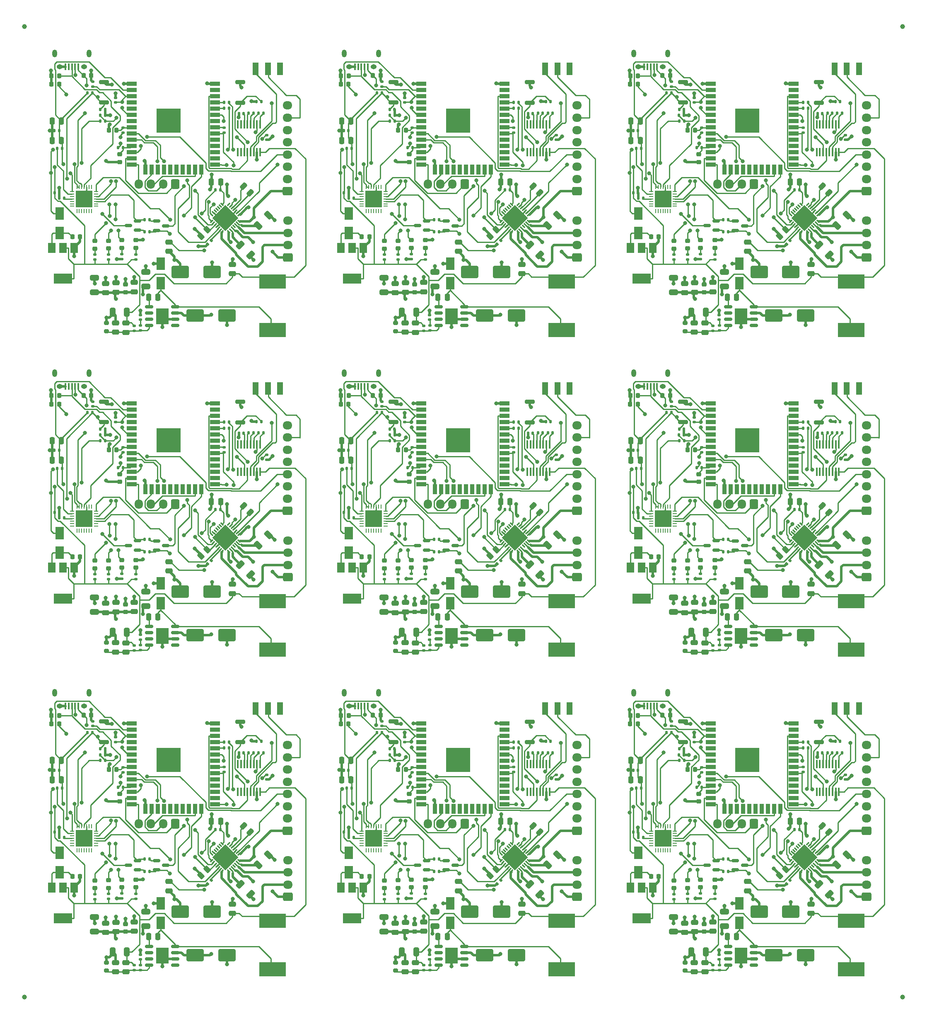
<source format=gbr>
%TF.GenerationSoftware,KiCad,Pcbnew,(6.0.7)*%
%TF.CreationDate,2023-01-21T10:49:01-06:00*%
%TF.ProjectId,SmartSpin2k_Panelized,536d6172-7453-4706-996e-326b5f50616e,2.35*%
%TF.SameCoordinates,Original*%
%TF.FileFunction,Copper,L1,Top*%
%TF.FilePolarity,Positive*%
%FSLAX46Y46*%
G04 Gerber Fmt 4.6, Leading zero omitted, Abs format (unit mm)*
G04 Created by KiCad (PCBNEW (6.0.7)) date 2023-01-21 10:49:01*
%MOMM*%
%LPD*%
G01*
G04 APERTURE LIST*
G04 Aperture macros list*
%AMRoundRect*
0 Rectangle with rounded corners*
0 $1 Rounding radius*
0 $2 $3 $4 $5 $6 $7 $8 $9 X,Y pos of 4 corners*
0 Add a 4 corners polygon primitive as box body*
4,1,4,$2,$3,$4,$5,$6,$7,$8,$9,$2,$3,0*
0 Add four circle primitives for the rounded corners*
1,1,$1+$1,$2,$3*
1,1,$1+$1,$4,$5*
1,1,$1+$1,$6,$7*
1,1,$1+$1,$8,$9*
0 Add four rect primitives between the rounded corners*
20,1,$1+$1,$2,$3,$4,$5,0*
20,1,$1+$1,$4,$5,$6,$7,0*
20,1,$1+$1,$6,$7,$8,$9,0*
20,1,$1+$1,$8,$9,$2,$3,0*%
%AMRotRect*
0 Rectangle, with rotation*
0 The origin of the aperture is its center*
0 $1 length*
0 $2 width*
0 $3 Rotation angle, in degrees counterclockwise*
0 Add horizontal line*
21,1,$1,$2,0,0,$3*%
G04 Aperture macros list end*
%TA.AperFunction,ComponentPad*%
%ADD10RoundRect,0.250000X0.725000X-0.600000X0.725000X0.600000X-0.725000X0.600000X-0.725000X-0.600000X0*%
%TD*%
%TA.AperFunction,ComponentPad*%
%ADD11O,1.950000X1.700000*%
%TD*%
%TA.AperFunction,ComponentPad*%
%ADD12RoundRect,0.250000X0.600000X0.725000X-0.600000X0.725000X-0.600000X-0.725000X0.600000X-0.725000X0*%
%TD*%
%TA.AperFunction,ComponentPad*%
%ADD13O,1.700000X1.950000*%
%TD*%
%TA.AperFunction,SMDPad,CuDef*%
%ADD14RoundRect,0.250000X0.475000X-0.250000X0.475000X0.250000X-0.475000X0.250000X-0.475000X-0.250000X0*%
%TD*%
%TA.AperFunction,SMDPad,CuDef*%
%ADD15RoundRect,0.135000X0.135000X0.185000X-0.135000X0.185000X-0.135000X-0.185000X0.135000X-0.185000X0*%
%TD*%
%TA.AperFunction,SMDPad,CuDef*%
%ADD16RoundRect,0.200000X-0.800000X0.200000X-0.800000X-0.200000X0.800000X-0.200000X0.800000X0.200000X0*%
%TD*%
%TA.AperFunction,SMDPad,CuDef*%
%ADD17RoundRect,0.135000X0.185000X-0.135000X0.185000X0.135000X-0.185000X0.135000X-0.185000X-0.135000X0*%
%TD*%
%TA.AperFunction,SMDPad,CuDef*%
%ADD18RoundRect,0.140000X-0.140000X-0.170000X0.140000X-0.170000X0.140000X0.170000X-0.140000X0.170000X0*%
%TD*%
%TA.AperFunction,SMDPad,CuDef*%
%ADD19RoundRect,0.150000X-0.662500X-0.150000X0.662500X-0.150000X0.662500X0.150000X-0.662500X0.150000X0*%
%TD*%
%TA.AperFunction,SMDPad,CuDef*%
%ADD20R,2.514000X3.200000*%
%TD*%
%TA.AperFunction,SMDPad,CuDef*%
%ADD21RoundRect,0.225000X0.225000X0.250000X-0.225000X0.250000X-0.225000X-0.250000X0.225000X-0.250000X0*%
%TD*%
%TA.AperFunction,SMDPad,CuDef*%
%ADD22RoundRect,0.140000X-0.170000X0.140000X-0.170000X-0.140000X0.170000X-0.140000X0.170000X0.140000X0*%
%TD*%
%TA.AperFunction,SMDPad,CuDef*%
%ADD23RoundRect,0.218750X0.218750X0.256250X-0.218750X0.256250X-0.218750X-0.256250X0.218750X-0.256250X0*%
%TD*%
%TA.AperFunction,SMDPad,CuDef*%
%ADD24R,5.400000X2.900000*%
%TD*%
%TA.AperFunction,SMDPad,CuDef*%
%ADD25RoundRect,0.250000X0.650000X-0.325000X0.650000X0.325000X-0.650000X0.325000X-0.650000X-0.325000X0*%
%TD*%
%TA.AperFunction,SMDPad,CuDef*%
%ADD26RoundRect,0.140000X0.170000X-0.140000X0.170000X0.140000X-0.170000X0.140000X-0.170000X-0.140000X0*%
%TD*%
%TA.AperFunction,SMDPad,CuDef*%
%ADD27RoundRect,0.250000X-0.250000X-0.475000X0.250000X-0.475000X0.250000X0.475000X-0.250000X0.475000X0*%
%TD*%
%TA.AperFunction,SMDPad,CuDef*%
%ADD28RoundRect,0.250000X0.662913X0.220971X0.220971X0.662913X-0.662913X-0.220971X-0.220971X-0.662913X0*%
%TD*%
%TA.AperFunction,SMDPad,CuDef*%
%ADD29RoundRect,0.135000X-0.135000X-0.185000X0.135000X-0.185000X0.135000X0.185000X-0.135000X0.185000X0*%
%TD*%
%TA.AperFunction,SMDPad,CuDef*%
%ADD30RoundRect,0.140000X0.140000X0.170000X-0.140000X0.170000X-0.140000X-0.170000X0.140000X-0.170000X0*%
%TD*%
%TA.AperFunction,SMDPad,CuDef*%
%ADD31R,1.250000X2.500000*%
%TD*%
%TA.AperFunction,SMDPad,CuDef*%
%ADD32RoundRect,0.218750X-0.218750X-0.256250X0.218750X-0.256250X0.218750X0.256250X-0.218750X0.256250X0*%
%TD*%
%TA.AperFunction,SMDPad,CuDef*%
%ADD33R,1.500000X2.000000*%
%TD*%
%TA.AperFunction,SMDPad,CuDef*%
%ADD34R,3.800000X2.000000*%
%TD*%
%TA.AperFunction,SMDPad,CuDef*%
%ADD35RoundRect,0.250000X-0.512652X-0.159099X-0.159099X-0.512652X0.512652X0.159099X0.159099X0.512652X0*%
%TD*%
%TA.AperFunction,SMDPad,CuDef*%
%ADD36RoundRect,0.135000X-0.185000X0.135000X-0.185000X-0.135000X0.185000X-0.135000X0.185000X0.135000X0*%
%TD*%
%TA.AperFunction,SMDPad,CuDef*%
%ADD37RoundRect,0.225000X0.250000X-0.225000X0.250000X0.225000X-0.250000X0.225000X-0.250000X-0.225000X0*%
%TD*%
%TA.AperFunction,SMDPad,CuDef*%
%ADD38RoundRect,0.250000X-1.500000X-1.000000X1.500000X-1.000000X1.500000X1.000000X-1.500000X1.000000X0*%
%TD*%
%TA.AperFunction,SMDPad,CuDef*%
%ADD39R,0.355600X1.676400*%
%TD*%
%TA.AperFunction,SMDPad,CuDef*%
%ADD40R,1.800000X2.500000*%
%TD*%
%TA.AperFunction,SMDPad,CuDef*%
%ADD41R,2.000000X0.900000*%
%TD*%
%TA.AperFunction,SMDPad,CuDef*%
%ADD42R,0.900000X2.000000*%
%TD*%
%TA.AperFunction,SMDPad,CuDef*%
%ADD43R,5.000000X5.000000*%
%TD*%
%TA.AperFunction,SMDPad,CuDef*%
%ADD44RoundRect,0.218750X0.256250X-0.218750X0.256250X0.218750X-0.256250X0.218750X-0.256250X-0.218750X0*%
%TD*%
%TA.AperFunction,SMDPad,CuDef*%
%ADD45RoundRect,0.250000X0.325000X0.650000X-0.325000X0.650000X-0.325000X-0.650000X0.325000X-0.650000X0*%
%TD*%
%TA.AperFunction,SMDPad,CuDef*%
%ADD46R,0.400000X1.350000*%
%TD*%
%TA.AperFunction,ComponentPad*%
%ADD47O,1.000000X1.550000*%
%TD*%
%TA.AperFunction,ComponentPad*%
%ADD48O,1.250000X0.950000*%
%TD*%
%TA.AperFunction,SMDPad,CuDef*%
%ADD49RoundRect,0.250000X0.250000X0.475000X-0.250000X0.475000X-0.250000X-0.475000X0.250000X-0.475000X0*%
%TD*%
%TA.AperFunction,SMDPad,CuDef*%
%ADD50RoundRect,0.218750X-0.256250X0.218750X-0.256250X-0.218750X0.256250X-0.218750X0.256250X0.218750X0*%
%TD*%
%TA.AperFunction,SMDPad,CuDef*%
%ADD51RoundRect,0.150000X0.587500X0.150000X-0.587500X0.150000X-0.587500X-0.150000X0.587500X-0.150000X0*%
%TD*%
%TA.AperFunction,SMDPad,CuDef*%
%ADD52RoundRect,0.250000X-0.220971X0.662913X-0.662913X0.220971X0.220971X-0.662913X0.662913X-0.220971X0*%
%TD*%
%TA.AperFunction,SMDPad,CuDef*%
%ADD53RoundRect,0.062500X0.185616X0.274004X-0.274004X-0.185616X-0.185616X-0.274004X0.274004X0.185616X0*%
%TD*%
%TA.AperFunction,SMDPad,CuDef*%
%ADD54RoundRect,0.062500X-0.185616X0.274004X-0.274004X0.185616X0.185616X-0.274004X0.274004X-0.185616X0*%
%TD*%
%TA.AperFunction,SMDPad,CuDef*%
%ADD55RotRect,3.750000X3.750000X225.000000*%
%TD*%
%TA.AperFunction,SMDPad,CuDef*%
%ADD56RoundRect,0.062500X-0.062500X0.337500X-0.062500X-0.337500X0.062500X-0.337500X0.062500X0.337500X0*%
%TD*%
%TA.AperFunction,SMDPad,CuDef*%
%ADD57RoundRect,0.062500X-0.337500X0.062500X-0.337500X-0.062500X0.337500X-0.062500X0.337500X0.062500X0*%
%TD*%
%TA.AperFunction,SMDPad,CuDef*%
%ADD58R,3.350000X3.350000*%
%TD*%
%TA.AperFunction,SMDPad,CuDef*%
%ADD59RoundRect,0.200000X0.800000X-0.200000X0.800000X0.200000X-0.800000X0.200000X-0.800000X-0.200000X0*%
%TD*%
%TA.AperFunction,SMDPad,CuDef*%
%ADD60RoundRect,0.250000X-0.132583X0.503814X-0.503814X0.132583X0.132583X-0.503814X0.503814X-0.132583X0*%
%TD*%
%TA.AperFunction,SMDPad,CuDef*%
%ADD61C,1.000000*%
%TD*%
%TA.AperFunction,SMDPad,CuDef*%
%ADD62RoundRect,0.150000X-0.587500X-0.150000X0.587500X-0.150000X0.587500X0.150000X-0.587500X0.150000X0*%
%TD*%
%TA.AperFunction,SMDPad,CuDef*%
%ADD63RoundRect,0.135000X0.035355X-0.226274X0.226274X-0.035355X-0.035355X0.226274X-0.226274X0.035355X0*%
%TD*%
%TA.AperFunction,SMDPad,CuDef*%
%ADD64RoundRect,0.200000X0.275000X-0.200000X0.275000X0.200000X-0.275000X0.200000X-0.275000X-0.200000X0*%
%TD*%
%TA.AperFunction,SMDPad,CuDef*%
%ADD65RoundRect,0.225000X-0.250000X0.225000X-0.250000X-0.225000X0.250000X-0.225000X0.250000X0.225000X0*%
%TD*%
%TA.AperFunction,ViaPad*%
%ADD66C,0.800000*%
%TD*%
%TA.AperFunction,Conductor*%
%ADD67C,0.250000*%
%TD*%
%TA.AperFunction,Conductor*%
%ADD68C,0.500000*%
%TD*%
%TA.AperFunction,Conductor*%
%ADD69C,0.250200*%
%TD*%
%TA.AperFunction,Conductor*%
%ADD70C,0.399800*%
%TD*%
G04 APERTURE END LIST*
D10*
%TO.P,J1,1,1*%
%TO.N,Board_5-/A1*%
X177098000Y-115777000D03*
D11*
%TO.P,J1,2,2*%
%TO.N,Board_5-/A2*%
X177098000Y-113277000D03*
%TO.P,J1,3,3*%
%TO.N,Board_5-/B1*%
X177098000Y-110777000D03*
%TO.P,J1,4,4*%
%TO.N,Board_5-/B2*%
X177098000Y-108277000D03*
%TD*%
D10*
%TO.P,J3,1,1*%
%TO.N,Board_0-/VDC*%
X58781000Y-36948000D03*
D11*
%TO.P,J3,2,2*%
%TO.N,Board_0-GND*%
X58781000Y-34448000D03*
%TO.P,J3,3,3*%
%TO.N,Board_0-/ShiftDown*%
X58781000Y-31948000D03*
%TO.P,J3,4,4*%
%TO.N,Board_0-/ShiftUp*%
X58781000Y-29448000D03*
%TO.P,J3,5,5*%
%TO.N,Board_0-GND*%
X58781000Y-26948000D03*
%TO.P,J3,6,6*%
X58781000Y-24448000D03*
%TO.P,J3,7,7*%
%TO.N,Board_0-/RS232OUT1*%
X58781000Y-21948000D03*
%TO.P,J3,8,8*%
%TO.N,Board_0-/RS232IN1*%
X58781000Y-19448000D03*
%TD*%
D10*
%TO.P,J3,1,1*%
%TO.N,Board_1-/VDC*%
X117931000Y-36948000D03*
D11*
%TO.P,J3,2,2*%
%TO.N,Board_1-GND*%
X117931000Y-34448000D03*
%TO.P,J3,3,3*%
%TO.N,Board_1-/ShiftDown*%
X117931000Y-31948000D03*
%TO.P,J3,4,4*%
%TO.N,Board_1-/ShiftUp*%
X117931000Y-29448000D03*
%TO.P,J3,5,5*%
%TO.N,Board_1-GND*%
X117931000Y-26948000D03*
%TO.P,J3,6,6*%
X117931000Y-24448000D03*
%TO.P,J3,7,7*%
%TO.N,Board_1-/RS232OUT1*%
X117931000Y-21948000D03*
%TO.P,J3,8,8*%
%TO.N,Board_1-/RS232IN1*%
X117931000Y-19448000D03*
%TD*%
D10*
%TO.P,J3,1,1*%
%TO.N,Board_3-/VDC*%
X58781000Y-102248000D03*
D11*
%TO.P,J3,2,2*%
%TO.N,Board_3-GND*%
X58781000Y-99748000D03*
%TO.P,J3,3,3*%
%TO.N,Board_3-/ShiftDown*%
X58781000Y-97248000D03*
%TO.P,J3,4,4*%
%TO.N,Board_3-/ShiftUp*%
X58781000Y-94748000D03*
%TO.P,J3,5,5*%
%TO.N,Board_3-GND*%
X58781000Y-92248000D03*
%TO.P,J3,6,6*%
X58781000Y-89748000D03*
%TO.P,J3,7,7*%
%TO.N,Board_3-/RS232OUT1*%
X58781000Y-87248000D03*
%TO.P,J3,8,8*%
%TO.N,Board_3-/RS232IN1*%
X58781000Y-84748000D03*
%TD*%
D10*
%TO.P,J1,1,1*%
%TO.N,Board_2-/A1*%
X177098000Y-50477000D03*
D11*
%TO.P,J1,2,2*%
%TO.N,Board_2-/A2*%
X177098000Y-47977000D03*
%TO.P,J1,3,3*%
%TO.N,Board_2-/B1*%
X177098000Y-45477000D03*
%TO.P,J1,4,4*%
%TO.N,Board_2-/B2*%
X177098000Y-42977000D03*
%TD*%
D12*
%TO.P,J2,1,1*%
%TO.N,Board_1-Net-(J2-Pad1)*%
X94960000Y-35535000D03*
D13*
%TO.P,J2,2,2*%
%TO.N,Board_1-Net-(J2-Pad2)*%
X92460000Y-35535000D03*
%TO.P,J2,3,3*%
%TO.N,Board_1-Net-(J2-Pad3)*%
X89960000Y-35535000D03*
%TO.P,J2,4,4*%
%TO.N,Board_1-Net-(J2-Pad4)*%
X87460000Y-35535000D03*
%TD*%
D12*
%TO.P,J2,1,1*%
%TO.N,Board_4-Net-(J2-Pad1)*%
X94960000Y-100835000D03*
D13*
%TO.P,J2,2,2*%
%TO.N,Board_4-Net-(J2-Pad2)*%
X92460000Y-100835000D03*
%TO.P,J2,3,3*%
%TO.N,Board_4-Net-(J2-Pad3)*%
X89960000Y-100835000D03*
%TO.P,J2,4,4*%
%TO.N,Board_4-Net-(J2-Pad4)*%
X87460000Y-100835000D03*
%TD*%
D10*
%TO.P,J3,1,1*%
%TO.N,Board_2-/VDC*%
X177081000Y-36948000D03*
D11*
%TO.P,J3,2,2*%
%TO.N,Board_2-GND*%
X177081000Y-34448000D03*
%TO.P,J3,3,3*%
%TO.N,Board_2-/ShiftDown*%
X177081000Y-31948000D03*
%TO.P,J3,4,4*%
%TO.N,Board_2-/ShiftUp*%
X177081000Y-29448000D03*
%TO.P,J3,5,5*%
%TO.N,Board_2-GND*%
X177081000Y-26948000D03*
%TO.P,J3,6,6*%
X177081000Y-24448000D03*
%TO.P,J3,7,7*%
%TO.N,Board_2-/RS232OUT1*%
X177081000Y-21948000D03*
%TO.P,J3,8,8*%
%TO.N,Board_2-/RS232IN1*%
X177081000Y-19448000D03*
%TD*%
D12*
%TO.P,J2,1,1*%
%TO.N,Board_7-Net-(J2-Pad1)*%
X94960000Y-166135000D03*
D13*
%TO.P,J2,2,2*%
%TO.N,Board_7-Net-(J2-Pad2)*%
X92460000Y-166135000D03*
%TO.P,J2,3,3*%
%TO.N,Board_7-Net-(J2-Pad3)*%
X89960000Y-166135000D03*
%TO.P,J2,4,4*%
%TO.N,Board_7-Net-(J2-Pad4)*%
X87460000Y-166135000D03*
%TD*%
D10*
%TO.P,J1,1,1*%
%TO.N,Board_3-/A1*%
X58798000Y-115777000D03*
D11*
%TO.P,J1,2,2*%
%TO.N,Board_3-/A2*%
X58798000Y-113277000D03*
%TO.P,J1,3,3*%
%TO.N,Board_3-/B1*%
X58798000Y-110777000D03*
%TO.P,J1,4,4*%
%TO.N,Board_3-/B2*%
X58798000Y-108277000D03*
%TD*%
D10*
%TO.P,J3,1,1*%
%TO.N,Board_4-/VDC*%
X117931000Y-102248000D03*
D11*
%TO.P,J3,2,2*%
%TO.N,Board_4-GND*%
X117931000Y-99748000D03*
%TO.P,J3,3,3*%
%TO.N,Board_4-/ShiftDown*%
X117931000Y-97248000D03*
%TO.P,J3,4,4*%
%TO.N,Board_4-/ShiftUp*%
X117931000Y-94748000D03*
%TO.P,J3,5,5*%
%TO.N,Board_4-GND*%
X117931000Y-92248000D03*
%TO.P,J3,6,6*%
X117931000Y-89748000D03*
%TO.P,J3,7,7*%
%TO.N,Board_4-/RS232OUT1*%
X117931000Y-87248000D03*
%TO.P,J3,8,8*%
%TO.N,Board_4-/RS232IN1*%
X117931000Y-84748000D03*
%TD*%
D10*
%TO.P,J3,1,1*%
%TO.N,Board_6-/VDC*%
X58781000Y-167548000D03*
D11*
%TO.P,J3,2,2*%
%TO.N,Board_6-GND*%
X58781000Y-165048000D03*
%TO.P,J3,3,3*%
%TO.N,Board_6-/ShiftDown*%
X58781000Y-162548000D03*
%TO.P,J3,4,4*%
%TO.N,Board_6-/ShiftUp*%
X58781000Y-160048000D03*
%TO.P,J3,5,5*%
%TO.N,Board_6-GND*%
X58781000Y-157548000D03*
%TO.P,J3,6,6*%
X58781000Y-155048000D03*
%TO.P,J3,7,7*%
%TO.N,Board_6-/RS232OUT1*%
X58781000Y-152548000D03*
%TO.P,J3,8,8*%
%TO.N,Board_6-/RS232IN1*%
X58781000Y-150048000D03*
%TD*%
D10*
%TO.P,J3,1,1*%
%TO.N,Board_7-/VDC*%
X117931000Y-167548000D03*
D11*
%TO.P,J3,2,2*%
%TO.N,Board_7-GND*%
X117931000Y-165048000D03*
%TO.P,J3,3,3*%
%TO.N,Board_7-/ShiftDown*%
X117931000Y-162548000D03*
%TO.P,J3,4,4*%
%TO.N,Board_7-/ShiftUp*%
X117931000Y-160048000D03*
%TO.P,J3,5,5*%
%TO.N,Board_7-GND*%
X117931000Y-157548000D03*
%TO.P,J3,6,6*%
X117931000Y-155048000D03*
%TO.P,J3,7,7*%
%TO.N,Board_7-/RS232OUT1*%
X117931000Y-152548000D03*
%TO.P,J3,8,8*%
%TO.N,Board_7-/RS232IN1*%
X117931000Y-150048000D03*
%TD*%
D12*
%TO.P,J2,1,1*%
%TO.N,Board_0-Net-(J2-Pad1)*%
X35810000Y-35535000D03*
D13*
%TO.P,J2,2,2*%
%TO.N,Board_0-Net-(J2-Pad2)*%
X33310000Y-35535000D03*
%TO.P,J2,3,3*%
%TO.N,Board_0-Net-(J2-Pad3)*%
X30810000Y-35535000D03*
%TO.P,J2,4,4*%
%TO.N,Board_0-Net-(J2-Pad4)*%
X28310000Y-35535000D03*
%TD*%
D10*
%TO.P,J3,1,1*%
%TO.N,Board_8-/VDC*%
X177081000Y-167548000D03*
D11*
%TO.P,J3,2,2*%
%TO.N,Board_8-GND*%
X177081000Y-165048000D03*
%TO.P,J3,3,3*%
%TO.N,Board_8-/ShiftDown*%
X177081000Y-162548000D03*
%TO.P,J3,4,4*%
%TO.N,Board_8-/ShiftUp*%
X177081000Y-160048000D03*
%TO.P,J3,5,5*%
%TO.N,Board_8-GND*%
X177081000Y-157548000D03*
%TO.P,J3,6,6*%
X177081000Y-155048000D03*
%TO.P,J3,7,7*%
%TO.N,Board_8-/RS232OUT1*%
X177081000Y-152548000D03*
%TO.P,J3,8,8*%
%TO.N,Board_8-/RS232IN1*%
X177081000Y-150048000D03*
%TD*%
D12*
%TO.P,J2,1,1*%
%TO.N,Board_5-Net-(J2-Pad1)*%
X154110000Y-100835000D03*
D13*
%TO.P,J2,2,2*%
%TO.N,Board_5-Net-(J2-Pad2)*%
X151610000Y-100835000D03*
%TO.P,J2,3,3*%
%TO.N,Board_5-Net-(J2-Pad3)*%
X149110000Y-100835000D03*
%TO.P,J2,4,4*%
%TO.N,Board_5-Net-(J2-Pad4)*%
X146610000Y-100835000D03*
%TD*%
D10*
%TO.P,J1,1,1*%
%TO.N,Board_1-/A1*%
X117948000Y-50477000D03*
D11*
%TO.P,J1,2,2*%
%TO.N,Board_1-/A2*%
X117948000Y-47977000D03*
%TO.P,J1,3,3*%
%TO.N,Board_1-/B1*%
X117948000Y-45477000D03*
%TO.P,J1,4,4*%
%TO.N,Board_1-/B2*%
X117948000Y-42977000D03*
%TD*%
D10*
%TO.P,J1,1,1*%
%TO.N,Board_8-/A1*%
X177098000Y-181077000D03*
D11*
%TO.P,J1,2,2*%
%TO.N,Board_8-/A2*%
X177098000Y-178577000D03*
%TO.P,J1,3,3*%
%TO.N,Board_8-/B1*%
X177098000Y-176077000D03*
%TO.P,J1,4,4*%
%TO.N,Board_8-/B2*%
X177098000Y-173577000D03*
%TD*%
D10*
%TO.P,J3,1,1*%
%TO.N,Board_5-/VDC*%
X177081000Y-102248000D03*
D11*
%TO.P,J3,2,2*%
%TO.N,Board_5-GND*%
X177081000Y-99748000D03*
%TO.P,J3,3,3*%
%TO.N,Board_5-/ShiftDown*%
X177081000Y-97248000D03*
%TO.P,J3,4,4*%
%TO.N,Board_5-/ShiftUp*%
X177081000Y-94748000D03*
%TO.P,J3,5,5*%
%TO.N,Board_5-GND*%
X177081000Y-92248000D03*
%TO.P,J3,6,6*%
X177081000Y-89748000D03*
%TO.P,J3,7,7*%
%TO.N,Board_5-/RS232OUT1*%
X177081000Y-87248000D03*
%TO.P,J3,8,8*%
%TO.N,Board_5-/RS232IN1*%
X177081000Y-84748000D03*
%TD*%
D12*
%TO.P,J2,1,1*%
%TO.N,Board_2-Net-(J2-Pad1)*%
X154110000Y-35535000D03*
D13*
%TO.P,J2,2,2*%
%TO.N,Board_2-Net-(J2-Pad2)*%
X151610000Y-35535000D03*
%TO.P,J2,3,3*%
%TO.N,Board_2-Net-(J2-Pad3)*%
X149110000Y-35535000D03*
%TO.P,J2,4,4*%
%TO.N,Board_2-Net-(J2-Pad4)*%
X146610000Y-35535000D03*
%TD*%
D12*
%TO.P,J2,1,1*%
%TO.N,Board_8-Net-(J2-Pad1)*%
X154110000Y-166135000D03*
D13*
%TO.P,J2,2,2*%
%TO.N,Board_8-Net-(J2-Pad2)*%
X151610000Y-166135000D03*
%TO.P,J2,3,3*%
%TO.N,Board_8-Net-(J2-Pad3)*%
X149110000Y-166135000D03*
%TO.P,J2,4,4*%
%TO.N,Board_8-Net-(J2-Pad4)*%
X146610000Y-166135000D03*
%TD*%
D10*
%TO.P,J1,1,1*%
%TO.N,Board_6-/A1*%
X58798000Y-181077000D03*
D11*
%TO.P,J1,2,2*%
%TO.N,Board_6-/A2*%
X58798000Y-178577000D03*
%TO.P,J1,3,3*%
%TO.N,Board_6-/B1*%
X58798000Y-176077000D03*
%TO.P,J1,4,4*%
%TO.N,Board_6-/B2*%
X58798000Y-173577000D03*
%TD*%
D12*
%TO.P,J2,1,1*%
%TO.N,Board_6-Net-(J2-Pad1)*%
X35810000Y-166135000D03*
D13*
%TO.P,J2,2,2*%
%TO.N,Board_6-Net-(J2-Pad2)*%
X33310000Y-166135000D03*
%TO.P,J2,3,3*%
%TO.N,Board_6-Net-(J2-Pad3)*%
X30810000Y-166135000D03*
%TO.P,J2,4,4*%
%TO.N,Board_6-Net-(J2-Pad4)*%
X28310000Y-166135000D03*
%TD*%
D10*
%TO.P,J1,1,1*%
%TO.N,Board_0-/A1*%
X58798000Y-50477000D03*
D11*
%TO.P,J1,2,2*%
%TO.N,Board_0-/A2*%
X58798000Y-47977000D03*
%TO.P,J1,3,3*%
%TO.N,Board_0-/B1*%
X58798000Y-45477000D03*
%TO.P,J1,4,4*%
%TO.N,Board_0-/B2*%
X58798000Y-42977000D03*
%TD*%
D10*
%TO.P,J1,1,1*%
%TO.N,Board_4-/A1*%
X117948000Y-115777000D03*
D11*
%TO.P,J1,2,2*%
%TO.N,Board_4-/A2*%
X117948000Y-113277000D03*
%TO.P,J1,3,3*%
%TO.N,Board_4-/B1*%
X117948000Y-110777000D03*
%TO.P,J1,4,4*%
%TO.N,Board_4-/B2*%
X117948000Y-108277000D03*
%TD*%
D10*
%TO.P,J1,1,1*%
%TO.N,Board_7-/A1*%
X117948000Y-181077000D03*
D11*
%TO.P,J1,2,2*%
%TO.N,Board_7-/A2*%
X117948000Y-178577000D03*
%TO.P,J1,3,3*%
%TO.N,Board_7-/B1*%
X117948000Y-176077000D03*
%TO.P,J1,4,4*%
%TO.N,Board_7-/B2*%
X117948000Y-173577000D03*
%TD*%
D12*
%TO.P,J2,1,1*%
%TO.N,Board_3-Net-(J2-Pad1)*%
X35810000Y-100835000D03*
D13*
%TO.P,J2,2,2*%
%TO.N,Board_3-Net-(J2-Pad2)*%
X33310000Y-100835000D03*
%TO.P,J2,3,3*%
%TO.N,Board_3-Net-(J2-Pad3)*%
X30810000Y-100835000D03*
%TO.P,J2,4,4*%
%TO.N,Board_3-Net-(J2-Pad4)*%
X28310000Y-100835000D03*
%TD*%
D14*
%TO.P,C14,1*%
%TO.N,Board_4-/VDC*%
X93699400Y-114526400D03*
%TO.P,C14,2*%
%TO.N,Board_4-Net-(C14-Pad2)*%
X93699400Y-112626400D03*
%TD*%
%TO.P,C14,1*%
%TO.N,Board_3-/VDC*%
X34549400Y-114526400D03*
%TO.P,C14,2*%
%TO.N,Board_3-Net-(C14-Pad2)*%
X34549400Y-112626400D03*
%TD*%
D15*
%TO.P,R11,1*%
%TO.N,Board_7-Net-(C10-Pad1)*%
X84278000Y-158683400D03*
%TO.P,R11,2*%
%TO.N,Board_7-/ShiftDown*%
X83258000Y-158683400D03*
%TD*%
D16*
%TO.P,SW2,1,1*%
%TO.N,Board_0-GND*%
X21266000Y-14632200D03*
%TO.P,SW2,2,2*%
%TO.N,Board_0-/EN*%
X21266000Y-18832200D03*
%TD*%
D17*
%TO.P,R13,1*%
%TO.N,Board_2-/3V3*%
X137711000Y-50920000D03*
%TO.P,R13,2*%
%TO.N,Board_2-Net-(D3-Pad2)*%
X137711000Y-49900000D03*
%TD*%
D18*
%TO.P,C16,1*%
%TO.N,Board_8-/EN*%
X138805800Y-150834800D03*
%TO.P,C16,2*%
%TO.N,Board_8-GND*%
X139765800Y-150834800D03*
%TD*%
D14*
%TO.P,C5,1*%
%TO.N,Board_8-/VDC*%
X141996200Y-188166200D03*
%TO.P,C5,2*%
%TO.N,Board_8-GND*%
X141996200Y-186266200D03*
%TD*%
D19*
%TO.P,U4,1,BOOT*%
%TO.N,Board_7-Net-(C28-Pad1)*%
X89649500Y-191173100D03*
%TO.P,U4,2,NC*%
%TO.N,Board_7-unconnected-(U4-Pad2)*%
X89649500Y-192443100D03*
%TO.P,U4,3,NC*%
%TO.N,Board_7-unconnected-(U4-Pad3)*%
X89649500Y-193713100D03*
%TO.P,U4,4,VSENSE*%
%TO.N,Board_7-Net-(C26-Pad1)*%
X89649500Y-194983100D03*
%TO.P,U4,5,EN*%
%TO.N,Board_7-unconnected-(U4-Pad5)*%
X94924500Y-194983100D03*
%TO.P,U4,6,GND*%
%TO.N,Board_7-GND*%
X94924500Y-193713100D03*
%TO.P,U4,7,VIN*%
%TO.N,Board_7-/VDC*%
X94924500Y-192443100D03*
%TO.P,U4,8,PH*%
%TO.N,Board_7-Net-(C28-Pad2)*%
X94924500Y-191173100D03*
D20*
%TO.P,U4,9,GNDPAD*%
%TO.N,Board_7-GND*%
X92287000Y-193078100D03*
%TD*%
D21*
%TO.P,C32,1*%
%TO.N,Board_4-GND*%
X75475000Y-111580000D03*
%TO.P,C32,2*%
%TO.N,Board_4-/REG_5V*%
X73925000Y-111580000D03*
%TD*%
D22*
%TO.P,C21,1*%
%TO.N,Board_8-Net-(C21-Pad1)*%
X172807500Y-156105700D03*
%TO.P,C21,2*%
%TO.N,Board_8-GND*%
X172807500Y-157065700D03*
%TD*%
D23*
%TO.P,D6,1,A1*%
%TO.N,Board_1-/D+*%
X71245900Y-13402200D03*
%TO.P,D6,2,A2*%
%TO.N,Board_1-GND*%
X69670900Y-13402200D03*
%TD*%
D22*
%TO.P,C21,1*%
%TO.N,Board_6-Net-(C21-Pad1)*%
X54507500Y-156105700D03*
%TO.P,C21,2*%
%TO.N,Board_6-GND*%
X54507500Y-157065700D03*
%TD*%
D14*
%TO.P,C4,1*%
%TO.N,Board_4-/VDC*%
X80763400Y-123018600D03*
%TO.P,C4,2*%
%TO.N,Board_4-GND*%
X80763400Y-121118600D03*
%TD*%
D16*
%TO.P,SW2,1,1*%
%TO.N,Board_8-GND*%
X139566000Y-145232200D03*
%TO.P,SW2,2,2*%
%TO.N,Board_8-/EN*%
X139566000Y-149432200D03*
%TD*%
D24*
%TO.P,L1,1,1*%
%TO.N,Board_4-Net-(C28-Pad2)*%
X114830000Y-130580000D03*
%TO.P,L1,2,2*%
%TO.N,Board_4-/3V3*%
X114830000Y-120680000D03*
%TD*%
D18*
%TO.P,C23,1*%
%TO.N,Board_4-/3V3*%
X70300000Y-102570000D03*
%TO.P,C23,2*%
%TO.N,Board_4-GND*%
X71260000Y-102570000D03*
%TD*%
D25*
%TO.P,C3,1*%
%TO.N,Board_8-/VDC*%
X137630000Y-188155000D03*
%TO.P,C3,2*%
%TO.N,Board_8-GND*%
X137630000Y-185205000D03*
%TD*%
D26*
%TO.P,C29,1*%
%TO.N,Board_2-Net-(C29-Pad1)*%
X146970000Y-63210000D03*
%TO.P,C29,2*%
%TO.N,Board_2-GND*%
X146970000Y-62250000D03*
%TD*%
D17*
%TO.P,R19,1*%
%TO.N,Board_1-Net-(C26-Pad1)*%
X87875000Y-65388700D03*
%TO.P,R19,2*%
%TO.N,Board_1-Net-(C29-Pad1)*%
X87875000Y-64368700D03*
%TD*%
D25*
%TO.P,C18,1*%
%TO.N,Board_3-/VDC*%
X29750000Y-121715000D03*
%TO.P,C18,2*%
%TO.N,Board_3-GND*%
X29750000Y-118765000D03*
%TD*%
D18*
%TO.P,C16,1*%
%TO.N,Board_2-/EN*%
X138805800Y-20234800D03*
%TO.P,C16,2*%
%TO.N,Board_2-GND*%
X139765800Y-20234800D03*
%TD*%
D14*
%TO.P,C1,1*%
%TO.N,Board_0-/VDC*%
X27430000Y-57490000D03*
%TO.P,C1,2*%
%TO.N,Board_0-GND*%
X27430000Y-55590000D03*
%TD*%
D27*
%TO.P,C28,1*%
%TO.N,Board_7-Net-(C28-Pad1)*%
X89500000Y-189190000D03*
%TO.P,C28,2*%
%TO.N,Board_7-Net-(C28-Pad2)*%
X91400000Y-189190000D03*
%TD*%
D28*
%TO.P,R16,1*%
%TO.N,Board_5-GND*%
X169479144Y-115270944D03*
%TO.P,R16,2*%
%TO.N,Board_5-/BRA*%
X167410856Y-113202656D03*
%TD*%
D23*
%TO.P,D6,1,A1*%
%TO.N,Board_4-/D+*%
X71245900Y-78702200D03*
%TO.P,D6,2,A2*%
%TO.N,Board_4-GND*%
X69670900Y-78702200D03*
%TD*%
D29*
%TO.P,R4,1*%
%TO.N,Board_4-Net-(R4-Pad1)*%
X104980000Y-84130000D03*
%TO.P,R4,2*%
%TO.N,Board_4-/TXD0*%
X106000000Y-84130000D03*
%TD*%
D30*
%TO.P,C22,1*%
%TO.N,Board_5-Net-(C22-Pad1)*%
X168061000Y-86395700D03*
%TO.P,C22,2*%
%TO.N,Board_5-GND*%
X167101000Y-86395700D03*
%TD*%
D31*
%TO.P,S1,1*%
%TO.N,Board_4-unconnected-(S1-Pad1)*%
X116410000Y-77260000D03*
%TO.P,S1,2*%
%TO.N,Board_4-/RS232OUT1*%
X113910000Y-77260000D03*
%TO.P,S1,3*%
%TO.N,Board_4-Net-(S1-Pad3)*%
X111410000Y-77260000D03*
%TD*%
D26*
%TO.P,C2,1*%
%TO.N,Board_0-/EN*%
X23576600Y-18835200D03*
%TO.P,C2,2*%
%TO.N,Board_0-GND*%
X23576600Y-17875200D03*
%TD*%
D14*
%TO.P,C5,1*%
%TO.N,Board_0-/VDC*%
X23696200Y-57566200D03*
%TO.P,C5,2*%
%TO.N,Board_0-GND*%
X23696200Y-55666200D03*
%TD*%
D32*
%TO.P,D4,1,A1*%
%TO.N,Board_1-/VBUS*%
X76224100Y-13351400D03*
%TO.P,D4,2,A2*%
%TO.N,Board_1-GND*%
X77799100Y-13351400D03*
%TD*%
D33*
%TO.P,U6,1,GND*%
%TO.N,Board_0-GND*%
X15130000Y-48540000D03*
%TO.P,U6,2,VO*%
%TO.N,Board_0-/3V3*%
X12830000Y-48540000D03*
D34*
X12830000Y-54840000D03*
D33*
%TO.P,U6,3,VI*%
%TO.N,Board_0-/REG_5V*%
X10530000Y-48540000D03*
%TD*%
D23*
%TO.P,D6,1,A1*%
%TO.N,Board_5-/D+*%
X130395900Y-78702200D03*
%TO.P,D6,2,A2*%
%TO.N,Board_5-GND*%
X128820900Y-78702200D03*
%TD*%
D26*
%TO.P,C2,1*%
%TO.N,Board_8-/EN*%
X141876600Y-149435200D03*
%TO.P,C2,2*%
%TO.N,Board_8-GND*%
X141876600Y-148475200D03*
%TD*%
D17*
%TO.P,R6,1*%
%TO.N,Board_7-/TMCUART1*%
X104970000Y-155590000D03*
%TO.P,R6,2*%
%TO.N,Board_7-/TMCUART2*%
X104970000Y-154570000D03*
%TD*%
D18*
%TO.P,C20,1*%
%TO.N,Board_2-Net-(C20-Pad1)*%
X169120000Y-21031700D03*
%TO.P,C20,2*%
%TO.N,Board_2-Net-(C20-Pad2)*%
X170080000Y-21031700D03*
%TD*%
D35*
%TO.P,C6,1*%
%TO.N,Board_5-Net-(C6-Pad1)*%
X168078049Y-101220649D03*
%TO.P,C6,2*%
%TO.N,Board_5-Net-(C6-Pad2)*%
X169421551Y-102564151D03*
%TD*%
D17*
%TO.P,R13,1*%
%TO.N,Board_0-/3V3*%
X19411000Y-50920000D03*
%TO.P,R13,2*%
%TO.N,Board_0-Net-(D3-Pad2)*%
X19411000Y-49900000D03*
%TD*%
D36*
%TO.P,R10,1*%
%TO.N,Board_3-Net-(C11-Pad1)*%
X25100600Y-89292000D03*
%TO.P,R10,2*%
%TO.N,Board_3-/ShiftUp*%
X25100600Y-90312000D03*
%TD*%
D21*
%TO.P,C11,1*%
%TO.N,Board_7-Net-(C11-Pad1)*%
X82942800Y-155051200D03*
%TO.P,C11,2*%
%TO.N,Board_7-GND*%
X81392800Y-155051200D03*
%TD*%
D17*
%TO.P,R6,1*%
%TO.N,Board_2-/TMCUART1*%
X164120000Y-24990000D03*
%TO.P,R6,2*%
%TO.N,Board_2-/TMCUART2*%
X164120000Y-23970000D03*
%TD*%
D37*
%TO.P,C9,1*%
%TO.N,Board_1-/VDC*%
X84751200Y-57569000D03*
%TO.P,C9,2*%
%TO.N,Board_1-GND*%
X84751200Y-56019000D03*
%TD*%
D38*
%TO.P,C19,1*%
%TO.N,Board_0-/VDC*%
X39877500Y-62355000D03*
%TO.P,C19,2*%
%TO.N,Board_0-GND*%
X46377500Y-62355000D03*
%TD*%
D39*
%TO.P,U3,1,C1+*%
%TO.N,Board_1-Net-(C17-Pad2)*%
X112322499Y-23336300D03*
%TO.P,U3,2,VS+*%
%TO.N,Board_1-Net-(C21-Pad1)*%
X111672501Y-23336300D03*
%TO.P,U3,3,C1-*%
%TO.N,Board_1-Net-(C17-Pad1)*%
X111022499Y-23336300D03*
%TO.P,U3,4,C2+*%
%TO.N,Board_1-Net-(C20-Pad2)*%
X110372501Y-23336300D03*
%TO.P,U3,5,C2-*%
%TO.N,Board_1-Net-(C20-Pad1)*%
X109722502Y-23336300D03*
%TO.P,U3,6,VS-*%
%TO.N,Board_1-Net-(C22-Pad1)*%
X109072501Y-23336300D03*
%TO.P,U3,7,T2OUT*%
%TO.N,Board_1-unconnected-(U3-Pad7)*%
X108422502Y-23336300D03*
%TO.P,U3,8,R2IN*%
%TO.N,Board_1-unconnected-(U3-Pad8)*%
X107772501Y-23336300D03*
%TO.P,U3,9,R2OUT*%
%TO.N,Board_1-unconnected-(U3-Pad9)*%
X107772501Y-28975100D03*
%TO.P,U3,10,T2IN*%
%TO.N,Board_1-unconnected-(U3-Pad10)*%
X108422499Y-28975100D03*
%TO.P,U3,11,T1IN*%
%TO.N,Board_1-/T1IN*%
X109072501Y-28975100D03*
%TO.P,U3,12,R1OUT*%
%TO.N,Board_1-/R1OUT*%
X109722499Y-28975100D03*
%TO.P,U3,13,R1IN*%
%TO.N,Board_1-/RS232IN1*%
X110372498Y-28975100D03*
%TO.P,U3,14,T1OUT*%
%TO.N,Board_1-Net-(S1-Pad3)*%
X111022499Y-28975100D03*
%TO.P,U3,15,GND*%
%TO.N,Board_1-GND*%
X111672498Y-28975100D03*
%TO.P,U3,16,VCC*%
%TO.N,Board_1-/3V3*%
X112322499Y-28975100D03*
%TD*%
D15*
%TO.P,R8,1*%
%TO.N,Board_5-/DTR*%
X148863600Y-110553800D03*
%TO.P,R8,2*%
%TO.N,Board_5-Net-(Q2-Pad1)*%
X147843600Y-110553800D03*
%TD*%
D22*
%TO.P,C21,1*%
%TO.N,Board_4-Net-(C21-Pad1)*%
X113657500Y-90805700D03*
%TO.P,C21,2*%
%TO.N,Board_4-GND*%
X113657500Y-91765700D03*
%TD*%
D17*
%TO.P,R22,1*%
%TO.N,Board_1-Net-(C26-Pad1)*%
X86590000Y-65430000D03*
%TO.P,R22,2*%
%TO.N,Board_1-/3V3*%
X86590000Y-64410000D03*
%TD*%
D15*
%TO.P,R18,1*%
%TO.N,Board_1-/5V*%
X104210400Y-36700000D03*
%TO.P,R18,2*%
%TO.N,Board_1-Net-(R17-Pad1)*%
X103190400Y-36700000D03*
%TD*%
D40*
%TO.P,D8,1,K*%
%TO.N,Board_4-Net-(C28-Pad2)*%
X91980000Y-121060000D03*
%TO.P,D8,2,A*%
%TO.N,Board_4-GND*%
X91980000Y-117060000D03*
%TD*%
D32*
%TO.P,D4,1,A1*%
%TO.N,Board_5-/VBUS*%
X135374100Y-78651400D03*
%TO.P,D4,2,A2*%
%TO.N,Board_5-GND*%
X136949100Y-78651400D03*
%TD*%
D14*
%TO.P,C26,1*%
%TO.N,Board_8-Net-(C26-Pad1)*%
X141900000Y-196360000D03*
%TO.P,C26,2*%
%TO.N,Board_8-GND*%
X141900000Y-194460000D03*
%TD*%
D25*
%TO.P,C18,1*%
%TO.N,Board_4-/VDC*%
X88900000Y-121715000D03*
%TO.P,C18,2*%
%TO.N,Board_4-GND*%
X88900000Y-118765000D03*
%TD*%
D41*
%TO.P,U1,1,GND*%
%TO.N,Board_6-GND*%
X26948000Y-145616000D03*
%TO.P,U1,2,3V3*%
%TO.N,Board_6-/3V3*%
X26948000Y-146886000D03*
%TO.P,U1,3,EN*%
%TO.N,Board_6-/EN*%
X26948000Y-148156000D03*
%TO.P,U1,4,SENSOR_VP*%
%TO.N,Board_6-unconnected-(U1-Pad4)*%
X26948000Y-149426000D03*
%TO.P,U1,5,SENSOR_VN*%
%TO.N,Board_6-unconnected-(U1-Pad5)*%
X26948000Y-150696000D03*
%TO.P,U1,6,IO34*%
%TO.N,Board_6-Net-(R1-Pad2)*%
X26948000Y-151966000D03*
%TO.P,U1,7,IO35*%
%TO.N,Board_6-unconnected-(U1-Pad7)*%
X26948000Y-153236000D03*
%TO.P,U1,8,IO32*%
%TO.N,Board_6-Net-(C11-Pad1)*%
X26948000Y-154506000D03*
%TO.P,U1,9,IO33*%
%TO.N,Board_6-/DriverDIR*%
X26948000Y-155776000D03*
%TO.P,U1,10,IO25*%
%TO.N,Board_6-/DriverSTEP*%
X26948000Y-157046000D03*
%TO.P,U1,11,IO26*%
%TO.N,Board_6-Net-(C10-Pad1)*%
X26948000Y-158316000D03*
%TO.P,U1,12,IO27*%
%TO.N,Board_6-/DriverEN*%
X26948000Y-159586000D03*
%TO.P,U1,13,IO14*%
%TO.N,Board_6-Net-(J2-Pad1)*%
X26948000Y-160856000D03*
%TO.P,U1,14,IO12*%
%TO.N,Board_6-Net-(J2-Pad4)*%
X26948000Y-162126000D03*
D42*
%TO.P,U1,15,GND*%
%TO.N,Board_6-GND*%
X29733000Y-163126000D03*
%TO.P,U1,16,IO13*%
%TO.N,Board_6-Net-(J2-Pad2)*%
X31003000Y-163126000D03*
%TO.P,U1,17,SHD/SD2*%
%TO.N,Board_6-unconnected-(U1-Pad17)*%
X32273000Y-163126000D03*
%TO.P,U1,18,SWP/SD3*%
%TO.N,Board_6-unconnected-(U1-Pad18)*%
X33543000Y-163126000D03*
%TO.P,U1,19,SCS/CMD*%
%TO.N,Board_6-unconnected-(U1-Pad19)*%
X34813000Y-163126000D03*
%TO.P,U1,20,SCK/CLK*%
%TO.N,Board_6-unconnected-(U1-Pad20)*%
X36083000Y-163126000D03*
%TO.P,U1,21,SDO/SD0*%
%TO.N,Board_6-unconnected-(U1-Pad21)*%
X37353000Y-163126000D03*
%TO.P,U1,22,SDI/SD1*%
%TO.N,Board_6-unconnected-(U1-Pad22)*%
X38623000Y-163126000D03*
%TO.P,U1,23,IO15*%
%TO.N,Board_6-Net-(J2-Pad3)*%
X39893000Y-163126000D03*
%TO.P,U1,24,IO2*%
%TO.N,Board_6-Net-(D1-Pad2)*%
X41163000Y-163126000D03*
D41*
%TO.P,U1,25,IO0*%
%TO.N,Board_6-/IO0_BOOT*%
X43948000Y-162126000D03*
%TO.P,U1,26,IO4*%
%TO.N,Board_6-unconnected-(U1-Pad26)*%
X43948000Y-160856000D03*
%TO.P,U1,27,IO16*%
%TO.N,Board_6-unconnected-(U1-Pad27)*%
X43948000Y-159586000D03*
%TO.P,U1,28,IO17*%
%TO.N,Board_6-unconnected-(U1-Pad28)*%
X43948000Y-158316000D03*
%TO.P,U1,29,IO5*%
%TO.N,Board_6-unconnected-(U1-Pad29)*%
X43948000Y-157046000D03*
%TO.P,U1,30,IO18*%
%TO.N,Board_6-/TMCUART1*%
X43948000Y-155776000D03*
%TO.P,U1,31,IO19*%
%TO.N,Board_6-/TMCUART2*%
X43948000Y-154506000D03*
%TO.P,U1,32,NC*%
%TO.N,Board_6-unconnected-(U1-Pad32)*%
X43948000Y-153236000D03*
%TO.P,U1,33,IO21*%
%TO.N,Board_6-/T1IN*%
X43948000Y-151966000D03*
%TO.P,U1,34,RXD0*%
%TO.N,Board_6-Net-(R5-Pad1)*%
X43948000Y-150696000D03*
%TO.P,U1,35,TXD0*%
%TO.N,Board_6-Net-(R4-Pad1)*%
X43948000Y-149426000D03*
%TO.P,U1,36,IO22*%
%TO.N,Board_6-/R1OUT*%
X43948000Y-148156000D03*
%TO.P,U1,37,IO23*%
%TO.N,Board_6-unconnected-(U1-Pad37)*%
X43948000Y-146886000D03*
%TO.P,U1,38,GND*%
%TO.N,Board_6-GND*%
X43948000Y-145616000D03*
D43*
%TO.P,U1,39,GND*%
X34448000Y-153116000D03*
%TD*%
D44*
%TO.P,D1,1,K*%
%TO.N,Board_7-Net-(D1-Pad1)*%
X84022000Y-179130500D03*
%TO.P,D1,2,A*%
%TO.N,Board_7-Net-(D1-Pad2)*%
X84022000Y-177555500D03*
%TD*%
D39*
%TO.P,U3,1,C1+*%
%TO.N,Board_5-Net-(C17-Pad2)*%
X171472499Y-88636300D03*
%TO.P,U3,2,VS+*%
%TO.N,Board_5-Net-(C21-Pad1)*%
X170822501Y-88636300D03*
%TO.P,U3,3,C1-*%
%TO.N,Board_5-Net-(C17-Pad1)*%
X170172499Y-88636300D03*
%TO.P,U3,4,C2+*%
%TO.N,Board_5-Net-(C20-Pad2)*%
X169522501Y-88636300D03*
%TO.P,U3,5,C2-*%
%TO.N,Board_5-Net-(C20-Pad1)*%
X168872502Y-88636300D03*
%TO.P,U3,6,VS-*%
%TO.N,Board_5-Net-(C22-Pad1)*%
X168222501Y-88636300D03*
%TO.P,U3,7,T2OUT*%
%TO.N,Board_5-unconnected-(U3-Pad7)*%
X167572502Y-88636300D03*
%TO.P,U3,8,R2IN*%
%TO.N,Board_5-unconnected-(U3-Pad8)*%
X166922501Y-88636300D03*
%TO.P,U3,9,R2OUT*%
%TO.N,Board_5-unconnected-(U3-Pad9)*%
X166922501Y-94275100D03*
%TO.P,U3,10,T2IN*%
%TO.N,Board_5-unconnected-(U3-Pad10)*%
X167572499Y-94275100D03*
%TO.P,U3,11,T1IN*%
%TO.N,Board_5-/T1IN*%
X168222501Y-94275100D03*
%TO.P,U3,12,R1OUT*%
%TO.N,Board_5-/R1OUT*%
X168872499Y-94275100D03*
%TO.P,U3,13,R1IN*%
%TO.N,Board_5-/RS232IN1*%
X169522498Y-94275100D03*
%TO.P,U3,14,T1OUT*%
%TO.N,Board_5-Net-(S1-Pad3)*%
X170172499Y-94275100D03*
%TO.P,U3,15,GND*%
%TO.N,Board_5-GND*%
X170822498Y-94275100D03*
%TO.P,U3,16,VCC*%
%TO.N,Board_5-/3V3*%
X171472499Y-94275100D03*
%TD*%
D45*
%TO.P,C30,1*%
%TO.N,Board_8-/3V3*%
X144235000Y-192290000D03*
%TO.P,C30,2*%
%TO.N,Board_8-GND*%
X141285000Y-192290000D03*
%TD*%
D15*
%TO.P,R21,1*%
%TO.N,Board_1-/3V3*%
X71880000Y-28240000D03*
%TO.P,R21,2*%
%TO.N,Board_1-Net-(R21-Pad2)*%
X70860000Y-28240000D03*
%TD*%
D26*
%TO.P,C2,1*%
%TO.N,Board_4-/EN*%
X82726600Y-84135200D03*
%TO.P,C2,2*%
%TO.N,Board_4-GND*%
X82726600Y-83175200D03*
%TD*%
D14*
%TO.P,C31,1*%
%TO.N,Board_2-Net-(C26-Pad1)*%
X144060000Y-65780000D03*
%TO.P,C31,2*%
%TO.N,Board_2-/3V3*%
X144060000Y-63880000D03*
%TD*%
D46*
%TO.P,J4,1*%
%TO.N,Board_8-/VBUS*%
X134286600Y-142110000D03*
%TO.P,J4,2*%
%TO.N,Board_8-/D-*%
X133636600Y-142110000D03*
%TO.P,J4,3*%
%TO.N,Board_8-/D+*%
X132986600Y-142110000D03*
%TO.P,J4,4*%
%TO.N,Board_8-unconnected-(J4-Pad4)*%
X132336600Y-142110000D03*
%TO.P,J4,5*%
%TO.N,Board_8-GND*%
X131686600Y-142110000D03*
D47*
%TO.P,J4,SH*%
X136486600Y-139410000D03*
D48*
X135486600Y-142110000D03*
D47*
X129486600Y-139410000D03*
D48*
X130486600Y-142110000D03*
%TD*%
D21*
%TO.P,C32,1*%
%TO.N,Board_8-GND*%
X134625000Y-176880000D03*
%TO.P,C32,2*%
%TO.N,Board_8-/REG_5V*%
X133075000Y-176880000D03*
%TD*%
D41*
%TO.P,U1,1,GND*%
%TO.N,Board_3-GND*%
X26948000Y-80316000D03*
%TO.P,U1,2,3V3*%
%TO.N,Board_3-/3V3*%
X26948000Y-81586000D03*
%TO.P,U1,3,EN*%
%TO.N,Board_3-/EN*%
X26948000Y-82856000D03*
%TO.P,U1,4,SENSOR_VP*%
%TO.N,Board_3-unconnected-(U1-Pad4)*%
X26948000Y-84126000D03*
%TO.P,U1,5,SENSOR_VN*%
%TO.N,Board_3-unconnected-(U1-Pad5)*%
X26948000Y-85396000D03*
%TO.P,U1,6,IO34*%
%TO.N,Board_3-Net-(R1-Pad2)*%
X26948000Y-86666000D03*
%TO.P,U1,7,IO35*%
%TO.N,Board_3-unconnected-(U1-Pad7)*%
X26948000Y-87936000D03*
%TO.P,U1,8,IO32*%
%TO.N,Board_3-Net-(C11-Pad1)*%
X26948000Y-89206000D03*
%TO.P,U1,9,IO33*%
%TO.N,Board_3-/DriverDIR*%
X26948000Y-90476000D03*
%TO.P,U1,10,IO25*%
%TO.N,Board_3-/DriverSTEP*%
X26948000Y-91746000D03*
%TO.P,U1,11,IO26*%
%TO.N,Board_3-Net-(C10-Pad1)*%
X26948000Y-93016000D03*
%TO.P,U1,12,IO27*%
%TO.N,Board_3-/DriverEN*%
X26948000Y-94286000D03*
%TO.P,U1,13,IO14*%
%TO.N,Board_3-Net-(J2-Pad1)*%
X26948000Y-95556000D03*
%TO.P,U1,14,IO12*%
%TO.N,Board_3-Net-(J2-Pad4)*%
X26948000Y-96826000D03*
D42*
%TO.P,U1,15,GND*%
%TO.N,Board_3-GND*%
X29733000Y-97826000D03*
%TO.P,U1,16,IO13*%
%TO.N,Board_3-Net-(J2-Pad2)*%
X31003000Y-97826000D03*
%TO.P,U1,17,SHD/SD2*%
%TO.N,Board_3-unconnected-(U1-Pad17)*%
X32273000Y-97826000D03*
%TO.P,U1,18,SWP/SD3*%
%TO.N,Board_3-unconnected-(U1-Pad18)*%
X33543000Y-97826000D03*
%TO.P,U1,19,SCS/CMD*%
%TO.N,Board_3-unconnected-(U1-Pad19)*%
X34813000Y-97826000D03*
%TO.P,U1,20,SCK/CLK*%
%TO.N,Board_3-unconnected-(U1-Pad20)*%
X36083000Y-97826000D03*
%TO.P,U1,21,SDO/SD0*%
%TO.N,Board_3-unconnected-(U1-Pad21)*%
X37353000Y-97826000D03*
%TO.P,U1,22,SDI/SD1*%
%TO.N,Board_3-unconnected-(U1-Pad22)*%
X38623000Y-97826000D03*
%TO.P,U1,23,IO15*%
%TO.N,Board_3-Net-(J2-Pad3)*%
X39893000Y-97826000D03*
%TO.P,U1,24,IO2*%
%TO.N,Board_3-Net-(D1-Pad2)*%
X41163000Y-97826000D03*
D41*
%TO.P,U1,25,IO0*%
%TO.N,Board_3-/IO0_BOOT*%
X43948000Y-96826000D03*
%TO.P,U1,26,IO4*%
%TO.N,Board_3-unconnected-(U1-Pad26)*%
X43948000Y-95556000D03*
%TO.P,U1,27,IO16*%
%TO.N,Board_3-unconnected-(U1-Pad27)*%
X43948000Y-94286000D03*
%TO.P,U1,28,IO17*%
%TO.N,Board_3-unconnected-(U1-Pad28)*%
X43948000Y-93016000D03*
%TO.P,U1,29,IO5*%
%TO.N,Board_3-unconnected-(U1-Pad29)*%
X43948000Y-91746000D03*
%TO.P,U1,30,IO18*%
%TO.N,Board_3-/TMCUART1*%
X43948000Y-90476000D03*
%TO.P,U1,31,IO19*%
%TO.N,Board_3-/TMCUART2*%
X43948000Y-89206000D03*
%TO.P,U1,32,NC*%
%TO.N,Board_3-unconnected-(U1-Pad32)*%
X43948000Y-87936000D03*
%TO.P,U1,33,IO21*%
%TO.N,Board_3-/T1IN*%
X43948000Y-86666000D03*
%TO.P,U1,34,RXD0*%
%TO.N,Board_3-Net-(R5-Pad1)*%
X43948000Y-85396000D03*
%TO.P,U1,35,TXD0*%
%TO.N,Board_3-Net-(R4-Pad1)*%
X43948000Y-84126000D03*
%TO.P,U1,36,IO22*%
%TO.N,Board_3-/R1OUT*%
X43948000Y-82856000D03*
%TO.P,U1,37,IO23*%
%TO.N,Board_3-unconnected-(U1-Pad37)*%
X43948000Y-81586000D03*
%TO.P,U1,38,GND*%
%TO.N,Board_3-GND*%
X43948000Y-80316000D03*
D43*
%TO.P,U1,39,GND*%
X34448000Y-87816000D03*
%TD*%
D15*
%TO.P,R11,1*%
%TO.N,Board_1-Net-(C10-Pad1)*%
X84278000Y-28083400D03*
%TO.P,R11,2*%
%TO.N,Board_1-/ShiftDown*%
X83258000Y-28083400D03*
%TD*%
D17*
%TO.P,R9,1*%
%TO.N,Board_4-GND*%
X84022000Y-116093000D03*
%TO.P,R9,2*%
%TO.N,Board_4-Net-(D1-Pad1)*%
X84022000Y-115073000D03*
%TD*%
D40*
%TO.P,D8,1,K*%
%TO.N,Board_2-Net-(C28-Pad2)*%
X151130000Y-55760000D03*
%TO.P,D8,2,A*%
%TO.N,Board_2-GND*%
X151130000Y-51760000D03*
%TD*%
D17*
%TO.P,R22,1*%
%TO.N,Board_5-Net-(C26-Pad1)*%
X145740000Y-130730000D03*
%TO.P,R22,2*%
%TO.N,Board_5-/3V3*%
X145740000Y-129710000D03*
%TD*%
D26*
%TO.P,C2,1*%
%TO.N,Board_1-/EN*%
X82726600Y-18835200D03*
%TO.P,C2,2*%
%TO.N,Board_1-GND*%
X82726600Y-17875200D03*
%TD*%
D46*
%TO.P,J4,1*%
%TO.N,Board_4-/VBUS*%
X75136600Y-76810000D03*
%TO.P,J4,2*%
%TO.N,Board_4-/D-*%
X74486600Y-76810000D03*
%TO.P,J4,3*%
%TO.N,Board_4-/D+*%
X73836600Y-76810000D03*
%TO.P,J4,4*%
%TO.N,Board_4-unconnected-(J4-Pad4)*%
X73186600Y-76810000D03*
%TO.P,J4,5*%
%TO.N,Board_4-GND*%
X72536600Y-76810000D03*
D47*
%TO.P,J4,SH*%
X77336600Y-74110000D03*
D48*
X71336600Y-76810000D03*
X76336600Y-76810000D03*
D47*
X70336600Y-74110000D03*
%TD*%
D18*
%TO.P,C17,1*%
%TO.N,Board_0-Net-(C17-Pad1)*%
X52840000Y-21031700D03*
%TO.P,C17,2*%
%TO.N,Board_0-Net-(C17-Pad2)*%
X53800000Y-21031700D03*
%TD*%
D14*
%TO.P,C4,1*%
%TO.N,Board_7-/VDC*%
X80763400Y-188318600D03*
%TO.P,C4,2*%
%TO.N,Board_7-GND*%
X80763400Y-186418600D03*
%TD*%
D18*
%TO.P,C16,1*%
%TO.N,Board_1-/EN*%
X79655800Y-20234800D03*
%TO.P,C16,2*%
%TO.N,Board_1-GND*%
X80615800Y-20234800D03*
%TD*%
D33*
%TO.P,U6,1,GND*%
%TO.N,Board_8-GND*%
X133430000Y-179140000D03*
%TO.P,U6,2,VO*%
%TO.N,Board_8-/3V3*%
X131130000Y-179140000D03*
D34*
X131130000Y-185440000D03*
D33*
%TO.P,U6,3,VI*%
%TO.N,Board_8-/REG_5V*%
X128830000Y-179140000D03*
%TD*%
D24*
%TO.P,L1,1,1*%
%TO.N,Board_2-Net-(C28-Pad2)*%
X173980000Y-65280000D03*
%TO.P,L1,2,2*%
%TO.N,Board_2-/3V3*%
X173980000Y-55380000D03*
%TD*%
D49*
%TO.P,C8,1*%
%TO.N,Board_8-/5V*%
X163400600Y-165643000D03*
%TO.P,C8,2*%
%TO.N,Board_8-GND*%
X161500600Y-165643000D03*
%TD*%
D14*
%TO.P,C26,1*%
%TO.N,Board_2-Net-(C26-Pad1)*%
X141900000Y-65760000D03*
%TO.P,C26,2*%
%TO.N,Board_2-GND*%
X141900000Y-63860000D03*
%TD*%
D21*
%TO.P,C32,1*%
%TO.N,Board_2-GND*%
X134625000Y-46280000D03*
%TO.P,C32,2*%
%TO.N,Board_2-/REG_5V*%
X133075000Y-46280000D03*
%TD*%
D31*
%TO.P,S1,1*%
%TO.N,Board_5-unconnected-(S1-Pad1)*%
X175560000Y-77260000D03*
%TO.P,S1,2*%
%TO.N,Board_5-/RS232OUT1*%
X173060000Y-77260000D03*
%TO.P,S1,3*%
%TO.N,Board_5-Net-(S1-Pad3)*%
X170560000Y-77260000D03*
%TD*%
D50*
%TO.P,D3,1,K*%
%TO.N,Board_5-/ShiftUp*%
X137711000Y-112407900D03*
%TO.P,D3,2,A*%
%TO.N,Board_5-Net-(D3-Pad2)*%
X137711000Y-113982900D03*
%TD*%
D51*
%TO.P,Q2,1,B*%
%TO.N,Board_0-Net-(Q2-Pad1)*%
X28086700Y-44934200D03*
%TO.P,Q2,2,E*%
%TO.N,Board_0-/RTS*%
X28086700Y-43034200D03*
%TO.P,Q2,3,C*%
%TO.N,Board_0-/EN*%
X26211700Y-43984200D03*
%TD*%
D17*
%TO.P,R13,1*%
%TO.N,Board_1-/3V3*%
X78561000Y-50920000D03*
%TO.P,R13,2*%
%TO.N,Board_1-Net-(D3-Pad2)*%
X78561000Y-49900000D03*
%TD*%
D18*
%TO.P,C20,1*%
%TO.N,Board_8-Net-(C20-Pad1)*%
X169120000Y-151631700D03*
%TO.P,C20,2*%
%TO.N,Board_8-Net-(C20-Pad2)*%
X170080000Y-151631700D03*
%TD*%
D14*
%TO.P,C26,1*%
%TO.N,Board_1-Net-(C26-Pad1)*%
X82750000Y-65760000D03*
%TO.P,C26,2*%
%TO.N,Board_1-GND*%
X82750000Y-63860000D03*
%TD*%
D18*
%TO.P,C23,1*%
%TO.N,Board_0-/3V3*%
X11150000Y-37270000D03*
%TO.P,C23,2*%
%TO.N,Board_0-GND*%
X12110000Y-37270000D03*
%TD*%
D23*
%TO.P,D5,1,A1*%
%TO.N,Board_3-/D-*%
X12070500Y-80429400D03*
%TO.P,D5,2,A2*%
%TO.N,Board_3-GND*%
X10495500Y-80429400D03*
%TD*%
D14*
%TO.P,C5,1*%
%TO.N,Board_1-/VDC*%
X82846200Y-57566200D03*
%TO.P,C5,2*%
%TO.N,Board_1-GND*%
X82846200Y-55666200D03*
%TD*%
D25*
%TO.P,C18,1*%
%TO.N,Board_6-/VDC*%
X29750000Y-187015000D03*
%TO.P,C18,2*%
%TO.N,Board_6-GND*%
X29750000Y-184065000D03*
%TD*%
D19*
%TO.P,U4,1,BOOT*%
%TO.N,Board_0-Net-(C28-Pad1)*%
X30499500Y-60573100D03*
%TO.P,U4,2,NC*%
%TO.N,Board_0-unconnected-(U4-Pad2)*%
X30499500Y-61843100D03*
%TO.P,U4,3,NC*%
%TO.N,Board_0-unconnected-(U4-Pad3)*%
X30499500Y-63113100D03*
%TO.P,U4,4,VSENSE*%
%TO.N,Board_0-Net-(C26-Pad1)*%
X30499500Y-64383100D03*
%TO.P,U4,5,EN*%
%TO.N,Board_0-unconnected-(U4-Pad5)*%
X35774500Y-64383100D03*
%TO.P,U4,6,GND*%
%TO.N,Board_0-GND*%
X35774500Y-63113100D03*
%TO.P,U4,7,VIN*%
%TO.N,Board_0-/VDC*%
X35774500Y-61843100D03*
%TO.P,U4,8,PH*%
%TO.N,Board_0-Net-(C28-Pad2)*%
X35774500Y-60573100D03*
D20*
%TO.P,U4,9,GNDPAD*%
%TO.N,Board_0-GND*%
X33137000Y-62478100D03*
%TD*%
D14*
%TO.P,C5,1*%
%TO.N,Board_2-/VDC*%
X141996200Y-57566200D03*
%TO.P,C5,2*%
%TO.N,Board_2-GND*%
X141996200Y-55666200D03*
%TD*%
D38*
%TO.P,C7,1*%
%TO.N,Board_7-/VDC*%
X95992500Y-184060000D03*
%TO.P,C7,2*%
%TO.N,Board_7-GND*%
X102492500Y-184060000D03*
%TD*%
D51*
%TO.P,Q2,1,B*%
%TO.N,Board_7-Net-(Q2-Pad1)*%
X87236700Y-175534200D03*
%TO.P,Q2,2,E*%
%TO.N,Board_7-/RTS*%
X87236700Y-173634200D03*
%TO.P,Q2,3,C*%
%TO.N,Board_7-/EN*%
X85361700Y-174584200D03*
%TD*%
%TO.P,Q2,1,B*%
%TO.N,Board_8-Net-(Q2-Pad1)*%
X146386700Y-175534200D03*
%TO.P,Q2,2,E*%
%TO.N,Board_8-/RTS*%
X146386700Y-173634200D03*
%TO.P,Q2,3,C*%
%TO.N,Board_8-/EN*%
X144511700Y-174584200D03*
%TD*%
D15*
%TO.P,R2,1*%
%TO.N,Board_0-GND*%
X21509600Y-21452800D03*
%TO.P,R2,2*%
%TO.N,Board_0-Net-(R1-Pad2)*%
X20489600Y-21452800D03*
%TD*%
D24*
%TO.P,L1,1,1*%
%TO.N,Board_5-Net-(C28-Pad2)*%
X173980000Y-130580000D03*
%TO.P,L1,2,2*%
%TO.N,Board_5-/3V3*%
X173980000Y-120680000D03*
%TD*%
D15*
%TO.P,R21,1*%
%TO.N,Board_4-/3V3*%
X71880000Y-93540000D03*
%TO.P,R21,2*%
%TO.N,Board_4-Net-(R21-Pad2)*%
X70860000Y-93540000D03*
%TD*%
D31*
%TO.P,S1,1*%
%TO.N,Board_0-unconnected-(S1-Pad1)*%
X57260000Y-11960000D03*
%TO.P,S1,2*%
%TO.N,Board_0-/RS232OUT1*%
X54760000Y-11960000D03*
%TO.P,S1,3*%
%TO.N,Board_0-Net-(S1-Pad3)*%
X52260000Y-11960000D03*
%TD*%
D26*
%TO.P,C15,1*%
%TO.N,Board_0-/EN*%
X18918700Y-15579600D03*
%TO.P,C15,2*%
%TO.N,Board_0-GND*%
X18918700Y-14619600D03*
%TD*%
D30*
%TO.P,C22,1*%
%TO.N,Board_8-Net-(C22-Pad1)*%
X168061000Y-151695700D03*
%TO.P,C22,2*%
%TO.N,Board_8-GND*%
X167101000Y-151695700D03*
%TD*%
D14*
%TO.P,C31,1*%
%TO.N,Board_6-Net-(C26-Pad1)*%
X25760000Y-196380000D03*
%TO.P,C31,2*%
%TO.N,Board_6-/3V3*%
X25760000Y-194480000D03*
%TD*%
D36*
%TO.P,R24,1*%
%TO.N,Board_6-Net-(D9-Pad2)*%
X27793000Y-180483000D03*
%TO.P,R24,2*%
%TO.N,Board_6-/3V3*%
X27793000Y-181503000D03*
%TD*%
D40*
%TO.P,D7,1,K*%
%TO.N,Board_7-/REG_5V*%
X71296600Y-176075800D03*
%TO.P,D7,2,A*%
%TO.N,Board_7-/VBUS*%
X71296600Y-172075800D03*
%TD*%
D17*
%TO.P,R19,1*%
%TO.N,Board_7-Net-(C26-Pad1)*%
X87875000Y-195988700D03*
%TO.P,R19,2*%
%TO.N,Board_7-Net-(C29-Pad1)*%
X87875000Y-194968700D03*
%TD*%
D29*
%TO.P,R23,1*%
%TO.N,Board_0-GND*%
X12130000Y-38360000D03*
%TO.P,R23,2*%
%TO.N,Board_0-Net-(R23-Pad2)*%
X13150000Y-38360000D03*
%TD*%
D14*
%TO.P,C1,1*%
%TO.N,Board_5-/VDC*%
X145730000Y-122790000D03*
%TO.P,C1,2*%
%TO.N,Board_5-GND*%
X145730000Y-120890000D03*
%TD*%
D30*
%TO.P,C22,1*%
%TO.N,Board_4-Net-(C22-Pad1)*%
X108911000Y-86395700D03*
%TO.P,C22,2*%
%TO.N,Board_4-GND*%
X107951000Y-86395700D03*
%TD*%
D52*
%TO.P,R15,1*%
%TO.N,Board_2-GND*%
X173111344Y-41857456D03*
%TO.P,R15,2*%
%TO.N,Board_2-/BRB*%
X171043056Y-43925744D03*
%TD*%
D29*
%TO.P,R23,1*%
%TO.N,Board_1-GND*%
X71280000Y-38360000D03*
%TO.P,R23,2*%
%TO.N,Board_1-Net-(R23-Pad2)*%
X72300000Y-38360000D03*
%TD*%
D15*
%TO.P,R18,1*%
%TO.N,Board_8-/5V*%
X163360400Y-167300000D03*
%TO.P,R18,2*%
%TO.N,Board_8-Net-(R17-Pad1)*%
X162340400Y-167300000D03*
%TD*%
D53*
%TO.P,U2,1,OB2*%
%TO.N,Board_8-/B2*%
X167182911Y-172328410D03*
%TO.P,U2,2,ENN*%
%TO.N,Board_8-/DriverEN*%
X166829357Y-171974856D03*
%TO.P,U2,3,GND*%
%TO.N,Board_8-GND*%
X166475804Y-171621303D03*
%TO.P,U2,4,CPO*%
%TO.N,Board_8-Net-(C6-Pad2)*%
X166122250Y-171267750D03*
%TO.P,U2,5,CPI*%
%TO.N,Board_8-Net-(C6-Pad1)*%
X165768697Y-170914196D03*
%TO.P,U2,6,VCP*%
%TO.N,Board_8-Net-(C14-Pad2)*%
X165415144Y-170560643D03*
%TO.P,U2,7,SPREAD*%
%TO.N,Board_8-unconnected-(U2-Pad7)*%
X165061590Y-170207089D03*
D54*
%TO.P,U2,8,5VOUT*%
%TO.N,Board_8-/5V*%
X163700410Y-170207089D03*
%TO.P,U2,9,MS1_AD0*%
%TO.N,Board_8-unconnected-(U2-Pad9)*%
X163346856Y-170560643D03*
%TO.P,U2,10,MS2_AD1*%
%TO.N,Board_8-unconnected-(U2-Pad10)*%
X162993303Y-170914196D03*
%TO.P,U2,11,DIAG*%
%TO.N,Board_8-unconnected-(U2-Pad11)*%
X162639750Y-171267750D03*
%TO.P,U2,12,INDEX*%
%TO.N,Board_8-unconnected-(U2-Pad12)*%
X162286196Y-171621303D03*
%TO.P,U2,13,CLK*%
%TO.N,Board_8-GND*%
X161932643Y-171974856D03*
%TO.P,U2,14,PDN_UART*%
%TO.N,Board_8-/TMCUART1*%
X161579089Y-172328410D03*
D53*
%TO.P,U2,15,VCC_IO*%
%TO.N,Board_8-/3V3*%
X161579089Y-173689590D03*
%TO.P,U2,16,STEP*%
%TO.N,Board_8-/DriverSTEP*%
X161932643Y-174043144D03*
%TO.P,U2,17,VREF*%
%TO.N,Board_8-Net-(R17-Pad1)*%
X162286196Y-174396697D03*
%TO.P,U2,18,GND*%
%TO.N,Board_8-GND*%
X162639750Y-174750250D03*
%TO.P,U2,19,DIR*%
%TO.N,Board_8-/DriverDIR*%
X162993303Y-175103804D03*
%TO.P,U2,20,STDBY*%
%TO.N,Board_8-Net-(R14-Pad2)*%
X163346856Y-175457357D03*
%TO.P,U2,21,OA2*%
%TO.N,Board_8-/A2*%
X163700410Y-175810911D03*
D54*
%TO.P,U2,22,VS*%
%TO.N,Board_8-/VDC*%
X165061590Y-175810911D03*
%TO.P,U2,23,BRA*%
%TO.N,Board_8-/BRA*%
X165415144Y-175457357D03*
%TO.P,U2,24,OA1*%
%TO.N,Board_8-/A1*%
X165768697Y-175103804D03*
%TO.P,U2,25,NC*%
%TO.N,Board_8-unconnected-(U2-Pad25)*%
X166122250Y-174750250D03*
%TO.P,U2,26,OB1*%
%TO.N,Board_8-/B1*%
X166475804Y-174396697D03*
%TO.P,U2,27,BRB*%
%TO.N,Board_8-/BRB*%
X166829357Y-174043144D03*
%TO.P,U2,28,VS*%
%TO.N,Board_8-/VDC*%
X167182911Y-173689590D03*
D55*
%TO.P,U2,29,EPAD*%
%TO.N,Board_8-GND*%
X164381000Y-173009000D03*
%TD*%
D50*
%TO.P,D2,1,K*%
%TO.N,Board_1-/ShiftDown*%
X81355000Y-47082500D03*
%TO.P,D2,2,A*%
%TO.N,Board_1-Net-(D2-Pad2)*%
X81355000Y-48657500D03*
%TD*%
D56*
%TO.P,U5,1,DCD*%
%TO.N,Board_7-unconnected-(U5-Pad1)*%
X77851200Y-166672800D03*
%TO.P,U5,2,RI*%
%TO.N,Board_7-unconnected-(U5-Pad2)*%
X77351200Y-166672800D03*
%TO.P,U5,3,GND*%
%TO.N,Board_7-GND*%
X76851200Y-166672800D03*
%TO.P,U5,4,D+*%
%TO.N,Board_7-/D+*%
X76351200Y-166672800D03*
%TO.P,U5,5,D-*%
%TO.N,Board_7-/D-*%
X75851200Y-166672800D03*
%TO.P,U5,6,VDD*%
%TO.N,Board_7-/3V3*%
X75351200Y-166672800D03*
%TO.P,U5,7,REGIN*%
X74851200Y-166672800D03*
D57*
%TO.P,U5,8,VBUS*%
%TO.N,Board_7-/VBUS*%
X73901200Y-167622800D03*
%TO.P,U5,9,~{RST}*%
%TO.N,Board_7-Net-(R21-Pad2)*%
X73901200Y-168122800D03*
%TO.P,U5,10,NC*%
%TO.N,Board_7-unconnected-(U5-Pad10)*%
X73901200Y-168622800D03*
%TO.P,U5,11,~{SUSPEND}*%
%TO.N,Board_7-Net-(R23-Pad2)*%
X73901200Y-169122800D03*
%TO.P,U5,12,SUSPEND*%
%TO.N,Board_7-unconnected-(U5-Pad12)*%
X73901200Y-169622800D03*
%TO.P,U5,13,NC@1*%
%TO.N,Board_7-unconnected-(U5-Pad13)*%
X73901200Y-170122800D03*
%TO.P,U5,14,NC@2*%
%TO.N,Board_7-unconnected-(U5-Pad14)*%
X73901200Y-170622800D03*
D56*
%TO.P,U5,15,NC@3*%
%TO.N,Board_7-unconnected-(U5-Pad15)*%
X74851200Y-171572800D03*
%TO.P,U5,16,NC@4*%
%TO.N,Board_7-unconnected-(U5-Pad16)*%
X75351200Y-171572800D03*
%TO.P,U5,17,NC@5*%
%TO.N,Board_7-unconnected-(U5-Pad17)*%
X75851200Y-171572800D03*
%TO.P,U5,18,NC/VPP*%
%TO.N,Board_7-unconnected-(U5-Pad18)*%
X76351200Y-171572800D03*
%TO.P,U5,19,NC@6*%
%TO.N,Board_7-unconnected-(U5-Pad19)*%
X76851200Y-171572800D03*
%TO.P,U5,20,NC@7*%
%TO.N,Board_7-unconnected-(U5-Pad20)*%
X77351200Y-171572800D03*
%TO.P,U5,21,NC@8*%
%TO.N,Board_7-unconnected-(U5-Pad21)*%
X77851200Y-171572800D03*
D57*
%TO.P,U5,22,NC@9*%
%TO.N,Board_7-unconnected-(U5-Pad22)*%
X78801200Y-170622800D03*
%TO.P,U5,23,CTS*%
%TO.N,Board_7-unconnected-(U5-Pad23)*%
X78801200Y-170122800D03*
%TO.P,U5,24,RTS*%
%TO.N,Board_7-/RTS*%
X78801200Y-169622800D03*
%TO.P,U5,25,RXD*%
%TO.N,Board_7-/TXD0*%
X78801200Y-169122800D03*
%TO.P,U5,26,TXD*%
%TO.N,Board_7-/RXD0*%
X78801200Y-168622800D03*
%TO.P,U5,27,DSR*%
%TO.N,Board_7-unconnected-(U5-Pad27)*%
X78801200Y-168122800D03*
%TO.P,U5,28,DTR*%
%TO.N,Board_7-/DTR*%
X78801200Y-167622800D03*
D58*
%TO.P,U5,29,GND@1*%
%TO.N,Board_7-GND*%
X76351200Y-169122800D03*
%TD*%
D56*
%TO.P,U5,1,DCD*%
%TO.N,Board_3-unconnected-(U5-Pad1)*%
X18701200Y-101372800D03*
%TO.P,U5,2,RI*%
%TO.N,Board_3-unconnected-(U5-Pad2)*%
X18201200Y-101372800D03*
%TO.P,U5,3,GND*%
%TO.N,Board_3-GND*%
X17701200Y-101372800D03*
%TO.P,U5,4,D+*%
%TO.N,Board_3-/D+*%
X17201200Y-101372800D03*
%TO.P,U5,5,D-*%
%TO.N,Board_3-/D-*%
X16701200Y-101372800D03*
%TO.P,U5,6,VDD*%
%TO.N,Board_3-/3V3*%
X16201200Y-101372800D03*
%TO.P,U5,7,REGIN*%
X15701200Y-101372800D03*
D57*
%TO.P,U5,8,VBUS*%
%TO.N,Board_3-/VBUS*%
X14751200Y-102322800D03*
%TO.P,U5,9,~{RST}*%
%TO.N,Board_3-Net-(R21-Pad2)*%
X14751200Y-102822800D03*
%TO.P,U5,10,NC*%
%TO.N,Board_3-unconnected-(U5-Pad10)*%
X14751200Y-103322800D03*
%TO.P,U5,11,~{SUSPEND}*%
%TO.N,Board_3-Net-(R23-Pad2)*%
X14751200Y-103822800D03*
%TO.P,U5,12,SUSPEND*%
%TO.N,Board_3-unconnected-(U5-Pad12)*%
X14751200Y-104322800D03*
%TO.P,U5,13,NC@1*%
%TO.N,Board_3-unconnected-(U5-Pad13)*%
X14751200Y-104822800D03*
%TO.P,U5,14,NC@2*%
%TO.N,Board_3-unconnected-(U5-Pad14)*%
X14751200Y-105322800D03*
D56*
%TO.P,U5,15,NC@3*%
%TO.N,Board_3-unconnected-(U5-Pad15)*%
X15701200Y-106272800D03*
%TO.P,U5,16,NC@4*%
%TO.N,Board_3-unconnected-(U5-Pad16)*%
X16201200Y-106272800D03*
%TO.P,U5,17,NC@5*%
%TO.N,Board_3-unconnected-(U5-Pad17)*%
X16701200Y-106272800D03*
%TO.P,U5,18,NC/VPP*%
%TO.N,Board_3-unconnected-(U5-Pad18)*%
X17201200Y-106272800D03*
%TO.P,U5,19,NC@6*%
%TO.N,Board_3-unconnected-(U5-Pad19)*%
X17701200Y-106272800D03*
%TO.P,U5,20,NC@7*%
%TO.N,Board_3-unconnected-(U5-Pad20)*%
X18201200Y-106272800D03*
%TO.P,U5,21,NC@8*%
%TO.N,Board_3-unconnected-(U5-Pad21)*%
X18701200Y-106272800D03*
D57*
%TO.P,U5,22,NC@9*%
%TO.N,Board_3-unconnected-(U5-Pad22)*%
X19651200Y-105322800D03*
%TO.P,U5,23,CTS*%
%TO.N,Board_3-unconnected-(U5-Pad23)*%
X19651200Y-104822800D03*
%TO.P,U5,24,RTS*%
%TO.N,Board_3-/RTS*%
X19651200Y-104322800D03*
%TO.P,U5,25,RXD*%
%TO.N,Board_3-/TXD0*%
X19651200Y-103822800D03*
%TO.P,U5,26,TXD*%
%TO.N,Board_3-/RXD0*%
X19651200Y-103322800D03*
%TO.P,U5,27,DSR*%
%TO.N,Board_3-unconnected-(U5-Pad27)*%
X19651200Y-102822800D03*
%TO.P,U5,28,DTR*%
%TO.N,Board_3-/DTR*%
X19651200Y-102322800D03*
D58*
%TO.P,U5,29,GND@1*%
%TO.N,Board_3-GND*%
X17201200Y-103822800D03*
%TD*%
D18*
%TO.P,C20,1*%
%TO.N,Board_0-Net-(C20-Pad1)*%
X50820000Y-21031700D03*
%TO.P,C20,2*%
%TO.N,Board_0-Net-(C20-Pad2)*%
X51780000Y-21031700D03*
%TD*%
D27*
%TO.P,C28,1*%
%TO.N,Board_6-Net-(C28-Pad1)*%
X30350000Y-189190000D03*
%TO.P,C28,2*%
%TO.N,Board_6-Net-(C28-Pad2)*%
X32250000Y-189190000D03*
%TD*%
D17*
%TO.P,R13,1*%
%TO.N,Board_3-/3V3*%
X19411000Y-116220000D03*
%TO.P,R13,2*%
%TO.N,Board_3-Net-(D3-Pad2)*%
X19411000Y-115200000D03*
%TD*%
D30*
%TO.P,C13,1*%
%TO.N,Board_5-/IO0_BOOT*%
X171680000Y-83970000D03*
%TO.P,C13,2*%
%TO.N,Board_5-GND*%
X170720000Y-83970000D03*
%TD*%
D14*
%TO.P,C31,1*%
%TO.N,Board_3-Net-(C26-Pad1)*%
X25760000Y-131080000D03*
%TO.P,C31,2*%
%TO.N,Board_3-/3V3*%
X25760000Y-129180000D03*
%TD*%
D40*
%TO.P,D8,1,K*%
%TO.N,Board_6-Net-(C28-Pad2)*%
X32830000Y-186360000D03*
%TO.P,D8,2,A*%
%TO.N,Board_6-GND*%
X32830000Y-182360000D03*
%TD*%
D27*
%TO.P,C28,1*%
%TO.N,Board_0-Net-(C28-Pad1)*%
X30350000Y-58590000D03*
%TO.P,C28,2*%
%TO.N,Board_0-Net-(C28-Pad2)*%
X32250000Y-58590000D03*
%TD*%
D17*
%TO.P,R19,1*%
%TO.N,Board_6-Net-(C26-Pad1)*%
X28725000Y-195988700D03*
%TO.P,R19,2*%
%TO.N,Board_6-Net-(C29-Pad1)*%
X28725000Y-194968700D03*
%TD*%
D36*
%TO.P,R10,1*%
%TO.N,Board_0-Net-(C11-Pad1)*%
X25100600Y-23992000D03*
%TO.P,R10,2*%
%TO.N,Board_0-/ShiftUp*%
X25100600Y-25012000D03*
%TD*%
D41*
%TO.P,U1,1,GND*%
%TO.N,Board_5-GND*%
X145248000Y-80316000D03*
%TO.P,U1,2,3V3*%
%TO.N,Board_5-/3V3*%
X145248000Y-81586000D03*
%TO.P,U1,3,EN*%
%TO.N,Board_5-/EN*%
X145248000Y-82856000D03*
%TO.P,U1,4,SENSOR_VP*%
%TO.N,Board_5-unconnected-(U1-Pad4)*%
X145248000Y-84126000D03*
%TO.P,U1,5,SENSOR_VN*%
%TO.N,Board_5-unconnected-(U1-Pad5)*%
X145248000Y-85396000D03*
%TO.P,U1,6,IO34*%
%TO.N,Board_5-Net-(R1-Pad2)*%
X145248000Y-86666000D03*
%TO.P,U1,7,IO35*%
%TO.N,Board_5-unconnected-(U1-Pad7)*%
X145248000Y-87936000D03*
%TO.P,U1,8,IO32*%
%TO.N,Board_5-Net-(C11-Pad1)*%
X145248000Y-89206000D03*
%TO.P,U1,9,IO33*%
%TO.N,Board_5-/DriverDIR*%
X145248000Y-90476000D03*
%TO.P,U1,10,IO25*%
%TO.N,Board_5-/DriverSTEP*%
X145248000Y-91746000D03*
%TO.P,U1,11,IO26*%
%TO.N,Board_5-Net-(C10-Pad1)*%
X145248000Y-93016000D03*
%TO.P,U1,12,IO27*%
%TO.N,Board_5-/DriverEN*%
X145248000Y-94286000D03*
%TO.P,U1,13,IO14*%
%TO.N,Board_5-Net-(J2-Pad1)*%
X145248000Y-95556000D03*
%TO.P,U1,14,IO12*%
%TO.N,Board_5-Net-(J2-Pad4)*%
X145248000Y-96826000D03*
D42*
%TO.P,U1,15,GND*%
%TO.N,Board_5-GND*%
X148033000Y-97826000D03*
%TO.P,U1,16,IO13*%
%TO.N,Board_5-Net-(J2-Pad2)*%
X149303000Y-97826000D03*
%TO.P,U1,17,SHD/SD2*%
%TO.N,Board_5-unconnected-(U1-Pad17)*%
X150573000Y-97826000D03*
%TO.P,U1,18,SWP/SD3*%
%TO.N,Board_5-unconnected-(U1-Pad18)*%
X151843000Y-97826000D03*
%TO.P,U1,19,SCS/CMD*%
%TO.N,Board_5-unconnected-(U1-Pad19)*%
X153113000Y-97826000D03*
%TO.P,U1,20,SCK/CLK*%
%TO.N,Board_5-unconnected-(U1-Pad20)*%
X154383000Y-97826000D03*
%TO.P,U1,21,SDO/SD0*%
%TO.N,Board_5-unconnected-(U1-Pad21)*%
X155653000Y-97826000D03*
%TO.P,U1,22,SDI/SD1*%
%TO.N,Board_5-unconnected-(U1-Pad22)*%
X156923000Y-97826000D03*
%TO.P,U1,23,IO15*%
%TO.N,Board_5-Net-(J2-Pad3)*%
X158193000Y-97826000D03*
%TO.P,U1,24,IO2*%
%TO.N,Board_5-Net-(D1-Pad2)*%
X159463000Y-97826000D03*
D41*
%TO.P,U1,25,IO0*%
%TO.N,Board_5-/IO0_BOOT*%
X162248000Y-96826000D03*
%TO.P,U1,26,IO4*%
%TO.N,Board_5-unconnected-(U1-Pad26)*%
X162248000Y-95556000D03*
%TO.P,U1,27,IO16*%
%TO.N,Board_5-unconnected-(U1-Pad27)*%
X162248000Y-94286000D03*
%TO.P,U1,28,IO17*%
%TO.N,Board_5-unconnected-(U1-Pad28)*%
X162248000Y-93016000D03*
%TO.P,U1,29,IO5*%
%TO.N,Board_5-unconnected-(U1-Pad29)*%
X162248000Y-91746000D03*
%TO.P,U1,30,IO18*%
%TO.N,Board_5-/TMCUART1*%
X162248000Y-90476000D03*
%TO.P,U1,31,IO19*%
%TO.N,Board_5-/TMCUART2*%
X162248000Y-89206000D03*
%TO.P,U1,32,NC*%
%TO.N,Board_5-unconnected-(U1-Pad32)*%
X162248000Y-87936000D03*
%TO.P,U1,33,IO21*%
%TO.N,Board_5-/T1IN*%
X162248000Y-86666000D03*
%TO.P,U1,34,RXD0*%
%TO.N,Board_5-Net-(R5-Pad1)*%
X162248000Y-85396000D03*
%TO.P,U1,35,TXD0*%
%TO.N,Board_5-Net-(R4-Pad1)*%
X162248000Y-84126000D03*
%TO.P,U1,36,IO22*%
%TO.N,Board_5-/R1OUT*%
X162248000Y-82856000D03*
%TO.P,U1,37,IO23*%
%TO.N,Board_5-unconnected-(U1-Pad37)*%
X162248000Y-81586000D03*
%TO.P,U1,38,GND*%
%TO.N,Board_5-GND*%
X162248000Y-80316000D03*
D43*
%TO.P,U1,39,GND*%
X152748000Y-87816000D03*
%TD*%
D18*
%TO.P,C23,1*%
%TO.N,Board_1-/3V3*%
X70300000Y-37270000D03*
%TO.P,C23,2*%
%TO.N,Board_1-GND*%
X71260000Y-37270000D03*
%TD*%
D53*
%TO.P,U2,1,OB2*%
%TO.N,Board_2-/B2*%
X167182911Y-41728410D03*
%TO.P,U2,2,ENN*%
%TO.N,Board_2-/DriverEN*%
X166829357Y-41374856D03*
%TO.P,U2,3,GND*%
%TO.N,Board_2-GND*%
X166475804Y-41021303D03*
%TO.P,U2,4,CPO*%
%TO.N,Board_2-Net-(C6-Pad2)*%
X166122250Y-40667750D03*
%TO.P,U2,5,CPI*%
%TO.N,Board_2-Net-(C6-Pad1)*%
X165768697Y-40314196D03*
%TO.P,U2,6,VCP*%
%TO.N,Board_2-Net-(C14-Pad2)*%
X165415144Y-39960643D03*
%TO.P,U2,7,SPREAD*%
%TO.N,Board_2-unconnected-(U2-Pad7)*%
X165061590Y-39607089D03*
D54*
%TO.P,U2,8,5VOUT*%
%TO.N,Board_2-/5V*%
X163700410Y-39607089D03*
%TO.P,U2,9,MS1_AD0*%
%TO.N,Board_2-unconnected-(U2-Pad9)*%
X163346856Y-39960643D03*
%TO.P,U2,10,MS2_AD1*%
%TO.N,Board_2-unconnected-(U2-Pad10)*%
X162993303Y-40314196D03*
%TO.P,U2,11,DIAG*%
%TO.N,Board_2-unconnected-(U2-Pad11)*%
X162639750Y-40667750D03*
%TO.P,U2,12,INDEX*%
%TO.N,Board_2-unconnected-(U2-Pad12)*%
X162286196Y-41021303D03*
%TO.P,U2,13,CLK*%
%TO.N,Board_2-GND*%
X161932643Y-41374856D03*
%TO.P,U2,14,PDN_UART*%
%TO.N,Board_2-/TMCUART1*%
X161579089Y-41728410D03*
D53*
%TO.P,U2,15,VCC_IO*%
%TO.N,Board_2-/3V3*%
X161579089Y-43089590D03*
%TO.P,U2,16,STEP*%
%TO.N,Board_2-/DriverSTEP*%
X161932643Y-43443144D03*
%TO.P,U2,17,VREF*%
%TO.N,Board_2-Net-(R17-Pad1)*%
X162286196Y-43796697D03*
%TO.P,U2,18,GND*%
%TO.N,Board_2-GND*%
X162639750Y-44150250D03*
%TO.P,U2,19,DIR*%
%TO.N,Board_2-/DriverDIR*%
X162993303Y-44503804D03*
%TO.P,U2,20,STDBY*%
%TO.N,Board_2-Net-(R14-Pad2)*%
X163346856Y-44857357D03*
%TO.P,U2,21,OA2*%
%TO.N,Board_2-/A2*%
X163700410Y-45210911D03*
D54*
%TO.P,U2,22,VS*%
%TO.N,Board_2-/VDC*%
X165061590Y-45210911D03*
%TO.P,U2,23,BRA*%
%TO.N,Board_2-/BRA*%
X165415144Y-44857357D03*
%TO.P,U2,24,OA1*%
%TO.N,Board_2-/A1*%
X165768697Y-44503804D03*
%TO.P,U2,25,NC*%
%TO.N,Board_2-unconnected-(U2-Pad25)*%
X166122250Y-44150250D03*
%TO.P,U2,26,OB1*%
%TO.N,Board_2-/B1*%
X166475804Y-43796697D03*
%TO.P,U2,27,BRB*%
%TO.N,Board_2-/BRB*%
X166829357Y-43443144D03*
%TO.P,U2,28,VS*%
%TO.N,Board_2-/VDC*%
X167182911Y-43089590D03*
D55*
%TO.P,U2,29,EPAD*%
%TO.N,Board_2-GND*%
X164381000Y-42409000D03*
%TD*%
D29*
%TO.P,R5,1*%
%TO.N,Board_7-Net-(R5-Pad1)*%
X104980000Y-150630000D03*
%TO.P,R5,2*%
%TO.N,Board_7-/RXD0*%
X106000000Y-150630000D03*
%TD*%
D23*
%TO.P,D5,1,A1*%
%TO.N,Board_8-/D-*%
X130370500Y-145729400D03*
%TO.P,D5,2,A2*%
%TO.N,Board_8-GND*%
X128795500Y-145729400D03*
%TD*%
D39*
%TO.P,U3,1,C1+*%
%TO.N,Board_7-Net-(C17-Pad2)*%
X112322499Y-153936300D03*
%TO.P,U3,2,VS+*%
%TO.N,Board_7-Net-(C21-Pad1)*%
X111672501Y-153936300D03*
%TO.P,U3,3,C1-*%
%TO.N,Board_7-Net-(C17-Pad1)*%
X111022499Y-153936300D03*
%TO.P,U3,4,C2+*%
%TO.N,Board_7-Net-(C20-Pad2)*%
X110372501Y-153936300D03*
%TO.P,U3,5,C2-*%
%TO.N,Board_7-Net-(C20-Pad1)*%
X109722502Y-153936300D03*
%TO.P,U3,6,VS-*%
%TO.N,Board_7-Net-(C22-Pad1)*%
X109072501Y-153936300D03*
%TO.P,U3,7,T2OUT*%
%TO.N,Board_7-unconnected-(U3-Pad7)*%
X108422502Y-153936300D03*
%TO.P,U3,8,R2IN*%
%TO.N,Board_7-unconnected-(U3-Pad8)*%
X107772501Y-153936300D03*
%TO.P,U3,9,R2OUT*%
%TO.N,Board_7-unconnected-(U3-Pad9)*%
X107772501Y-159575100D03*
%TO.P,U3,10,T2IN*%
%TO.N,Board_7-unconnected-(U3-Pad10)*%
X108422499Y-159575100D03*
%TO.P,U3,11,T1IN*%
%TO.N,Board_7-/T1IN*%
X109072501Y-159575100D03*
%TO.P,U3,12,R1OUT*%
%TO.N,Board_7-/R1OUT*%
X109722499Y-159575100D03*
%TO.P,U3,13,R1IN*%
%TO.N,Board_7-/RS232IN1*%
X110372498Y-159575100D03*
%TO.P,U3,14,T1OUT*%
%TO.N,Board_7-Net-(S1-Pad3)*%
X111022499Y-159575100D03*
%TO.P,U3,15,GND*%
%TO.N,Board_7-GND*%
X111672498Y-159575100D03*
%TO.P,U3,16,VCC*%
%TO.N,Board_7-/3V3*%
X112322499Y-159575100D03*
%TD*%
D14*
%TO.P,C5,1*%
%TO.N,Board_4-/VDC*%
X82846200Y-122866200D03*
%TO.P,C5,2*%
%TO.N,Board_4-GND*%
X82846200Y-120966200D03*
%TD*%
D50*
%TO.P,D9,1,K*%
%TO.N,Board_6-GND*%
X27793000Y-177555500D03*
%TO.P,D9,2,A*%
%TO.N,Board_6-Net-(D9-Pad2)*%
X27793000Y-179130500D03*
%TD*%
D14*
%TO.P,C14,1*%
%TO.N,Board_8-/VDC*%
X152849400Y-179826400D03*
%TO.P,C14,2*%
%TO.N,Board_8-Net-(C14-Pad2)*%
X152849400Y-177926400D03*
%TD*%
D31*
%TO.P,S1,1*%
%TO.N,Board_3-unconnected-(S1-Pad1)*%
X57260000Y-77260000D03*
%TO.P,S1,2*%
%TO.N,Board_3-/RS232OUT1*%
X54760000Y-77260000D03*
%TO.P,S1,3*%
%TO.N,Board_3-Net-(S1-Pad3)*%
X52260000Y-77260000D03*
%TD*%
D39*
%TO.P,U3,1,C1+*%
%TO.N,Board_0-Net-(C17-Pad2)*%
X53172499Y-23336300D03*
%TO.P,U3,2,VS+*%
%TO.N,Board_0-Net-(C21-Pad1)*%
X52522501Y-23336300D03*
%TO.P,U3,3,C1-*%
%TO.N,Board_0-Net-(C17-Pad1)*%
X51872499Y-23336300D03*
%TO.P,U3,4,C2+*%
%TO.N,Board_0-Net-(C20-Pad2)*%
X51222501Y-23336300D03*
%TO.P,U3,5,C2-*%
%TO.N,Board_0-Net-(C20-Pad1)*%
X50572502Y-23336300D03*
%TO.P,U3,6,VS-*%
%TO.N,Board_0-Net-(C22-Pad1)*%
X49922501Y-23336300D03*
%TO.P,U3,7,T2OUT*%
%TO.N,Board_0-unconnected-(U3-Pad7)*%
X49272502Y-23336300D03*
%TO.P,U3,8,R2IN*%
%TO.N,Board_0-unconnected-(U3-Pad8)*%
X48622501Y-23336300D03*
%TO.P,U3,9,R2OUT*%
%TO.N,Board_0-unconnected-(U3-Pad9)*%
X48622501Y-28975100D03*
%TO.P,U3,10,T2IN*%
%TO.N,Board_0-unconnected-(U3-Pad10)*%
X49272499Y-28975100D03*
%TO.P,U3,11,T1IN*%
%TO.N,Board_0-/T1IN*%
X49922501Y-28975100D03*
%TO.P,U3,12,R1OUT*%
%TO.N,Board_0-/R1OUT*%
X50572499Y-28975100D03*
%TO.P,U3,13,R1IN*%
%TO.N,Board_0-/RS232IN1*%
X51222498Y-28975100D03*
%TO.P,U3,14,T1OUT*%
%TO.N,Board_0-Net-(S1-Pad3)*%
X51872499Y-28975100D03*
%TO.P,U3,15,GND*%
%TO.N,Board_0-GND*%
X52522498Y-28975100D03*
%TO.P,U3,16,VCC*%
%TO.N,Board_0-/3V3*%
X53172499Y-28975100D03*
%TD*%
D31*
%TO.P,S1,1*%
%TO.N,Board_7-unconnected-(S1-Pad1)*%
X116410000Y-142560000D03*
%TO.P,S1,2*%
%TO.N,Board_7-/RS232OUT1*%
X113910000Y-142560000D03*
%TO.P,S1,3*%
%TO.N,Board_7-Net-(S1-Pad3)*%
X111410000Y-142560000D03*
%TD*%
D17*
%TO.P,R6,1*%
%TO.N,Board_6-/TMCUART1*%
X45820000Y-155590000D03*
%TO.P,R6,2*%
%TO.N,Board_6-/TMCUART2*%
X45820000Y-154570000D03*
%TD*%
D38*
%TO.P,C19,1*%
%TO.N,Board_4-/VDC*%
X99027500Y-127655000D03*
%TO.P,C19,2*%
%TO.N,Board_4-GND*%
X105527500Y-127655000D03*
%TD*%
D49*
%TO.P,C8,1*%
%TO.N,Board_4-/5V*%
X104250600Y-100343000D03*
%TO.P,C8,2*%
%TO.N,Board_4-GND*%
X102350600Y-100343000D03*
%TD*%
D26*
%TO.P,C29,1*%
%TO.N,Board_5-Net-(C29-Pad1)*%
X146970000Y-128510000D03*
%TO.P,C29,2*%
%TO.N,Board_5-GND*%
X146970000Y-127550000D03*
%TD*%
D14*
%TO.P,C14,1*%
%TO.N,Board_6-/VDC*%
X34549400Y-179826400D03*
%TO.P,C14,2*%
%TO.N,Board_6-Net-(C14-Pad2)*%
X34549400Y-177926400D03*
%TD*%
D15*
%TO.P,R8,1*%
%TO.N,Board_4-/DTR*%
X89713600Y-110553800D03*
%TO.P,R8,2*%
%TO.N,Board_4-Net-(Q2-Pad1)*%
X88693600Y-110553800D03*
%TD*%
D14*
%TO.P,C5,1*%
%TO.N,Board_5-/VDC*%
X141996200Y-122866200D03*
%TO.P,C5,2*%
%TO.N,Board_5-GND*%
X141996200Y-120966200D03*
%TD*%
%TO.P,C31,1*%
%TO.N,Board_4-Net-(C26-Pad1)*%
X84910000Y-131080000D03*
%TO.P,C31,2*%
%TO.N,Board_4-/3V3*%
X84910000Y-129180000D03*
%TD*%
D17*
%TO.P,R9,1*%
%TO.N,Board_2-GND*%
X143172000Y-50793000D03*
%TO.P,R9,2*%
%TO.N,Board_2-Net-(D1-Pad1)*%
X143172000Y-49773000D03*
%TD*%
D38*
%TO.P,C19,1*%
%TO.N,Board_7-/VDC*%
X99027500Y-192955000D03*
%TO.P,C19,2*%
%TO.N,Board_7-GND*%
X105527500Y-192955000D03*
%TD*%
D17*
%TO.P,R22,1*%
%TO.N,Board_0-Net-(C26-Pad1)*%
X27440000Y-65430000D03*
%TO.P,R22,2*%
%TO.N,Board_0-/3V3*%
X27440000Y-64410000D03*
%TD*%
D30*
%TO.P,C27,1*%
%TO.N,Board_3-/3V3*%
X12080000Y-89890000D03*
%TO.P,C27,2*%
%TO.N,Board_3-GND*%
X11120000Y-89890000D03*
%TD*%
D24*
%TO.P,L1,1,1*%
%TO.N,Board_1-Net-(C28-Pad2)*%
X114830000Y-65280000D03*
%TO.P,L1,2,2*%
%TO.N,Board_1-/3V3*%
X114830000Y-55380000D03*
%TD*%
D59*
%TO.P,SW1,1,1*%
%TO.N,Board_4-/IO0_BOOT*%
X108260000Y-84180000D03*
%TO.P,SW1,2,2*%
%TO.N,Board_4-GND*%
X108260000Y-79980000D03*
%TD*%
D26*
%TO.P,C15,1*%
%TO.N,Board_3-/EN*%
X18918700Y-80879600D03*
%TO.P,C15,2*%
%TO.N,Board_3-GND*%
X18918700Y-79919600D03*
%TD*%
D50*
%TO.P,D3,1,K*%
%TO.N,Board_7-/ShiftUp*%
X78561000Y-177707900D03*
%TO.P,D3,2,A*%
%TO.N,Board_7-Net-(D3-Pad2)*%
X78561000Y-179282900D03*
%TD*%
D17*
%TO.P,R19,1*%
%TO.N,Board_4-Net-(C26-Pad1)*%
X87875000Y-130688700D03*
%TO.P,R19,2*%
%TO.N,Board_4-Net-(C29-Pad1)*%
X87875000Y-129668700D03*
%TD*%
D29*
%TO.P,R23,1*%
%TO.N,Board_5-GND*%
X130430000Y-103660000D03*
%TO.P,R23,2*%
%TO.N,Board_5-Net-(R23-Pad2)*%
X131450000Y-103660000D03*
%TD*%
D59*
%TO.P,SW1,1,1*%
%TO.N,Board_1-/IO0_BOOT*%
X108260000Y-18880000D03*
%TO.P,SW1,2,2*%
%TO.N,Board_1-GND*%
X108260000Y-14680000D03*
%TD*%
D37*
%TO.P,C9,1*%
%TO.N,Board_8-/VDC*%
X143901200Y-188169000D03*
%TO.P,C9,2*%
%TO.N,Board_8-GND*%
X143901200Y-186619000D03*
%TD*%
D50*
%TO.P,D2,1,K*%
%TO.N,Board_5-/ShiftDown*%
X140505000Y-112382500D03*
%TO.P,D2,2,A*%
%TO.N,Board_5-Net-(D2-Pad2)*%
X140505000Y-113957500D03*
%TD*%
D30*
%TO.P,C27,1*%
%TO.N,Board_4-/3V3*%
X71230000Y-89890000D03*
%TO.P,C27,2*%
%TO.N,Board_4-GND*%
X70270000Y-89890000D03*
%TD*%
D26*
%TO.P,C2,1*%
%TO.N,Board_5-/EN*%
X141876600Y-84135200D03*
%TO.P,C2,2*%
%TO.N,Board_5-GND*%
X141876600Y-83175200D03*
%TD*%
D60*
%TO.P,R17,1*%
%TO.N,Board_7-Net-(R17-Pad1)*%
X101456635Y-175437165D03*
%TO.P,R17,2*%
%TO.N,Board_7-GND*%
X100166165Y-176727635D03*
%TD*%
D40*
%TO.P,D8,1,K*%
%TO.N,Board_1-Net-(C28-Pad2)*%
X91980000Y-55760000D03*
%TO.P,D8,2,A*%
%TO.N,Board_1-GND*%
X91980000Y-51760000D03*
%TD*%
D49*
%TO.P,C25,1*%
%TO.N,Board_4-/3V3*%
X71700000Y-87890000D03*
%TO.P,C25,2*%
%TO.N,Board_4-GND*%
X69800000Y-87890000D03*
%TD*%
D56*
%TO.P,U5,1,DCD*%
%TO.N,Board_4-unconnected-(U5-Pad1)*%
X77851200Y-101372800D03*
%TO.P,U5,2,RI*%
%TO.N,Board_4-unconnected-(U5-Pad2)*%
X77351200Y-101372800D03*
%TO.P,U5,3,GND*%
%TO.N,Board_4-GND*%
X76851200Y-101372800D03*
%TO.P,U5,4,D+*%
%TO.N,Board_4-/D+*%
X76351200Y-101372800D03*
%TO.P,U5,5,D-*%
%TO.N,Board_4-/D-*%
X75851200Y-101372800D03*
%TO.P,U5,6,VDD*%
%TO.N,Board_4-/3V3*%
X75351200Y-101372800D03*
%TO.P,U5,7,REGIN*%
X74851200Y-101372800D03*
D57*
%TO.P,U5,8,VBUS*%
%TO.N,Board_4-/VBUS*%
X73901200Y-102322800D03*
%TO.P,U5,9,~{RST}*%
%TO.N,Board_4-Net-(R21-Pad2)*%
X73901200Y-102822800D03*
%TO.P,U5,10,NC*%
%TO.N,Board_4-unconnected-(U5-Pad10)*%
X73901200Y-103322800D03*
%TO.P,U5,11,~{SUSPEND}*%
%TO.N,Board_4-Net-(R23-Pad2)*%
X73901200Y-103822800D03*
%TO.P,U5,12,SUSPEND*%
%TO.N,Board_4-unconnected-(U5-Pad12)*%
X73901200Y-104322800D03*
%TO.P,U5,13,NC@1*%
%TO.N,Board_4-unconnected-(U5-Pad13)*%
X73901200Y-104822800D03*
%TO.P,U5,14,NC@2*%
%TO.N,Board_4-unconnected-(U5-Pad14)*%
X73901200Y-105322800D03*
D56*
%TO.P,U5,15,NC@3*%
%TO.N,Board_4-unconnected-(U5-Pad15)*%
X74851200Y-106272800D03*
%TO.P,U5,16,NC@4*%
%TO.N,Board_4-unconnected-(U5-Pad16)*%
X75351200Y-106272800D03*
%TO.P,U5,17,NC@5*%
%TO.N,Board_4-unconnected-(U5-Pad17)*%
X75851200Y-106272800D03*
%TO.P,U5,18,NC/VPP*%
%TO.N,Board_4-unconnected-(U5-Pad18)*%
X76351200Y-106272800D03*
%TO.P,U5,19,NC@6*%
%TO.N,Board_4-unconnected-(U5-Pad19)*%
X76851200Y-106272800D03*
%TO.P,U5,20,NC@7*%
%TO.N,Board_4-unconnected-(U5-Pad20)*%
X77351200Y-106272800D03*
%TO.P,U5,21,NC@8*%
%TO.N,Board_4-unconnected-(U5-Pad21)*%
X77851200Y-106272800D03*
D57*
%TO.P,U5,22,NC@9*%
%TO.N,Board_4-unconnected-(U5-Pad22)*%
X78801200Y-105322800D03*
%TO.P,U5,23,CTS*%
%TO.N,Board_4-unconnected-(U5-Pad23)*%
X78801200Y-104822800D03*
%TO.P,U5,24,RTS*%
%TO.N,Board_4-/RTS*%
X78801200Y-104322800D03*
%TO.P,U5,25,RXD*%
%TO.N,Board_4-/TXD0*%
X78801200Y-103822800D03*
%TO.P,U5,26,TXD*%
%TO.N,Board_4-/RXD0*%
X78801200Y-103322800D03*
%TO.P,U5,27,DSR*%
%TO.N,Board_4-unconnected-(U5-Pad27)*%
X78801200Y-102822800D03*
%TO.P,U5,28,DTR*%
%TO.N,Board_4-/DTR*%
X78801200Y-102322800D03*
D58*
%TO.P,U5,29,GND@1*%
%TO.N,Board_4-GND*%
X76351200Y-103822800D03*
%TD*%
D41*
%TO.P,U1,1,GND*%
%TO.N,Board_0-GND*%
X26948000Y-15016000D03*
%TO.P,U1,2,3V3*%
%TO.N,Board_0-/3V3*%
X26948000Y-16286000D03*
%TO.P,U1,3,EN*%
%TO.N,Board_0-/EN*%
X26948000Y-17556000D03*
%TO.P,U1,4,SENSOR_VP*%
%TO.N,Board_0-unconnected-(U1-Pad4)*%
X26948000Y-18826000D03*
%TO.P,U1,5,SENSOR_VN*%
%TO.N,Board_0-unconnected-(U1-Pad5)*%
X26948000Y-20096000D03*
%TO.P,U1,6,IO34*%
%TO.N,Board_0-Net-(R1-Pad2)*%
X26948000Y-21366000D03*
%TO.P,U1,7,IO35*%
%TO.N,Board_0-unconnected-(U1-Pad7)*%
X26948000Y-22636000D03*
%TO.P,U1,8,IO32*%
%TO.N,Board_0-Net-(C11-Pad1)*%
X26948000Y-23906000D03*
%TO.P,U1,9,IO33*%
%TO.N,Board_0-/DriverDIR*%
X26948000Y-25176000D03*
%TO.P,U1,10,IO25*%
%TO.N,Board_0-/DriverSTEP*%
X26948000Y-26446000D03*
%TO.P,U1,11,IO26*%
%TO.N,Board_0-Net-(C10-Pad1)*%
X26948000Y-27716000D03*
%TO.P,U1,12,IO27*%
%TO.N,Board_0-/DriverEN*%
X26948000Y-28986000D03*
%TO.P,U1,13,IO14*%
%TO.N,Board_0-Net-(J2-Pad1)*%
X26948000Y-30256000D03*
%TO.P,U1,14,IO12*%
%TO.N,Board_0-Net-(J2-Pad4)*%
X26948000Y-31526000D03*
D42*
%TO.P,U1,15,GND*%
%TO.N,Board_0-GND*%
X29733000Y-32526000D03*
%TO.P,U1,16,IO13*%
%TO.N,Board_0-Net-(J2-Pad2)*%
X31003000Y-32526000D03*
%TO.P,U1,17,SHD/SD2*%
%TO.N,Board_0-unconnected-(U1-Pad17)*%
X32273000Y-32526000D03*
%TO.P,U1,18,SWP/SD3*%
%TO.N,Board_0-unconnected-(U1-Pad18)*%
X33543000Y-32526000D03*
%TO.P,U1,19,SCS/CMD*%
%TO.N,Board_0-unconnected-(U1-Pad19)*%
X34813000Y-32526000D03*
%TO.P,U1,20,SCK/CLK*%
%TO.N,Board_0-unconnected-(U1-Pad20)*%
X36083000Y-32526000D03*
%TO.P,U1,21,SDO/SD0*%
%TO.N,Board_0-unconnected-(U1-Pad21)*%
X37353000Y-32526000D03*
%TO.P,U1,22,SDI/SD1*%
%TO.N,Board_0-unconnected-(U1-Pad22)*%
X38623000Y-32526000D03*
%TO.P,U1,23,IO15*%
%TO.N,Board_0-Net-(J2-Pad3)*%
X39893000Y-32526000D03*
%TO.P,U1,24,IO2*%
%TO.N,Board_0-Net-(D1-Pad2)*%
X41163000Y-32526000D03*
D41*
%TO.P,U1,25,IO0*%
%TO.N,Board_0-/IO0_BOOT*%
X43948000Y-31526000D03*
%TO.P,U1,26,IO4*%
%TO.N,Board_0-unconnected-(U1-Pad26)*%
X43948000Y-30256000D03*
%TO.P,U1,27,IO16*%
%TO.N,Board_0-unconnected-(U1-Pad27)*%
X43948000Y-28986000D03*
%TO.P,U1,28,IO17*%
%TO.N,Board_0-unconnected-(U1-Pad28)*%
X43948000Y-27716000D03*
%TO.P,U1,29,IO5*%
%TO.N,Board_0-unconnected-(U1-Pad29)*%
X43948000Y-26446000D03*
%TO.P,U1,30,IO18*%
%TO.N,Board_0-/TMCUART1*%
X43948000Y-25176000D03*
%TO.P,U1,31,IO19*%
%TO.N,Board_0-/TMCUART2*%
X43948000Y-23906000D03*
%TO.P,U1,32,NC*%
%TO.N,Board_0-unconnected-(U1-Pad32)*%
X43948000Y-22636000D03*
%TO.P,U1,33,IO21*%
%TO.N,Board_0-/T1IN*%
X43948000Y-21366000D03*
%TO.P,U1,34,RXD0*%
%TO.N,Board_0-Net-(R5-Pad1)*%
X43948000Y-20096000D03*
%TO.P,U1,35,TXD0*%
%TO.N,Board_0-Net-(R4-Pad1)*%
X43948000Y-18826000D03*
%TO.P,U1,36,IO22*%
%TO.N,Board_0-/R1OUT*%
X43948000Y-17556000D03*
%TO.P,U1,37,IO23*%
%TO.N,Board_0-unconnected-(U1-Pad37)*%
X43948000Y-16286000D03*
%TO.P,U1,38,GND*%
%TO.N,Board_0-GND*%
X43948000Y-15016000D03*
D43*
%TO.P,U1,39,GND*%
X34448000Y-22516000D03*
%TD*%
D24*
%TO.P,L1,1,1*%
%TO.N,Board_6-Net-(C28-Pad2)*%
X55680000Y-195880000D03*
%TO.P,L1,2,2*%
%TO.N,Board_6-/3V3*%
X55680000Y-185980000D03*
%TD*%
D22*
%TO.P,C21,1*%
%TO.N,Board_3-Net-(C21-Pad1)*%
X54507500Y-90805700D03*
%TO.P,C21,2*%
%TO.N,Board_3-GND*%
X54507500Y-91765700D03*
%TD*%
D51*
%TO.P,Q2,1,B*%
%TO.N,Board_3-Net-(Q2-Pad1)*%
X28086700Y-110234200D03*
%TO.P,Q2,2,E*%
%TO.N,Board_3-/RTS*%
X28086700Y-108334200D03*
%TO.P,Q2,3,C*%
%TO.N,Board_3-/EN*%
X26211700Y-109284200D03*
%TD*%
D17*
%TO.P,R9,1*%
%TO.N,Board_8-GND*%
X143172000Y-181393000D03*
%TO.P,R9,2*%
%TO.N,Board_8-Net-(D1-Pad1)*%
X143172000Y-180373000D03*
%TD*%
D37*
%TO.P,C9,1*%
%TO.N,Board_2-/VDC*%
X143901200Y-57569000D03*
%TO.P,C9,2*%
%TO.N,Board_2-GND*%
X143901200Y-56019000D03*
%TD*%
D36*
%TO.P,R24,1*%
%TO.N,Board_4-Net-(D9-Pad2)*%
X86943000Y-115183000D03*
%TO.P,R24,2*%
%TO.N,Board_4-/3V3*%
X86943000Y-116203000D03*
%TD*%
D14*
%TO.P,C4,1*%
%TO.N,Board_2-/VDC*%
X139913400Y-57718600D03*
%TO.P,C4,2*%
%TO.N,Board_2-GND*%
X139913400Y-55818600D03*
%TD*%
D26*
%TO.P,C29,1*%
%TO.N,Board_7-Net-(C29-Pad1)*%
X87820000Y-193810000D03*
%TO.P,C29,2*%
%TO.N,Board_7-GND*%
X87820000Y-192850000D03*
%TD*%
D14*
%TO.P,C31,1*%
%TO.N,Board_0-Net-(C26-Pad1)*%
X25760000Y-65780000D03*
%TO.P,C31,2*%
%TO.N,Board_0-/3V3*%
X25760000Y-63880000D03*
%TD*%
D36*
%TO.P,R10,1*%
%TO.N,Board_2-Net-(C11-Pad1)*%
X143400600Y-23992000D03*
%TO.P,R10,2*%
%TO.N,Board_2-/ShiftUp*%
X143400600Y-25012000D03*
%TD*%
D21*
%TO.P,C32,1*%
%TO.N,Board_0-GND*%
X16325000Y-46280000D03*
%TO.P,C32,2*%
%TO.N,Board_0-/REG_5V*%
X14775000Y-46280000D03*
%TD*%
D14*
%TO.P,C12,1*%
%TO.N,Board_2-/3V3*%
X165803400Y-53823800D03*
%TO.P,C12,2*%
%TO.N,Board_2-GND*%
X165803400Y-51923800D03*
%TD*%
D23*
%TO.P,D6,1,A1*%
%TO.N,Board_7-/D+*%
X71245900Y-144002200D03*
%TO.P,D6,2,A2*%
%TO.N,Board_7-GND*%
X69670900Y-144002200D03*
%TD*%
D17*
%TO.P,R13,1*%
%TO.N,Board_8-/3V3*%
X137711000Y-181520000D03*
%TO.P,R13,2*%
%TO.N,Board_8-Net-(D3-Pad2)*%
X137711000Y-180500000D03*
%TD*%
D15*
%TO.P,R18,1*%
%TO.N,Board_3-/5V*%
X45060400Y-102000000D03*
%TO.P,R18,2*%
%TO.N,Board_3-Net-(R17-Pad1)*%
X44040400Y-102000000D03*
%TD*%
D16*
%TO.P,SW2,1,1*%
%TO.N,Board_2-GND*%
X139566000Y-14632200D03*
%TO.P,SW2,2,2*%
%TO.N,Board_2-/EN*%
X139566000Y-18832200D03*
%TD*%
D25*
%TO.P,C3,1*%
%TO.N,Board_2-/VDC*%
X137630000Y-57555000D03*
%TO.P,C3,2*%
%TO.N,Board_2-GND*%
X137630000Y-54605000D03*
%TD*%
D15*
%TO.P,R21,1*%
%TO.N,Board_0-/3V3*%
X12730000Y-28240000D03*
%TO.P,R21,2*%
%TO.N,Board_0-Net-(R21-Pad2)*%
X11710000Y-28240000D03*
%TD*%
D38*
%TO.P,C7,1*%
%TO.N,Board_4-/VDC*%
X95992500Y-118760000D03*
%TO.P,C7,2*%
%TO.N,Board_4-GND*%
X102492500Y-118760000D03*
%TD*%
D15*
%TO.P,R18,1*%
%TO.N,Board_4-/5V*%
X104210400Y-102000000D03*
%TO.P,R18,2*%
%TO.N,Board_4-Net-(R17-Pad1)*%
X103190400Y-102000000D03*
%TD*%
D19*
%TO.P,U4,1,BOOT*%
%TO.N,Board_8-Net-(C28-Pad1)*%
X148799500Y-191173100D03*
%TO.P,U4,2,NC*%
%TO.N,Board_8-unconnected-(U4-Pad2)*%
X148799500Y-192443100D03*
%TO.P,U4,3,NC*%
%TO.N,Board_8-unconnected-(U4-Pad3)*%
X148799500Y-193713100D03*
%TO.P,U4,4,VSENSE*%
%TO.N,Board_8-Net-(C26-Pad1)*%
X148799500Y-194983100D03*
%TO.P,U4,5,EN*%
%TO.N,Board_8-unconnected-(U4-Pad5)*%
X154074500Y-194983100D03*
%TO.P,U4,6,GND*%
%TO.N,Board_8-GND*%
X154074500Y-193713100D03*
%TO.P,U4,7,VIN*%
%TO.N,Board_8-/VDC*%
X154074500Y-192443100D03*
%TO.P,U4,8,PH*%
%TO.N,Board_8-Net-(C28-Pad2)*%
X154074500Y-191173100D03*
D20*
%TO.P,U4,9,GNDPAD*%
%TO.N,Board_8-GND*%
X151437000Y-193078100D03*
%TD*%
D40*
%TO.P,D7,1,K*%
%TO.N,Board_3-/REG_5V*%
X12146600Y-110775800D03*
%TO.P,D7,2,A*%
%TO.N,Board_3-/VBUS*%
X12146600Y-106775800D03*
%TD*%
D60*
%TO.P,R17,1*%
%TO.N,Board_4-Net-(R17-Pad1)*%
X101456635Y-110137165D03*
%TO.P,R17,2*%
%TO.N,Board_4-GND*%
X100166165Y-111427635D03*
%TD*%
D49*
%TO.P,C25,1*%
%TO.N,Board_6-/3V3*%
X12550000Y-153190000D03*
%TO.P,C25,2*%
%TO.N,Board_6-GND*%
X10650000Y-153190000D03*
%TD*%
D16*
%TO.P,SW2,1,1*%
%TO.N,Board_1-GND*%
X80416000Y-14632200D03*
%TO.P,SW2,2,2*%
%TO.N,Board_1-/EN*%
X80416000Y-18832200D03*
%TD*%
D29*
%TO.P,R5,1*%
%TO.N,Board_8-Net-(R5-Pad1)*%
X164130000Y-150630000D03*
%TO.P,R5,2*%
%TO.N,Board_8-/RXD0*%
X165150000Y-150630000D03*
%TD*%
%TO.P,R3,1*%
%TO.N,Board_4-/3V3*%
X77040000Y-82180000D03*
%TO.P,R3,2*%
%TO.N,Board_4-/EN*%
X78060000Y-82180000D03*
%TD*%
D19*
%TO.P,U4,1,BOOT*%
%TO.N,Board_5-Net-(C28-Pad1)*%
X148799500Y-125873100D03*
%TO.P,U4,2,NC*%
%TO.N,Board_5-unconnected-(U4-Pad2)*%
X148799500Y-127143100D03*
%TO.P,U4,3,NC*%
%TO.N,Board_5-unconnected-(U4-Pad3)*%
X148799500Y-128413100D03*
%TO.P,U4,4,VSENSE*%
%TO.N,Board_5-Net-(C26-Pad1)*%
X148799500Y-129683100D03*
%TO.P,U4,5,EN*%
%TO.N,Board_5-unconnected-(U4-Pad5)*%
X154074500Y-129683100D03*
%TO.P,U4,6,GND*%
%TO.N,Board_5-GND*%
X154074500Y-128413100D03*
%TO.P,U4,7,VIN*%
%TO.N,Board_5-/VDC*%
X154074500Y-127143100D03*
%TO.P,U4,8,PH*%
%TO.N,Board_5-Net-(C28-Pad2)*%
X154074500Y-125873100D03*
D20*
%TO.P,U4,9,GNDPAD*%
%TO.N,Board_5-GND*%
X151437000Y-127778100D03*
%TD*%
D37*
%TO.P,C9,1*%
%TO.N,Board_6-/VDC*%
X25601200Y-188169000D03*
%TO.P,C9,2*%
%TO.N,Board_6-GND*%
X25601200Y-186619000D03*
%TD*%
D30*
%TO.P,C27,1*%
%TO.N,Board_0-/3V3*%
X12080000Y-24590000D03*
%TO.P,C27,2*%
%TO.N,Board_0-GND*%
X11120000Y-24590000D03*
%TD*%
D26*
%TO.P,C29,1*%
%TO.N,Board_4-Net-(C29-Pad1)*%
X87820000Y-128510000D03*
%TO.P,C29,2*%
%TO.N,Board_4-GND*%
X87820000Y-127550000D03*
%TD*%
D61*
%TO.P,REF\u002A\u002A,*%
%TO.N,*%
X5000000Y-3350000D03*
%TD*%
D17*
%TO.P,R22,1*%
%TO.N,Board_7-Net-(C26-Pad1)*%
X86590000Y-196030000D03*
%TO.P,R22,2*%
%TO.N,Board_7-/3V3*%
X86590000Y-195010000D03*
%TD*%
D29*
%TO.P,R1,1*%
%TO.N,Board_4-/3V3*%
X79650000Y-87894000D03*
%TO.P,R1,2*%
%TO.N,Board_4-Net-(R1-Pad2)*%
X80670000Y-87894000D03*
%TD*%
D49*
%TO.P,C8,1*%
%TO.N,Board_2-/5V*%
X163400600Y-35043000D03*
%TO.P,C8,2*%
%TO.N,Board_2-GND*%
X161500600Y-35043000D03*
%TD*%
D36*
%TO.P,R12,1*%
%TO.N,Board_4-Net-(D2-Pad2)*%
X81355000Y-115174600D03*
%TO.P,R12,2*%
%TO.N,Board_4-/3V3*%
X81355000Y-116194600D03*
%TD*%
D38*
%TO.P,C7,1*%
%TO.N,Board_1-/VDC*%
X95992500Y-53460000D03*
%TO.P,C7,2*%
%TO.N,Board_1-GND*%
X102492500Y-53460000D03*
%TD*%
D14*
%TO.P,C26,1*%
%TO.N,Board_5-Net-(C26-Pad1)*%
X141900000Y-131060000D03*
%TO.P,C26,2*%
%TO.N,Board_5-GND*%
X141900000Y-129160000D03*
%TD*%
D19*
%TO.P,U4,1,BOOT*%
%TO.N,Board_4-Net-(C28-Pad1)*%
X89649500Y-125873100D03*
%TO.P,U4,2,NC*%
%TO.N,Board_4-unconnected-(U4-Pad2)*%
X89649500Y-127143100D03*
%TO.P,U4,3,NC*%
%TO.N,Board_4-unconnected-(U4-Pad3)*%
X89649500Y-128413100D03*
%TO.P,U4,4,VSENSE*%
%TO.N,Board_4-Net-(C26-Pad1)*%
X89649500Y-129683100D03*
%TO.P,U4,5,EN*%
%TO.N,Board_4-unconnected-(U4-Pad5)*%
X94924500Y-129683100D03*
%TO.P,U4,6,GND*%
%TO.N,Board_4-GND*%
X94924500Y-128413100D03*
%TO.P,U4,7,VIN*%
%TO.N,Board_4-/VDC*%
X94924500Y-127143100D03*
%TO.P,U4,8,PH*%
%TO.N,Board_4-Net-(C28-Pad2)*%
X94924500Y-125873100D03*
D20*
%TO.P,U4,9,GNDPAD*%
%TO.N,Board_4-GND*%
X92287000Y-127778100D03*
%TD*%
D22*
%TO.P,C21,1*%
%TO.N,Board_1-Net-(C21-Pad1)*%
X113657500Y-25505700D03*
%TO.P,C21,2*%
%TO.N,Board_1-GND*%
X113657500Y-26465700D03*
%TD*%
D17*
%TO.P,R9,1*%
%TO.N,Board_7-GND*%
X84022000Y-181393000D03*
%TO.P,R9,2*%
%TO.N,Board_7-Net-(D1-Pad1)*%
X84022000Y-180373000D03*
%TD*%
D51*
%TO.P,Q2,1,B*%
%TO.N,Board_5-Net-(Q2-Pad1)*%
X146386700Y-110234200D03*
%TO.P,Q2,2,E*%
%TO.N,Board_5-/RTS*%
X146386700Y-108334200D03*
%TO.P,Q2,3,C*%
%TO.N,Board_5-/EN*%
X144511700Y-109284200D03*
%TD*%
D61*
%TO.P,REF\u002A\u002A,*%
%TO.N,*%
X184450000Y-201550000D03*
%TD*%
D17*
%TO.P,R9,1*%
%TO.N,Board_3-GND*%
X24872000Y-116093000D03*
%TO.P,R9,2*%
%TO.N,Board_3-Net-(D1-Pad1)*%
X24872000Y-115073000D03*
%TD*%
D25*
%TO.P,C3,1*%
%TO.N,Board_1-/VDC*%
X78480000Y-57555000D03*
%TO.P,C3,2*%
%TO.N,Board_1-GND*%
X78480000Y-54605000D03*
%TD*%
D15*
%TO.P,R18,1*%
%TO.N,Board_7-/5V*%
X104210400Y-167300000D03*
%TO.P,R18,2*%
%TO.N,Board_7-Net-(R17-Pad1)*%
X103190400Y-167300000D03*
%TD*%
%TO.P,R11,1*%
%TO.N,Board_3-Net-(C10-Pad1)*%
X25128000Y-93383400D03*
%TO.P,R11,2*%
%TO.N,Board_3-/ShiftDown*%
X24108000Y-93383400D03*
%TD*%
D23*
%TO.P,D5,1,A1*%
%TO.N,Board_4-/D-*%
X71220500Y-80429400D03*
%TO.P,D5,2,A2*%
%TO.N,Board_4-GND*%
X69645500Y-80429400D03*
%TD*%
D29*
%TO.P,R1,1*%
%TO.N,Board_8-/3V3*%
X138800000Y-153194000D03*
%TO.P,R1,2*%
%TO.N,Board_8-Net-(R1-Pad2)*%
X139820000Y-153194000D03*
%TD*%
D50*
%TO.P,D2,1,K*%
%TO.N,Board_8-/ShiftDown*%
X140505000Y-177682500D03*
%TO.P,D2,2,A*%
%TO.N,Board_8-Net-(D2-Pad2)*%
X140505000Y-179257500D03*
%TD*%
D27*
%TO.P,C28,1*%
%TO.N,Board_3-Net-(C28-Pad1)*%
X30350000Y-123890000D03*
%TO.P,C28,2*%
%TO.N,Board_3-Net-(C28-Pad2)*%
X32250000Y-123890000D03*
%TD*%
D49*
%TO.P,C25,1*%
%TO.N,Board_5-/3V3*%
X130850000Y-87890000D03*
%TO.P,C25,2*%
%TO.N,Board_5-GND*%
X128950000Y-87890000D03*
%TD*%
D18*
%TO.P,C20,1*%
%TO.N,Board_4-Net-(C20-Pad1)*%
X109970000Y-86331700D03*
%TO.P,C20,2*%
%TO.N,Board_4-Net-(C20-Pad2)*%
X110930000Y-86331700D03*
%TD*%
D14*
%TO.P,C14,1*%
%TO.N,Board_2-/VDC*%
X152849400Y-49226400D03*
%TO.P,C14,2*%
%TO.N,Board_2-Net-(C14-Pad2)*%
X152849400Y-47326400D03*
%TD*%
D38*
%TO.P,C7,1*%
%TO.N,Board_2-/VDC*%
X155142500Y-53460000D03*
%TO.P,C7,2*%
%TO.N,Board_2-GND*%
X161642500Y-53460000D03*
%TD*%
D17*
%TO.P,R13,1*%
%TO.N,Board_5-/3V3*%
X137711000Y-116220000D03*
%TO.P,R13,2*%
%TO.N,Board_5-Net-(D3-Pad2)*%
X137711000Y-115200000D03*
%TD*%
D62*
%TO.P,Q1,1,B*%
%TO.N,Board_5-Net-(Q1-Pad1)*%
X150311700Y-108359200D03*
%TO.P,Q1,2,E*%
%TO.N,Board_5-/DTR*%
X150311700Y-110259200D03*
%TO.P,Q1,3,C*%
%TO.N,Board_5-/IO0_BOOT*%
X152186700Y-109309200D03*
%TD*%
D14*
%TO.P,C26,1*%
%TO.N,Board_4-Net-(C26-Pad1)*%
X82750000Y-131060000D03*
%TO.P,C26,2*%
%TO.N,Board_4-GND*%
X82750000Y-129160000D03*
%TD*%
D23*
%TO.P,D5,1,A1*%
%TO.N,Board_7-/D-*%
X71220500Y-145729400D03*
%TO.P,D5,2,A2*%
%TO.N,Board_7-GND*%
X69645500Y-145729400D03*
%TD*%
D29*
%TO.P,R1,1*%
%TO.N,Board_3-/3V3*%
X20500000Y-87894000D03*
%TO.P,R1,2*%
%TO.N,Board_3-Net-(R1-Pad2)*%
X21520000Y-87894000D03*
%TD*%
D15*
%TO.P,R2,1*%
%TO.N,Board_8-GND*%
X139809600Y-152052800D03*
%TO.P,R2,2*%
%TO.N,Board_8-Net-(R1-Pad2)*%
X138789600Y-152052800D03*
%TD*%
D38*
%TO.P,C7,1*%
%TO.N,Board_0-/VDC*%
X36842500Y-53460000D03*
%TO.P,C7,2*%
%TO.N,Board_0-GND*%
X43342500Y-53460000D03*
%TD*%
D15*
%TO.P,R2,1*%
%TO.N,Board_1-GND*%
X80659600Y-21452800D03*
%TO.P,R2,2*%
%TO.N,Board_1-Net-(R1-Pad2)*%
X79639600Y-21452800D03*
%TD*%
%TO.P,R21,1*%
%TO.N,Board_5-/3V3*%
X131030000Y-93540000D03*
%TO.P,R21,2*%
%TO.N,Board_5-Net-(R21-Pad2)*%
X130010000Y-93540000D03*
%TD*%
%TO.P,R7,1*%
%TO.N,Board_5-Net-(Q1-Pad1)*%
X148863600Y-108064600D03*
%TO.P,R7,2*%
%TO.N,Board_5-/RTS*%
X147843600Y-108064600D03*
%TD*%
D29*
%TO.P,R23,1*%
%TO.N,Board_2-GND*%
X130430000Y-38360000D03*
%TO.P,R23,2*%
%TO.N,Board_2-Net-(R23-Pad2)*%
X131450000Y-38360000D03*
%TD*%
D63*
%TO.P,R14,1*%
%TO.N,Board_4-GND*%
X101593776Y-113073424D03*
%TO.P,R14,2*%
%TO.N,Board_4-Net-(R14-Pad2)*%
X102315024Y-112352176D03*
%TD*%
D14*
%TO.P,C5,1*%
%TO.N,Board_6-/VDC*%
X23696200Y-188166200D03*
%TO.P,C5,2*%
%TO.N,Board_6-GND*%
X23696200Y-186266200D03*
%TD*%
D33*
%TO.P,U6,1,GND*%
%TO.N,Board_1-GND*%
X74280000Y-48540000D03*
%TO.P,U6,2,VO*%
%TO.N,Board_1-/3V3*%
X71980000Y-48540000D03*
D34*
X71980000Y-54840000D03*
D33*
%TO.P,U6,3,VI*%
%TO.N,Board_1-/REG_5V*%
X69680000Y-48540000D03*
%TD*%
D29*
%TO.P,R4,1*%
%TO.N,Board_6-Net-(R4-Pad1)*%
X45830000Y-149430000D03*
%TO.P,R4,2*%
%TO.N,Board_6-/TXD0*%
X46850000Y-149430000D03*
%TD*%
D30*
%TO.P,C13,1*%
%TO.N,Board_2-/IO0_BOOT*%
X171680000Y-18670000D03*
%TO.P,C13,2*%
%TO.N,Board_2-GND*%
X170720000Y-18670000D03*
%TD*%
D59*
%TO.P,SW1,1,1*%
%TO.N,Board_0-/IO0_BOOT*%
X49110000Y-18880000D03*
%TO.P,SW1,2,2*%
%TO.N,Board_0-GND*%
X49110000Y-14680000D03*
%TD*%
D40*
%TO.P,D7,1,K*%
%TO.N,Board_5-/REG_5V*%
X130446600Y-110775800D03*
%TO.P,D7,2,A*%
%TO.N,Board_5-/VBUS*%
X130446600Y-106775800D03*
%TD*%
D17*
%TO.P,R22,1*%
%TO.N,Board_3-Net-(C26-Pad1)*%
X27440000Y-130730000D03*
%TO.P,R22,2*%
%TO.N,Board_3-/3V3*%
X27440000Y-129710000D03*
%TD*%
D60*
%TO.P,R17,1*%
%TO.N,Board_1-Net-(R17-Pad1)*%
X101456635Y-44837165D03*
%TO.P,R17,2*%
%TO.N,Board_1-GND*%
X100166165Y-46127635D03*
%TD*%
D15*
%TO.P,R2,1*%
%TO.N,Board_3-GND*%
X21509600Y-86752800D03*
%TO.P,R2,2*%
%TO.N,Board_3-Net-(R1-Pad2)*%
X20489600Y-86752800D03*
%TD*%
D26*
%TO.P,C15,1*%
%TO.N,Board_8-/EN*%
X137218700Y-146179600D03*
%TO.P,C15,2*%
%TO.N,Board_8-GND*%
X137218700Y-145219600D03*
%TD*%
D51*
%TO.P,Q2,1,B*%
%TO.N,Board_2-Net-(Q2-Pad1)*%
X146386700Y-44934200D03*
%TO.P,Q2,2,E*%
%TO.N,Board_2-/RTS*%
X146386700Y-43034200D03*
%TO.P,Q2,3,C*%
%TO.N,Board_2-/EN*%
X144511700Y-43984200D03*
%TD*%
D26*
%TO.P,C2,1*%
%TO.N,Board_7-/EN*%
X82726600Y-149435200D03*
%TO.P,C2,2*%
%TO.N,Board_7-GND*%
X82726600Y-148475200D03*
%TD*%
D15*
%TO.P,R8,1*%
%TO.N,Board_8-/DTR*%
X148863600Y-175853800D03*
%TO.P,R8,2*%
%TO.N,Board_8-Net-(Q2-Pad1)*%
X147843600Y-175853800D03*
%TD*%
D36*
%TO.P,R24,1*%
%TO.N,Board_0-Net-(D9-Pad2)*%
X27793000Y-49883000D03*
%TO.P,R24,2*%
%TO.N,Board_0-/3V3*%
X27793000Y-50903000D03*
%TD*%
D21*
%TO.P,C32,1*%
%TO.N,Board_1-GND*%
X75475000Y-46280000D03*
%TO.P,C32,2*%
%TO.N,Board_1-/REG_5V*%
X73925000Y-46280000D03*
%TD*%
D30*
%TO.P,C22,1*%
%TO.N,Board_1-Net-(C22-Pad1)*%
X108911000Y-21095700D03*
%TO.P,C22,2*%
%TO.N,Board_1-GND*%
X107951000Y-21095700D03*
%TD*%
D40*
%TO.P,D7,1,K*%
%TO.N,Board_0-/REG_5V*%
X12146600Y-45475800D03*
%TO.P,D7,2,A*%
%TO.N,Board_0-/VBUS*%
X12146600Y-41475800D03*
%TD*%
D14*
%TO.P,C12,1*%
%TO.N,Board_1-/3V3*%
X106653400Y-53823800D03*
%TO.P,C12,2*%
%TO.N,Board_1-GND*%
X106653400Y-51923800D03*
%TD*%
D32*
%TO.P,D4,1,A1*%
%TO.N,Board_4-/VBUS*%
X76224100Y-78651400D03*
%TO.P,D4,2,A2*%
%TO.N,Board_4-GND*%
X77799100Y-78651400D03*
%TD*%
D36*
%TO.P,R12,1*%
%TO.N,Board_7-Net-(D2-Pad2)*%
X81355000Y-180474600D03*
%TO.P,R12,2*%
%TO.N,Board_7-/3V3*%
X81355000Y-181494600D03*
%TD*%
D64*
%TO.P,R20,1*%
%TO.N,Board_3-Net-(C26-Pad1)*%
X21710000Y-130815000D03*
%TO.P,R20,2*%
%TO.N,Board_3-GND*%
X21710000Y-129165000D03*
%TD*%
D17*
%TO.P,R9,1*%
%TO.N,Board_5-GND*%
X143172000Y-116093000D03*
%TO.P,R9,2*%
%TO.N,Board_5-Net-(D1-Pad1)*%
X143172000Y-115073000D03*
%TD*%
D15*
%TO.P,R18,1*%
%TO.N,Board_0-/5V*%
X45060400Y-36700000D03*
%TO.P,R18,2*%
%TO.N,Board_0-Net-(R17-Pad1)*%
X44040400Y-36700000D03*
%TD*%
%TO.P,R7,1*%
%TO.N,Board_4-Net-(Q1-Pad1)*%
X89713600Y-108064600D03*
%TO.P,R7,2*%
%TO.N,Board_4-/RTS*%
X88693600Y-108064600D03*
%TD*%
D36*
%TO.P,R10,1*%
%TO.N,Board_4-Net-(C11-Pad1)*%
X84250600Y-89292000D03*
%TO.P,R10,2*%
%TO.N,Board_4-/ShiftUp*%
X84250600Y-90312000D03*
%TD*%
D17*
%TO.P,R9,1*%
%TO.N,Board_6-GND*%
X24872000Y-181393000D03*
%TO.P,R9,2*%
%TO.N,Board_6-Net-(D1-Pad1)*%
X24872000Y-180373000D03*
%TD*%
D46*
%TO.P,J4,1*%
%TO.N,Board_7-/VBUS*%
X75136600Y-142110000D03*
%TO.P,J4,2*%
%TO.N,Board_7-/D-*%
X74486600Y-142110000D03*
%TO.P,J4,3*%
%TO.N,Board_7-/D+*%
X73836600Y-142110000D03*
%TO.P,J4,4*%
%TO.N,Board_7-unconnected-(J4-Pad4)*%
X73186600Y-142110000D03*
%TO.P,J4,5*%
%TO.N,Board_7-GND*%
X72536600Y-142110000D03*
D48*
%TO.P,J4,SH*%
X76336600Y-142110000D03*
D47*
X77336600Y-139410000D03*
X70336600Y-139410000D03*
D48*
X71336600Y-142110000D03*
%TD*%
D64*
%TO.P,R20,1*%
%TO.N,Board_1-Net-(C26-Pad1)*%
X80860000Y-65515000D03*
%TO.P,R20,2*%
%TO.N,Board_1-GND*%
X80860000Y-63865000D03*
%TD*%
D36*
%TO.P,R12,1*%
%TO.N,Board_6-Net-(D2-Pad2)*%
X22205000Y-180474600D03*
%TO.P,R12,2*%
%TO.N,Board_6-/3V3*%
X22205000Y-181494600D03*
%TD*%
D15*
%TO.P,R8,1*%
%TO.N,Board_2-/DTR*%
X148863600Y-45253800D03*
%TO.P,R8,2*%
%TO.N,Board_2-Net-(Q2-Pad1)*%
X147843600Y-45253800D03*
%TD*%
D32*
%TO.P,D4,1,A1*%
%TO.N,Board_0-/VBUS*%
X17074100Y-13351400D03*
%TO.P,D4,2,A2*%
%TO.N,Board_0-GND*%
X18649100Y-13351400D03*
%TD*%
D29*
%TO.P,R5,1*%
%TO.N,Board_0-Net-(R5-Pad1)*%
X45830000Y-20030000D03*
%TO.P,R5,2*%
%TO.N,Board_0-/RXD0*%
X46850000Y-20030000D03*
%TD*%
D36*
%TO.P,R12,1*%
%TO.N,Board_2-Net-(D2-Pad2)*%
X140505000Y-49874600D03*
%TO.P,R12,2*%
%TO.N,Board_2-/3V3*%
X140505000Y-50894600D03*
%TD*%
D53*
%TO.P,U2,1,OB2*%
%TO.N,Board_4-/B2*%
X108032911Y-107028410D03*
%TO.P,U2,2,ENN*%
%TO.N,Board_4-/DriverEN*%
X107679357Y-106674856D03*
%TO.P,U2,3,GND*%
%TO.N,Board_4-GND*%
X107325804Y-106321303D03*
%TO.P,U2,4,CPO*%
%TO.N,Board_4-Net-(C6-Pad2)*%
X106972250Y-105967750D03*
%TO.P,U2,5,CPI*%
%TO.N,Board_4-Net-(C6-Pad1)*%
X106618697Y-105614196D03*
%TO.P,U2,6,VCP*%
%TO.N,Board_4-Net-(C14-Pad2)*%
X106265144Y-105260643D03*
%TO.P,U2,7,SPREAD*%
%TO.N,Board_4-unconnected-(U2-Pad7)*%
X105911590Y-104907089D03*
D54*
%TO.P,U2,8,5VOUT*%
%TO.N,Board_4-/5V*%
X104550410Y-104907089D03*
%TO.P,U2,9,MS1_AD0*%
%TO.N,Board_4-unconnected-(U2-Pad9)*%
X104196856Y-105260643D03*
%TO.P,U2,10,MS2_AD1*%
%TO.N,Board_4-unconnected-(U2-Pad10)*%
X103843303Y-105614196D03*
%TO.P,U2,11,DIAG*%
%TO.N,Board_4-unconnected-(U2-Pad11)*%
X103489750Y-105967750D03*
%TO.P,U2,12,INDEX*%
%TO.N,Board_4-unconnected-(U2-Pad12)*%
X103136196Y-106321303D03*
%TO.P,U2,13,CLK*%
%TO.N,Board_4-GND*%
X102782643Y-106674856D03*
%TO.P,U2,14,PDN_UART*%
%TO.N,Board_4-/TMCUART1*%
X102429089Y-107028410D03*
D53*
%TO.P,U2,15,VCC_IO*%
%TO.N,Board_4-/3V3*%
X102429089Y-108389590D03*
%TO.P,U2,16,STEP*%
%TO.N,Board_4-/DriverSTEP*%
X102782643Y-108743144D03*
%TO.P,U2,17,VREF*%
%TO.N,Board_4-Net-(R17-Pad1)*%
X103136196Y-109096697D03*
%TO.P,U2,18,GND*%
%TO.N,Board_4-GND*%
X103489750Y-109450250D03*
%TO.P,U2,19,DIR*%
%TO.N,Board_4-/DriverDIR*%
X103843303Y-109803804D03*
%TO.P,U2,20,STDBY*%
%TO.N,Board_4-Net-(R14-Pad2)*%
X104196856Y-110157357D03*
%TO.P,U2,21,OA2*%
%TO.N,Board_4-/A2*%
X104550410Y-110510911D03*
D54*
%TO.P,U2,22,VS*%
%TO.N,Board_4-/VDC*%
X105911590Y-110510911D03*
%TO.P,U2,23,BRA*%
%TO.N,Board_4-/BRA*%
X106265144Y-110157357D03*
%TO.P,U2,24,OA1*%
%TO.N,Board_4-/A1*%
X106618697Y-109803804D03*
%TO.P,U2,25,NC*%
%TO.N,Board_4-unconnected-(U2-Pad25)*%
X106972250Y-109450250D03*
%TO.P,U2,26,OB1*%
%TO.N,Board_4-/B1*%
X107325804Y-109096697D03*
%TO.P,U2,27,BRB*%
%TO.N,Board_4-/BRB*%
X107679357Y-108743144D03*
%TO.P,U2,28,VS*%
%TO.N,Board_4-/VDC*%
X108032911Y-108389590D03*
D55*
%TO.P,U2,29,EPAD*%
%TO.N,Board_4-GND*%
X105231000Y-107709000D03*
%TD*%
D17*
%TO.P,R13,1*%
%TO.N,Board_7-/3V3*%
X78561000Y-181520000D03*
%TO.P,R13,2*%
%TO.N,Board_7-Net-(D3-Pad2)*%
X78561000Y-180500000D03*
%TD*%
D53*
%TO.P,U2,1,OB2*%
%TO.N,Board_5-/B2*%
X167182911Y-107028410D03*
%TO.P,U2,2,ENN*%
%TO.N,Board_5-/DriverEN*%
X166829357Y-106674856D03*
%TO.P,U2,3,GND*%
%TO.N,Board_5-GND*%
X166475804Y-106321303D03*
%TO.P,U2,4,CPO*%
%TO.N,Board_5-Net-(C6-Pad2)*%
X166122250Y-105967750D03*
%TO.P,U2,5,CPI*%
%TO.N,Board_5-Net-(C6-Pad1)*%
X165768697Y-105614196D03*
%TO.P,U2,6,VCP*%
%TO.N,Board_5-Net-(C14-Pad2)*%
X165415144Y-105260643D03*
%TO.P,U2,7,SPREAD*%
%TO.N,Board_5-unconnected-(U2-Pad7)*%
X165061590Y-104907089D03*
D54*
%TO.P,U2,8,5VOUT*%
%TO.N,Board_5-/5V*%
X163700410Y-104907089D03*
%TO.P,U2,9,MS1_AD0*%
%TO.N,Board_5-unconnected-(U2-Pad9)*%
X163346856Y-105260643D03*
%TO.P,U2,10,MS2_AD1*%
%TO.N,Board_5-unconnected-(U2-Pad10)*%
X162993303Y-105614196D03*
%TO.P,U2,11,DIAG*%
%TO.N,Board_5-unconnected-(U2-Pad11)*%
X162639750Y-105967750D03*
%TO.P,U2,12,INDEX*%
%TO.N,Board_5-unconnected-(U2-Pad12)*%
X162286196Y-106321303D03*
%TO.P,U2,13,CLK*%
%TO.N,Board_5-GND*%
X161932643Y-106674856D03*
%TO.P,U2,14,PDN_UART*%
%TO.N,Board_5-/TMCUART1*%
X161579089Y-107028410D03*
D53*
%TO.P,U2,15,VCC_IO*%
%TO.N,Board_5-/3V3*%
X161579089Y-108389590D03*
%TO.P,U2,16,STEP*%
%TO.N,Board_5-/DriverSTEP*%
X161932643Y-108743144D03*
%TO.P,U2,17,VREF*%
%TO.N,Board_5-Net-(R17-Pad1)*%
X162286196Y-109096697D03*
%TO.P,U2,18,GND*%
%TO.N,Board_5-GND*%
X162639750Y-109450250D03*
%TO.P,U2,19,DIR*%
%TO.N,Board_5-/DriverDIR*%
X162993303Y-109803804D03*
%TO.P,U2,20,STDBY*%
%TO.N,Board_5-Net-(R14-Pad2)*%
X163346856Y-110157357D03*
%TO.P,U2,21,OA2*%
%TO.N,Board_5-/A2*%
X163700410Y-110510911D03*
D54*
%TO.P,U2,22,VS*%
%TO.N,Board_5-/VDC*%
X165061590Y-110510911D03*
%TO.P,U2,23,BRA*%
%TO.N,Board_5-/BRA*%
X165415144Y-110157357D03*
%TO.P,U2,24,OA1*%
%TO.N,Board_5-/A1*%
X165768697Y-109803804D03*
%TO.P,U2,25,NC*%
%TO.N,Board_5-unconnected-(U2-Pad25)*%
X166122250Y-109450250D03*
%TO.P,U2,26,OB1*%
%TO.N,Board_5-/B1*%
X166475804Y-109096697D03*
%TO.P,U2,27,BRB*%
%TO.N,Board_5-/BRB*%
X166829357Y-108743144D03*
%TO.P,U2,28,VS*%
%TO.N,Board_5-/VDC*%
X167182911Y-108389590D03*
D55*
%TO.P,U2,29,EPAD*%
%TO.N,Board_5-GND*%
X164381000Y-107709000D03*
%TD*%
D27*
%TO.P,C28,1*%
%TO.N,Board_1-Net-(C28-Pad1)*%
X89500000Y-58590000D03*
%TO.P,C28,2*%
%TO.N,Board_1-Net-(C28-Pad2)*%
X91400000Y-58590000D03*
%TD*%
D62*
%TO.P,Q1,1,B*%
%TO.N,Board_1-Net-(Q1-Pad1)*%
X91161700Y-43059200D03*
%TO.P,Q1,2,E*%
%TO.N,Board_1-/DTR*%
X91161700Y-44959200D03*
%TO.P,Q1,3,C*%
%TO.N,Board_1-/IO0_BOOT*%
X93036700Y-44009200D03*
%TD*%
D44*
%TO.P,D1,1,K*%
%TO.N,Board_0-Net-(D1-Pad1)*%
X24872000Y-48530500D03*
%TO.P,D1,2,A*%
%TO.N,Board_0-Net-(D1-Pad2)*%
X24872000Y-46955500D03*
%TD*%
D64*
%TO.P,R20,1*%
%TO.N,Board_2-Net-(C26-Pad1)*%
X140010000Y-65515000D03*
%TO.P,R20,2*%
%TO.N,Board_2-GND*%
X140010000Y-63865000D03*
%TD*%
D50*
%TO.P,D3,1,K*%
%TO.N,Board_3-/ShiftUp*%
X19411000Y-112407900D03*
%TO.P,D3,2,A*%
%TO.N,Board_3-Net-(D3-Pad2)*%
X19411000Y-113982900D03*
%TD*%
D30*
%TO.P,C27,1*%
%TO.N,Board_6-/3V3*%
X12080000Y-155190000D03*
%TO.P,C27,2*%
%TO.N,Board_6-GND*%
X11120000Y-155190000D03*
%TD*%
D15*
%TO.P,R2,1*%
%TO.N,Board_7-GND*%
X80659600Y-152052800D03*
%TO.P,R2,2*%
%TO.N,Board_7-Net-(R1-Pad2)*%
X79639600Y-152052800D03*
%TD*%
D49*
%TO.P,C8,1*%
%TO.N,Board_7-/5V*%
X104250600Y-165643000D03*
%TO.P,C8,2*%
%TO.N,Board_7-GND*%
X102350600Y-165643000D03*
%TD*%
D17*
%TO.P,R9,1*%
%TO.N,Board_1-GND*%
X84022000Y-50793000D03*
%TO.P,R9,2*%
%TO.N,Board_1-Net-(D1-Pad1)*%
X84022000Y-49773000D03*
%TD*%
D30*
%TO.P,C27,1*%
%TO.N,Board_7-/3V3*%
X71230000Y-155190000D03*
%TO.P,C27,2*%
%TO.N,Board_7-GND*%
X70270000Y-155190000D03*
%TD*%
D64*
%TO.P,R20,1*%
%TO.N,Board_0-Net-(C26-Pad1)*%
X21710000Y-65515000D03*
%TO.P,R20,2*%
%TO.N,Board_0-GND*%
X21710000Y-63865000D03*
%TD*%
D17*
%TO.P,R13,1*%
%TO.N,Board_6-/3V3*%
X19411000Y-181520000D03*
%TO.P,R13,2*%
%TO.N,Board_6-Net-(D3-Pad2)*%
X19411000Y-180500000D03*
%TD*%
D21*
%TO.P,C11,1*%
%TO.N,Board_8-Net-(C11-Pad1)*%
X142092800Y-155051200D03*
%TO.P,C11,2*%
%TO.N,Board_8-GND*%
X140542800Y-155051200D03*
%TD*%
D17*
%TO.P,R19,1*%
%TO.N,Board_2-Net-(C26-Pad1)*%
X147025000Y-65388700D03*
%TO.P,R19,2*%
%TO.N,Board_2-Net-(C29-Pad1)*%
X147025000Y-64368700D03*
%TD*%
D14*
%TO.P,C31,1*%
%TO.N,Board_7-Net-(C26-Pad1)*%
X84910000Y-196380000D03*
%TO.P,C31,2*%
%TO.N,Board_7-/3V3*%
X84910000Y-194480000D03*
%TD*%
D45*
%TO.P,C30,1*%
%TO.N,Board_4-/3V3*%
X85085000Y-126990000D03*
%TO.P,C30,2*%
%TO.N,Board_4-GND*%
X82135000Y-126990000D03*
%TD*%
D30*
%TO.P,C13,1*%
%TO.N,Board_3-/IO0_BOOT*%
X53380000Y-83970000D03*
%TO.P,C13,2*%
%TO.N,Board_3-GND*%
X52420000Y-83970000D03*
%TD*%
D18*
%TO.P,C20,1*%
%TO.N,Board_7-Net-(C20-Pad1)*%
X109970000Y-151631700D03*
%TO.P,C20,2*%
%TO.N,Board_7-Net-(C20-Pad2)*%
X110930000Y-151631700D03*
%TD*%
D14*
%TO.P,C4,1*%
%TO.N,Board_5-/VDC*%
X139913400Y-123018600D03*
%TO.P,C4,2*%
%TO.N,Board_5-GND*%
X139913400Y-121118600D03*
%TD*%
D51*
%TO.P,Q2,1,B*%
%TO.N,Board_4-Net-(Q2-Pad1)*%
X87236700Y-110234200D03*
%TO.P,Q2,2,E*%
%TO.N,Board_4-/RTS*%
X87236700Y-108334200D03*
%TO.P,Q2,3,C*%
%TO.N,Board_4-/EN*%
X85361700Y-109284200D03*
%TD*%
D39*
%TO.P,U3,1,C1+*%
%TO.N,Board_3-Net-(C17-Pad2)*%
X53172499Y-88636300D03*
%TO.P,U3,2,VS+*%
%TO.N,Board_3-Net-(C21-Pad1)*%
X52522501Y-88636300D03*
%TO.P,U3,3,C1-*%
%TO.N,Board_3-Net-(C17-Pad1)*%
X51872499Y-88636300D03*
%TO.P,U3,4,C2+*%
%TO.N,Board_3-Net-(C20-Pad2)*%
X51222501Y-88636300D03*
%TO.P,U3,5,C2-*%
%TO.N,Board_3-Net-(C20-Pad1)*%
X50572502Y-88636300D03*
%TO.P,U3,6,VS-*%
%TO.N,Board_3-Net-(C22-Pad1)*%
X49922501Y-88636300D03*
%TO.P,U3,7,T2OUT*%
%TO.N,Board_3-unconnected-(U3-Pad7)*%
X49272502Y-88636300D03*
%TO.P,U3,8,R2IN*%
%TO.N,Board_3-unconnected-(U3-Pad8)*%
X48622501Y-88636300D03*
%TO.P,U3,9,R2OUT*%
%TO.N,Board_3-unconnected-(U3-Pad9)*%
X48622501Y-94275100D03*
%TO.P,U3,10,T2IN*%
%TO.N,Board_3-unconnected-(U3-Pad10)*%
X49272499Y-94275100D03*
%TO.P,U3,11,T1IN*%
%TO.N,Board_3-/T1IN*%
X49922501Y-94275100D03*
%TO.P,U3,12,R1OUT*%
%TO.N,Board_3-/R1OUT*%
X50572499Y-94275100D03*
%TO.P,U3,13,R1IN*%
%TO.N,Board_3-/RS232IN1*%
X51222498Y-94275100D03*
%TO.P,U3,14,T1OUT*%
%TO.N,Board_3-Net-(S1-Pad3)*%
X51872499Y-94275100D03*
%TO.P,U3,15,GND*%
%TO.N,Board_3-GND*%
X52522498Y-94275100D03*
%TO.P,U3,16,VCC*%
%TO.N,Board_3-/3V3*%
X53172499Y-94275100D03*
%TD*%
D46*
%TO.P,J4,1*%
%TO.N,Board_1-/VBUS*%
X75136600Y-11510000D03*
%TO.P,J4,2*%
%TO.N,Board_1-/D-*%
X74486600Y-11510000D03*
%TO.P,J4,3*%
%TO.N,Board_1-/D+*%
X73836600Y-11510000D03*
%TO.P,J4,4*%
%TO.N,Board_1-unconnected-(J4-Pad4)*%
X73186600Y-11510000D03*
%TO.P,J4,5*%
%TO.N,Board_1-GND*%
X72536600Y-11510000D03*
D48*
%TO.P,J4,SH*%
X71336600Y-11510000D03*
D47*
X70336600Y-8810000D03*
X77336600Y-8810000D03*
D48*
X76336600Y-11510000D03*
%TD*%
D19*
%TO.P,U4,1,BOOT*%
%TO.N,Board_2-Net-(C28-Pad1)*%
X148799500Y-60573100D03*
%TO.P,U4,2,NC*%
%TO.N,Board_2-unconnected-(U4-Pad2)*%
X148799500Y-61843100D03*
%TO.P,U4,3,NC*%
%TO.N,Board_2-unconnected-(U4-Pad3)*%
X148799500Y-63113100D03*
%TO.P,U4,4,VSENSE*%
%TO.N,Board_2-Net-(C26-Pad1)*%
X148799500Y-64383100D03*
%TO.P,U4,5,EN*%
%TO.N,Board_2-unconnected-(U4-Pad5)*%
X154074500Y-64383100D03*
%TO.P,U4,6,GND*%
%TO.N,Board_2-GND*%
X154074500Y-63113100D03*
%TO.P,U4,7,VIN*%
%TO.N,Board_2-/VDC*%
X154074500Y-61843100D03*
%TO.P,U4,8,PH*%
%TO.N,Board_2-Net-(C28-Pad2)*%
X154074500Y-60573100D03*
D20*
%TO.P,U4,9,GNDPAD*%
%TO.N,Board_2-GND*%
X151437000Y-62478100D03*
%TD*%
D14*
%TO.P,C31,1*%
%TO.N,Board_8-Net-(C26-Pad1)*%
X144060000Y-196380000D03*
%TO.P,C31,2*%
%TO.N,Board_8-/3V3*%
X144060000Y-194480000D03*
%TD*%
D15*
%TO.P,R11,1*%
%TO.N,Board_2-Net-(C10-Pad1)*%
X143428000Y-28083400D03*
%TO.P,R11,2*%
%TO.N,Board_2-/ShiftDown*%
X142408000Y-28083400D03*
%TD*%
D26*
%TO.P,C2,1*%
%TO.N,Board_3-/EN*%
X23576600Y-84135200D03*
%TO.P,C2,2*%
%TO.N,Board_3-GND*%
X23576600Y-83175200D03*
%TD*%
D18*
%TO.P,C23,1*%
%TO.N,Board_8-/3V3*%
X129450000Y-167870000D03*
%TO.P,C23,2*%
%TO.N,Board_8-GND*%
X130410000Y-167870000D03*
%TD*%
D28*
%TO.P,R16,1*%
%TO.N,Board_0-GND*%
X51179144Y-49970944D03*
%TO.P,R16,2*%
%TO.N,Board_0-/BRA*%
X49110856Y-47902656D03*
%TD*%
D29*
%TO.P,R5,1*%
%TO.N,Board_2-Net-(R5-Pad1)*%
X164130000Y-20030000D03*
%TO.P,R5,2*%
%TO.N,Board_2-/RXD0*%
X165150000Y-20030000D03*
%TD*%
D30*
%TO.P,C22,1*%
%TO.N,Board_6-Net-(C22-Pad1)*%
X49761000Y-151695700D03*
%TO.P,C22,2*%
%TO.N,Board_6-GND*%
X48801000Y-151695700D03*
%TD*%
D14*
%TO.P,C4,1*%
%TO.N,Board_3-/VDC*%
X21613400Y-123018600D03*
%TO.P,C4,2*%
%TO.N,Board_3-GND*%
X21613400Y-121118600D03*
%TD*%
D50*
%TO.P,D9,1,K*%
%TO.N,Board_1-GND*%
X86943000Y-46955500D03*
%TO.P,D9,2,A*%
%TO.N,Board_1-Net-(D9-Pad2)*%
X86943000Y-48530500D03*
%TD*%
D36*
%TO.P,R12,1*%
%TO.N,Board_5-Net-(D2-Pad2)*%
X140505000Y-115174600D03*
%TO.P,R12,2*%
%TO.N,Board_5-/3V3*%
X140505000Y-116194600D03*
%TD*%
D50*
%TO.P,D9,1,K*%
%TO.N,Board_0-GND*%
X27793000Y-46955500D03*
%TO.P,D9,2,A*%
%TO.N,Board_0-Net-(D9-Pad2)*%
X27793000Y-48530500D03*
%TD*%
D37*
%TO.P,C9,1*%
%TO.N,Board_3-/VDC*%
X25601200Y-122869000D03*
%TO.P,C9,2*%
%TO.N,Board_3-GND*%
X25601200Y-121319000D03*
%TD*%
D29*
%TO.P,R1,1*%
%TO.N,Board_0-/3V3*%
X20500000Y-22594000D03*
%TO.P,R1,2*%
%TO.N,Board_0-Net-(R1-Pad2)*%
X21520000Y-22594000D03*
%TD*%
D37*
%TO.P,C9,1*%
%TO.N,Board_7-/VDC*%
X84751200Y-188169000D03*
%TO.P,C9,2*%
%TO.N,Board_7-GND*%
X84751200Y-186619000D03*
%TD*%
D36*
%TO.P,R24,1*%
%TO.N,Board_5-Net-(D9-Pad2)*%
X146093000Y-115183000D03*
%TO.P,R24,2*%
%TO.N,Board_5-/3V3*%
X146093000Y-116203000D03*
%TD*%
D41*
%TO.P,U1,1,GND*%
%TO.N,Board_4-GND*%
X86098000Y-80316000D03*
%TO.P,U1,2,3V3*%
%TO.N,Board_4-/3V3*%
X86098000Y-81586000D03*
%TO.P,U1,3,EN*%
%TO.N,Board_4-/EN*%
X86098000Y-82856000D03*
%TO.P,U1,4,SENSOR_VP*%
%TO.N,Board_4-unconnected-(U1-Pad4)*%
X86098000Y-84126000D03*
%TO.P,U1,5,SENSOR_VN*%
%TO.N,Board_4-unconnected-(U1-Pad5)*%
X86098000Y-85396000D03*
%TO.P,U1,6,IO34*%
%TO.N,Board_4-Net-(R1-Pad2)*%
X86098000Y-86666000D03*
%TO.P,U1,7,IO35*%
%TO.N,Board_4-unconnected-(U1-Pad7)*%
X86098000Y-87936000D03*
%TO.P,U1,8,IO32*%
%TO.N,Board_4-Net-(C11-Pad1)*%
X86098000Y-89206000D03*
%TO.P,U1,9,IO33*%
%TO.N,Board_4-/DriverDIR*%
X86098000Y-90476000D03*
%TO.P,U1,10,IO25*%
%TO.N,Board_4-/DriverSTEP*%
X86098000Y-91746000D03*
%TO.P,U1,11,IO26*%
%TO.N,Board_4-Net-(C10-Pad1)*%
X86098000Y-93016000D03*
%TO.P,U1,12,IO27*%
%TO.N,Board_4-/DriverEN*%
X86098000Y-94286000D03*
%TO.P,U1,13,IO14*%
%TO.N,Board_4-Net-(J2-Pad1)*%
X86098000Y-95556000D03*
%TO.P,U1,14,IO12*%
%TO.N,Board_4-Net-(J2-Pad4)*%
X86098000Y-96826000D03*
D42*
%TO.P,U1,15,GND*%
%TO.N,Board_4-GND*%
X88883000Y-97826000D03*
%TO.P,U1,16,IO13*%
%TO.N,Board_4-Net-(J2-Pad2)*%
X90153000Y-97826000D03*
%TO.P,U1,17,SHD/SD2*%
%TO.N,Board_4-unconnected-(U1-Pad17)*%
X91423000Y-97826000D03*
%TO.P,U1,18,SWP/SD3*%
%TO.N,Board_4-unconnected-(U1-Pad18)*%
X92693000Y-97826000D03*
%TO.P,U1,19,SCS/CMD*%
%TO.N,Board_4-unconnected-(U1-Pad19)*%
X93963000Y-97826000D03*
%TO.P,U1,20,SCK/CLK*%
%TO.N,Board_4-unconnected-(U1-Pad20)*%
X95233000Y-97826000D03*
%TO.P,U1,21,SDO/SD0*%
%TO.N,Board_4-unconnected-(U1-Pad21)*%
X96503000Y-97826000D03*
%TO.P,U1,22,SDI/SD1*%
%TO.N,Board_4-unconnected-(U1-Pad22)*%
X97773000Y-97826000D03*
%TO.P,U1,23,IO15*%
%TO.N,Board_4-Net-(J2-Pad3)*%
X99043000Y-97826000D03*
%TO.P,U1,24,IO2*%
%TO.N,Board_4-Net-(D1-Pad2)*%
X100313000Y-97826000D03*
D41*
%TO.P,U1,25,IO0*%
%TO.N,Board_4-/IO0_BOOT*%
X103098000Y-96826000D03*
%TO.P,U1,26,IO4*%
%TO.N,Board_4-unconnected-(U1-Pad26)*%
X103098000Y-95556000D03*
%TO.P,U1,27,IO16*%
%TO.N,Board_4-unconnected-(U1-Pad27)*%
X103098000Y-94286000D03*
%TO.P,U1,28,IO17*%
%TO.N,Board_4-unconnected-(U1-Pad28)*%
X103098000Y-93016000D03*
%TO.P,U1,29,IO5*%
%TO.N,Board_4-unconnected-(U1-Pad29)*%
X103098000Y-91746000D03*
%TO.P,U1,30,IO18*%
%TO.N,Board_4-/TMCUART1*%
X103098000Y-90476000D03*
%TO.P,U1,31,IO19*%
%TO.N,Board_4-/TMCUART2*%
X103098000Y-89206000D03*
%TO.P,U1,32,NC*%
%TO.N,Board_4-unconnected-(U1-Pad32)*%
X103098000Y-87936000D03*
%TO.P,U1,33,IO21*%
%TO.N,Board_4-/T1IN*%
X103098000Y-86666000D03*
%TO.P,U1,34,RXD0*%
%TO.N,Board_4-Net-(R5-Pad1)*%
X103098000Y-85396000D03*
%TO.P,U1,35,TXD0*%
%TO.N,Board_4-Net-(R4-Pad1)*%
X103098000Y-84126000D03*
%TO.P,U1,36,IO22*%
%TO.N,Board_4-/R1OUT*%
X103098000Y-82856000D03*
%TO.P,U1,37,IO23*%
%TO.N,Board_4-unconnected-(U1-Pad37)*%
X103098000Y-81586000D03*
%TO.P,U1,38,GND*%
%TO.N,Board_4-GND*%
X103098000Y-80316000D03*
D43*
%TO.P,U1,39,GND*%
X93598000Y-87816000D03*
%TD*%
D25*
%TO.P,C3,1*%
%TO.N,Board_0-/VDC*%
X19330000Y-57555000D03*
%TO.P,C3,2*%
%TO.N,Board_0-GND*%
X19330000Y-54605000D03*
%TD*%
D29*
%TO.P,R3,1*%
%TO.N,Board_7-/3V3*%
X77040000Y-147480000D03*
%TO.P,R3,2*%
%TO.N,Board_7-/EN*%
X78060000Y-147480000D03*
%TD*%
D14*
%TO.P,C26,1*%
%TO.N,Board_3-Net-(C26-Pad1)*%
X23600000Y-131060000D03*
%TO.P,C26,2*%
%TO.N,Board_3-GND*%
X23600000Y-129160000D03*
%TD*%
D40*
%TO.P,D8,1,K*%
%TO.N,Board_8-Net-(C28-Pad2)*%
X151130000Y-186360000D03*
%TO.P,D8,2,A*%
%TO.N,Board_8-GND*%
X151130000Y-182360000D03*
%TD*%
D18*
%TO.P,C20,1*%
%TO.N,Board_1-Net-(C20-Pad1)*%
X109970000Y-21031700D03*
%TO.P,C20,2*%
%TO.N,Board_1-Net-(C20-Pad2)*%
X110930000Y-21031700D03*
%TD*%
D40*
%TO.P,D7,1,K*%
%TO.N,Board_6-/REG_5V*%
X12146600Y-176075800D03*
%TO.P,D7,2,A*%
%TO.N,Board_6-/VBUS*%
X12146600Y-172075800D03*
%TD*%
D21*
%TO.P,C32,1*%
%TO.N,Board_6-GND*%
X16325000Y-176880000D03*
%TO.P,C32,2*%
%TO.N,Board_6-/REG_5V*%
X14775000Y-176880000D03*
%TD*%
D29*
%TO.P,R3,1*%
%TO.N,Board_6-/3V3*%
X17890000Y-147480000D03*
%TO.P,R3,2*%
%TO.N,Board_6-/EN*%
X18910000Y-147480000D03*
%TD*%
D46*
%TO.P,J4,1*%
%TO.N,Board_5-/VBUS*%
X134286600Y-76810000D03*
%TO.P,J4,2*%
%TO.N,Board_5-/D-*%
X133636600Y-76810000D03*
%TO.P,J4,3*%
%TO.N,Board_5-/D+*%
X132986600Y-76810000D03*
%TO.P,J4,4*%
%TO.N,Board_5-unconnected-(J4-Pad4)*%
X132336600Y-76810000D03*
%TO.P,J4,5*%
%TO.N,Board_5-GND*%
X131686600Y-76810000D03*
D48*
%TO.P,J4,SH*%
X130486600Y-76810000D03*
D47*
X136486600Y-74110000D03*
D48*
X135486600Y-76810000D03*
D47*
X129486600Y-74110000D03*
%TD*%
D22*
%TO.P,C21,1*%
%TO.N,Board_2-Net-(C21-Pad1)*%
X172807500Y-25505700D03*
%TO.P,C21,2*%
%TO.N,Board_2-GND*%
X172807500Y-26465700D03*
%TD*%
D35*
%TO.P,C6,1*%
%TO.N,Board_8-Net-(C6-Pad1)*%
X168078049Y-166520649D03*
%TO.P,C6,2*%
%TO.N,Board_8-Net-(C6-Pad2)*%
X169421551Y-167864151D03*
%TD*%
D33*
%TO.P,U6,1,GND*%
%TO.N,Board_7-GND*%
X74280000Y-179140000D03*
%TO.P,U6,2,VO*%
%TO.N,Board_7-/3V3*%
X71980000Y-179140000D03*
D34*
X71980000Y-185440000D03*
D33*
%TO.P,U6,3,VI*%
%TO.N,Board_7-/REG_5V*%
X69680000Y-179140000D03*
%TD*%
D23*
%TO.P,D6,1,A1*%
%TO.N,Board_2-/D+*%
X130395900Y-13402200D03*
%TO.P,D6,2,A2*%
%TO.N,Board_2-GND*%
X128820900Y-13402200D03*
%TD*%
D14*
%TO.P,C1,1*%
%TO.N,Board_3-/VDC*%
X27430000Y-122790000D03*
%TO.P,C1,2*%
%TO.N,Board_3-GND*%
X27430000Y-120890000D03*
%TD*%
D24*
%TO.P,L1,1,1*%
%TO.N,Board_8-Net-(C28-Pad2)*%
X173980000Y-195880000D03*
%TO.P,L1,2,2*%
%TO.N,Board_8-/3V3*%
X173980000Y-185980000D03*
%TD*%
D35*
%TO.P,C6,1*%
%TO.N,Board_6-Net-(C6-Pad1)*%
X49778049Y-166520649D03*
%TO.P,C6,2*%
%TO.N,Board_6-Net-(C6-Pad2)*%
X51121551Y-167864151D03*
%TD*%
D52*
%TO.P,R15,1*%
%TO.N,Board_3-GND*%
X54811344Y-107157456D03*
%TO.P,R15,2*%
%TO.N,Board_3-/BRB*%
X52743056Y-109225744D03*
%TD*%
D27*
%TO.P,C28,1*%
%TO.N,Board_2-Net-(C28-Pad1)*%
X148650000Y-58590000D03*
%TO.P,C28,2*%
%TO.N,Board_2-Net-(C28-Pad2)*%
X150550000Y-58590000D03*
%TD*%
D50*
%TO.P,D2,1,K*%
%TO.N,Board_3-/ShiftDown*%
X22205000Y-112382500D03*
%TO.P,D2,2,A*%
%TO.N,Board_3-Net-(D2-Pad2)*%
X22205000Y-113957500D03*
%TD*%
D21*
%TO.P,C11,1*%
%TO.N,Board_4-Net-(C11-Pad1)*%
X82942800Y-89751200D03*
%TO.P,C11,2*%
%TO.N,Board_4-GND*%
X81392800Y-89751200D03*
%TD*%
D15*
%TO.P,R7,1*%
%TO.N,Board_0-Net-(Q1-Pad1)*%
X30563600Y-42764600D03*
%TO.P,R7,2*%
%TO.N,Board_0-/RTS*%
X29543600Y-42764600D03*
%TD*%
D50*
%TO.P,D2,1,K*%
%TO.N,Board_4-/ShiftDown*%
X81355000Y-112382500D03*
%TO.P,D2,2,A*%
%TO.N,Board_4-Net-(D2-Pad2)*%
X81355000Y-113957500D03*
%TD*%
D14*
%TO.P,C5,1*%
%TO.N,Board_3-/VDC*%
X23696200Y-122866200D03*
%TO.P,C5,2*%
%TO.N,Board_3-GND*%
X23696200Y-120966200D03*
%TD*%
D27*
%TO.P,C28,1*%
%TO.N,Board_8-Net-(C28-Pad1)*%
X148650000Y-189190000D03*
%TO.P,C28,2*%
%TO.N,Board_8-Net-(C28-Pad2)*%
X150550000Y-189190000D03*
%TD*%
D14*
%TO.P,C12,1*%
%TO.N,Board_0-/3V3*%
X47503400Y-53823800D03*
%TO.P,C12,2*%
%TO.N,Board_0-GND*%
X47503400Y-51923800D03*
%TD*%
D25*
%TO.P,C3,1*%
%TO.N,Board_3-/VDC*%
X19330000Y-122855000D03*
%TO.P,C3,2*%
%TO.N,Board_3-GND*%
X19330000Y-119905000D03*
%TD*%
D45*
%TO.P,C30,1*%
%TO.N,Board_1-/3V3*%
X85085000Y-61690000D03*
%TO.P,C30,2*%
%TO.N,Board_1-GND*%
X82135000Y-61690000D03*
%TD*%
D25*
%TO.P,C18,1*%
%TO.N,Board_7-/VDC*%
X88900000Y-187015000D03*
%TO.P,C18,2*%
%TO.N,Board_7-GND*%
X88900000Y-184065000D03*
%TD*%
D29*
%TO.P,R5,1*%
%TO.N,Board_6-Net-(R5-Pad1)*%
X45830000Y-150630000D03*
%TO.P,R5,2*%
%TO.N,Board_6-/RXD0*%
X46850000Y-150630000D03*
%TD*%
D50*
%TO.P,D2,1,K*%
%TO.N,Board_0-/ShiftDown*%
X22205000Y-47082500D03*
%TO.P,D2,2,A*%
%TO.N,Board_0-Net-(D2-Pad2)*%
X22205000Y-48657500D03*
%TD*%
D41*
%TO.P,U1,1,GND*%
%TO.N,Board_7-GND*%
X86098000Y-145616000D03*
%TO.P,U1,2,3V3*%
%TO.N,Board_7-/3V3*%
X86098000Y-146886000D03*
%TO.P,U1,3,EN*%
%TO.N,Board_7-/EN*%
X86098000Y-148156000D03*
%TO.P,U1,4,SENSOR_VP*%
%TO.N,Board_7-unconnected-(U1-Pad4)*%
X86098000Y-149426000D03*
%TO.P,U1,5,SENSOR_VN*%
%TO.N,Board_7-unconnected-(U1-Pad5)*%
X86098000Y-150696000D03*
%TO.P,U1,6,IO34*%
%TO.N,Board_7-Net-(R1-Pad2)*%
X86098000Y-151966000D03*
%TO.P,U1,7,IO35*%
%TO.N,Board_7-unconnected-(U1-Pad7)*%
X86098000Y-153236000D03*
%TO.P,U1,8,IO32*%
%TO.N,Board_7-Net-(C11-Pad1)*%
X86098000Y-154506000D03*
%TO.P,U1,9,IO33*%
%TO.N,Board_7-/DriverDIR*%
X86098000Y-155776000D03*
%TO.P,U1,10,IO25*%
%TO.N,Board_7-/DriverSTEP*%
X86098000Y-157046000D03*
%TO.P,U1,11,IO26*%
%TO.N,Board_7-Net-(C10-Pad1)*%
X86098000Y-158316000D03*
%TO.P,U1,12,IO27*%
%TO.N,Board_7-/DriverEN*%
X86098000Y-159586000D03*
%TO.P,U1,13,IO14*%
%TO.N,Board_7-Net-(J2-Pad1)*%
X86098000Y-160856000D03*
%TO.P,U1,14,IO12*%
%TO.N,Board_7-Net-(J2-Pad4)*%
X86098000Y-162126000D03*
D42*
%TO.P,U1,15,GND*%
%TO.N,Board_7-GND*%
X88883000Y-163126000D03*
%TO.P,U1,16,IO13*%
%TO.N,Board_7-Net-(J2-Pad2)*%
X90153000Y-163126000D03*
%TO.P,U1,17,SHD/SD2*%
%TO.N,Board_7-unconnected-(U1-Pad17)*%
X91423000Y-163126000D03*
%TO.P,U1,18,SWP/SD3*%
%TO.N,Board_7-unconnected-(U1-Pad18)*%
X92693000Y-163126000D03*
%TO.P,U1,19,SCS/CMD*%
%TO.N,Board_7-unconnected-(U1-Pad19)*%
X93963000Y-163126000D03*
%TO.P,U1,20,SCK/CLK*%
%TO.N,Board_7-unconnected-(U1-Pad20)*%
X95233000Y-163126000D03*
%TO.P,U1,21,SDO/SD0*%
%TO.N,Board_7-unconnected-(U1-Pad21)*%
X96503000Y-163126000D03*
%TO.P,U1,22,SDI/SD1*%
%TO.N,Board_7-unconnected-(U1-Pad22)*%
X97773000Y-163126000D03*
%TO.P,U1,23,IO15*%
%TO.N,Board_7-Net-(J2-Pad3)*%
X99043000Y-163126000D03*
%TO.P,U1,24,IO2*%
%TO.N,Board_7-Net-(D1-Pad2)*%
X100313000Y-163126000D03*
D41*
%TO.P,U1,25,IO0*%
%TO.N,Board_7-/IO0_BOOT*%
X103098000Y-162126000D03*
%TO.P,U1,26,IO4*%
%TO.N,Board_7-unconnected-(U1-Pad26)*%
X103098000Y-160856000D03*
%TO.P,U1,27,IO16*%
%TO.N,Board_7-unconnected-(U1-Pad27)*%
X103098000Y-159586000D03*
%TO.P,U1,28,IO17*%
%TO.N,Board_7-unconnected-(U1-Pad28)*%
X103098000Y-158316000D03*
%TO.P,U1,29,IO5*%
%TO.N,Board_7-unconnected-(U1-Pad29)*%
X103098000Y-157046000D03*
%TO.P,U1,30,IO18*%
%TO.N,Board_7-/TMCUART1*%
X103098000Y-155776000D03*
%TO.P,U1,31,IO19*%
%TO.N,Board_7-/TMCUART2*%
X103098000Y-154506000D03*
%TO.P,U1,32,NC*%
%TO.N,Board_7-unconnected-(U1-Pad32)*%
X103098000Y-153236000D03*
%TO.P,U1,33,IO21*%
%TO.N,Board_7-/T1IN*%
X103098000Y-151966000D03*
%TO.P,U1,34,RXD0*%
%TO.N,Board_7-Net-(R5-Pad1)*%
X103098000Y-150696000D03*
%TO.P,U1,35,TXD0*%
%TO.N,Board_7-Net-(R4-Pad1)*%
X103098000Y-149426000D03*
%TO.P,U1,36,IO22*%
%TO.N,Board_7-/R1OUT*%
X103098000Y-148156000D03*
%TO.P,U1,37,IO23*%
%TO.N,Board_7-unconnected-(U1-Pad37)*%
X103098000Y-146886000D03*
%TO.P,U1,38,GND*%
%TO.N,Board_7-GND*%
X103098000Y-145616000D03*
D43*
%TO.P,U1,39,GND*%
X93598000Y-153116000D03*
%TD*%
D59*
%TO.P,SW1,1,1*%
%TO.N,Board_7-/IO0_BOOT*%
X108260000Y-149480000D03*
%TO.P,SW1,2,2*%
%TO.N,Board_7-GND*%
X108260000Y-145280000D03*
%TD*%
D29*
%TO.P,R23,1*%
%TO.N,Board_6-GND*%
X12130000Y-168960000D03*
%TO.P,R23,2*%
%TO.N,Board_6-Net-(R23-Pad2)*%
X13150000Y-168960000D03*
%TD*%
D39*
%TO.P,U3,1,C1+*%
%TO.N,Board_6-Net-(C17-Pad2)*%
X53172499Y-153936300D03*
%TO.P,U3,2,VS+*%
%TO.N,Board_6-Net-(C21-Pad1)*%
X52522501Y-153936300D03*
%TO.P,U3,3,C1-*%
%TO.N,Board_6-Net-(C17-Pad1)*%
X51872499Y-153936300D03*
%TO.P,U3,4,C2+*%
%TO.N,Board_6-Net-(C20-Pad2)*%
X51222501Y-153936300D03*
%TO.P,U3,5,C2-*%
%TO.N,Board_6-Net-(C20-Pad1)*%
X50572502Y-153936300D03*
%TO.P,U3,6,VS-*%
%TO.N,Board_6-Net-(C22-Pad1)*%
X49922501Y-153936300D03*
%TO.P,U3,7,T2OUT*%
%TO.N,Board_6-unconnected-(U3-Pad7)*%
X49272502Y-153936300D03*
%TO.P,U3,8,R2IN*%
%TO.N,Board_6-unconnected-(U3-Pad8)*%
X48622501Y-153936300D03*
%TO.P,U3,9,R2OUT*%
%TO.N,Board_6-unconnected-(U3-Pad9)*%
X48622501Y-159575100D03*
%TO.P,U3,10,T2IN*%
%TO.N,Board_6-unconnected-(U3-Pad10)*%
X49272499Y-159575100D03*
%TO.P,U3,11,T1IN*%
%TO.N,Board_6-/T1IN*%
X49922501Y-159575100D03*
%TO.P,U3,12,R1OUT*%
%TO.N,Board_6-/R1OUT*%
X50572499Y-159575100D03*
%TO.P,U3,13,R1IN*%
%TO.N,Board_6-/RS232IN1*%
X51222498Y-159575100D03*
%TO.P,U3,14,T1OUT*%
%TO.N,Board_6-Net-(S1-Pad3)*%
X51872499Y-159575100D03*
%TO.P,U3,15,GND*%
%TO.N,Board_6-GND*%
X52522498Y-159575100D03*
%TO.P,U3,16,VCC*%
%TO.N,Board_6-/3V3*%
X53172499Y-159575100D03*
%TD*%
D40*
%TO.P,D8,1,K*%
%TO.N,Board_3-Net-(C28-Pad2)*%
X32830000Y-121060000D03*
%TO.P,D8,2,A*%
%TO.N,Board_3-GND*%
X32830000Y-117060000D03*
%TD*%
D39*
%TO.P,U3,1,C1+*%
%TO.N,Board_8-Net-(C17-Pad2)*%
X171472499Y-153936300D03*
%TO.P,U3,2,VS+*%
%TO.N,Board_8-Net-(C21-Pad1)*%
X170822501Y-153936300D03*
%TO.P,U3,3,C1-*%
%TO.N,Board_8-Net-(C17-Pad1)*%
X170172499Y-153936300D03*
%TO.P,U3,4,C2+*%
%TO.N,Board_8-Net-(C20-Pad2)*%
X169522501Y-153936300D03*
%TO.P,U3,5,C2-*%
%TO.N,Board_8-Net-(C20-Pad1)*%
X168872502Y-153936300D03*
%TO.P,U3,6,VS-*%
%TO.N,Board_8-Net-(C22-Pad1)*%
X168222501Y-153936300D03*
%TO.P,U3,7,T2OUT*%
%TO.N,Board_8-unconnected-(U3-Pad7)*%
X167572502Y-153936300D03*
%TO.P,U3,8,R2IN*%
%TO.N,Board_8-unconnected-(U3-Pad8)*%
X166922501Y-153936300D03*
%TO.P,U3,9,R2OUT*%
%TO.N,Board_8-unconnected-(U3-Pad9)*%
X166922501Y-159575100D03*
%TO.P,U3,10,T2IN*%
%TO.N,Board_8-unconnected-(U3-Pad10)*%
X167572499Y-159575100D03*
%TO.P,U3,11,T1IN*%
%TO.N,Board_8-/T1IN*%
X168222501Y-159575100D03*
%TO.P,U3,12,R1OUT*%
%TO.N,Board_8-/R1OUT*%
X168872499Y-159575100D03*
%TO.P,U3,13,R1IN*%
%TO.N,Board_8-/RS232IN1*%
X169522498Y-159575100D03*
%TO.P,U3,14,T1OUT*%
%TO.N,Board_8-Net-(S1-Pad3)*%
X170172499Y-159575100D03*
%TO.P,U3,15,GND*%
%TO.N,Board_8-GND*%
X170822498Y-159575100D03*
%TO.P,U3,16,VCC*%
%TO.N,Board_8-/3V3*%
X171472499Y-159575100D03*
%TD*%
D21*
%TO.P,C32,1*%
%TO.N,Board_7-GND*%
X75475000Y-176880000D03*
%TO.P,C32,2*%
%TO.N,Board_7-/REG_5V*%
X73925000Y-176880000D03*
%TD*%
D50*
%TO.P,D2,1,K*%
%TO.N,Board_7-/ShiftDown*%
X81355000Y-177682500D03*
%TO.P,D2,2,A*%
%TO.N,Board_7-Net-(D2-Pad2)*%
X81355000Y-179257500D03*
%TD*%
D18*
%TO.P,C17,1*%
%TO.N,Board_4-Net-(C17-Pad1)*%
X111990000Y-86331700D03*
%TO.P,C17,2*%
%TO.N,Board_4-Net-(C17-Pad2)*%
X112950000Y-86331700D03*
%TD*%
D51*
%TO.P,Q2,1,B*%
%TO.N,Board_1-Net-(Q2-Pad1)*%
X87236700Y-44934200D03*
%TO.P,Q2,2,E*%
%TO.N,Board_1-/RTS*%
X87236700Y-43034200D03*
%TO.P,Q2,3,C*%
%TO.N,Board_1-/EN*%
X85361700Y-43984200D03*
%TD*%
D61*
%TO.P,REF\u002A\u002A,*%
%TO.N,*%
X5000000Y-201550000D03*
%TD*%
D44*
%TO.P,D1,1,K*%
%TO.N,Board_1-Net-(D1-Pad1)*%
X84022000Y-48530500D03*
%TO.P,D1,2,A*%
%TO.N,Board_1-Net-(D1-Pad2)*%
X84022000Y-46955500D03*
%TD*%
D14*
%TO.P,C14,1*%
%TO.N,Board_0-/VDC*%
X34549400Y-49226400D03*
%TO.P,C14,2*%
%TO.N,Board_0-Net-(C14-Pad2)*%
X34549400Y-47326400D03*
%TD*%
D62*
%TO.P,Q1,1,B*%
%TO.N,Board_0-Net-(Q1-Pad1)*%
X32011700Y-43059200D03*
%TO.P,Q1,2,E*%
%TO.N,Board_0-/DTR*%
X32011700Y-44959200D03*
%TO.P,Q1,3,C*%
%TO.N,Board_0-/IO0_BOOT*%
X33886700Y-44009200D03*
%TD*%
D38*
%TO.P,C7,1*%
%TO.N,Board_3-/VDC*%
X36842500Y-118760000D03*
%TO.P,C7,2*%
%TO.N,Board_3-GND*%
X43342500Y-118760000D03*
%TD*%
D15*
%TO.P,R21,1*%
%TO.N,Board_8-/3V3*%
X131030000Y-158840000D03*
%TO.P,R21,2*%
%TO.N,Board_8-Net-(R21-Pad2)*%
X130010000Y-158840000D03*
%TD*%
D49*
%TO.P,C25,1*%
%TO.N,Board_3-/3V3*%
X12550000Y-87890000D03*
%TO.P,C25,2*%
%TO.N,Board_3-GND*%
X10650000Y-87890000D03*
%TD*%
D18*
%TO.P,C23,1*%
%TO.N,Board_2-/3V3*%
X129450000Y-37270000D03*
%TO.P,C23,2*%
%TO.N,Board_2-GND*%
X130410000Y-37270000D03*
%TD*%
D15*
%TO.P,R11,1*%
%TO.N,Board_5-Net-(C10-Pad1)*%
X143428000Y-93383400D03*
%TO.P,R11,2*%
%TO.N,Board_5-/ShiftDown*%
X142408000Y-93383400D03*
%TD*%
D46*
%TO.P,J4,1*%
%TO.N,Board_0-/VBUS*%
X15986600Y-11510000D03*
%TO.P,J4,2*%
%TO.N,Board_0-/D-*%
X15336600Y-11510000D03*
%TO.P,J4,3*%
%TO.N,Board_0-/D+*%
X14686600Y-11510000D03*
%TO.P,J4,4*%
%TO.N,Board_0-unconnected-(J4-Pad4)*%
X14036600Y-11510000D03*
%TO.P,J4,5*%
%TO.N,Board_0-GND*%
X13386600Y-11510000D03*
D48*
%TO.P,J4,SH*%
X12186600Y-11510000D03*
X17186600Y-11510000D03*
D47*
X18186600Y-8810000D03*
X11186600Y-8810000D03*
%TD*%
D36*
%TO.P,R12,1*%
%TO.N,Board_3-Net-(D2-Pad2)*%
X22205000Y-115174600D03*
%TO.P,R12,2*%
%TO.N,Board_3-/3V3*%
X22205000Y-116194600D03*
%TD*%
D50*
%TO.P,D3,1,K*%
%TO.N,Board_6-/ShiftUp*%
X19411000Y-177707900D03*
%TO.P,D3,2,A*%
%TO.N,Board_6-Net-(D3-Pad2)*%
X19411000Y-179282900D03*
%TD*%
D30*
%TO.P,C27,1*%
%TO.N,Board_8-/3V3*%
X130380000Y-155190000D03*
%TO.P,C27,2*%
%TO.N,Board_8-GND*%
X129420000Y-155190000D03*
%TD*%
D19*
%TO.P,U4,1,BOOT*%
%TO.N,Board_6-Net-(C28-Pad1)*%
X30499500Y-191173100D03*
%TO.P,U4,2,NC*%
%TO.N,Board_6-unconnected-(U4-Pad2)*%
X30499500Y-192443100D03*
%TO.P,U4,3,NC*%
%TO.N,Board_6-unconnected-(U4-Pad3)*%
X30499500Y-193713100D03*
%TO.P,U4,4,VSENSE*%
%TO.N,Board_6-Net-(C26-Pad1)*%
X30499500Y-194983100D03*
%TO.P,U4,5,EN*%
%TO.N,Board_6-unconnected-(U4-Pad5)*%
X35774500Y-194983100D03*
%TO.P,U4,6,GND*%
%TO.N,Board_6-GND*%
X35774500Y-193713100D03*
%TO.P,U4,7,VIN*%
%TO.N,Board_6-/VDC*%
X35774500Y-192443100D03*
%TO.P,U4,8,PH*%
%TO.N,Board_6-Net-(C28-Pad2)*%
X35774500Y-191173100D03*
D20*
%TO.P,U4,9,GNDPAD*%
%TO.N,Board_6-GND*%
X33137000Y-193078100D03*
%TD*%
D32*
%TO.P,D4,1,A1*%
%TO.N,Board_7-/VBUS*%
X76224100Y-143951400D03*
%TO.P,D4,2,A2*%
%TO.N,Board_7-GND*%
X77799100Y-143951400D03*
%TD*%
D63*
%TO.P,R14,1*%
%TO.N,Board_2-GND*%
X160743776Y-47773424D03*
%TO.P,R14,2*%
%TO.N,Board_2-Net-(R14-Pad2)*%
X161465024Y-47052176D03*
%TD*%
D14*
%TO.P,C31,1*%
%TO.N,Board_5-Net-(C26-Pad1)*%
X144060000Y-131080000D03*
%TO.P,C31,2*%
%TO.N,Board_5-/3V3*%
X144060000Y-129180000D03*
%TD*%
D56*
%TO.P,U5,1,DCD*%
%TO.N,Board_1-unconnected-(U5-Pad1)*%
X77851200Y-36072800D03*
%TO.P,U5,2,RI*%
%TO.N,Board_1-unconnected-(U5-Pad2)*%
X77351200Y-36072800D03*
%TO.P,U5,3,GND*%
%TO.N,Board_1-GND*%
X76851200Y-36072800D03*
%TO.P,U5,4,D+*%
%TO.N,Board_1-/D+*%
X76351200Y-36072800D03*
%TO.P,U5,5,D-*%
%TO.N,Board_1-/D-*%
X75851200Y-36072800D03*
%TO.P,U5,6,VDD*%
%TO.N,Board_1-/3V3*%
X75351200Y-36072800D03*
%TO.P,U5,7,REGIN*%
X74851200Y-36072800D03*
D57*
%TO.P,U5,8,VBUS*%
%TO.N,Board_1-/VBUS*%
X73901200Y-37022800D03*
%TO.P,U5,9,~{RST}*%
%TO.N,Board_1-Net-(R21-Pad2)*%
X73901200Y-37522800D03*
%TO.P,U5,10,NC*%
%TO.N,Board_1-unconnected-(U5-Pad10)*%
X73901200Y-38022800D03*
%TO.P,U5,11,~{SUSPEND}*%
%TO.N,Board_1-Net-(R23-Pad2)*%
X73901200Y-38522800D03*
%TO.P,U5,12,SUSPEND*%
%TO.N,Board_1-unconnected-(U5-Pad12)*%
X73901200Y-39022800D03*
%TO.P,U5,13,NC@1*%
%TO.N,Board_1-unconnected-(U5-Pad13)*%
X73901200Y-39522800D03*
%TO.P,U5,14,NC@2*%
%TO.N,Board_1-unconnected-(U5-Pad14)*%
X73901200Y-40022800D03*
D56*
%TO.P,U5,15,NC@3*%
%TO.N,Board_1-unconnected-(U5-Pad15)*%
X74851200Y-40972800D03*
%TO.P,U5,16,NC@4*%
%TO.N,Board_1-unconnected-(U5-Pad16)*%
X75351200Y-40972800D03*
%TO.P,U5,17,NC@5*%
%TO.N,Board_1-unconnected-(U5-Pad17)*%
X75851200Y-40972800D03*
%TO.P,U5,18,NC/VPP*%
%TO.N,Board_1-unconnected-(U5-Pad18)*%
X76351200Y-40972800D03*
%TO.P,U5,19,NC@6*%
%TO.N,Board_1-unconnected-(U5-Pad19)*%
X76851200Y-40972800D03*
%TO.P,U5,20,NC@7*%
%TO.N,Board_1-unconnected-(U5-Pad20)*%
X77351200Y-40972800D03*
%TO.P,U5,21,NC@8*%
%TO.N,Board_1-unconnected-(U5-Pad21)*%
X77851200Y-40972800D03*
D57*
%TO.P,U5,22,NC@9*%
%TO.N,Board_1-unconnected-(U5-Pad22)*%
X78801200Y-40022800D03*
%TO.P,U5,23,CTS*%
%TO.N,Board_1-unconnected-(U5-Pad23)*%
X78801200Y-39522800D03*
%TO.P,U5,24,RTS*%
%TO.N,Board_1-/RTS*%
X78801200Y-39022800D03*
%TO.P,U5,25,RXD*%
%TO.N,Board_1-/TXD0*%
X78801200Y-38522800D03*
%TO.P,U5,26,TXD*%
%TO.N,Board_1-/RXD0*%
X78801200Y-38022800D03*
%TO.P,U5,27,DSR*%
%TO.N,Board_1-unconnected-(U5-Pad27)*%
X78801200Y-37522800D03*
%TO.P,U5,28,DTR*%
%TO.N,Board_1-/DTR*%
X78801200Y-37022800D03*
D58*
%TO.P,U5,29,GND@1*%
%TO.N,Board_1-GND*%
X76351200Y-38522800D03*
%TD*%
D21*
%TO.P,C11,1*%
%TO.N,Board_1-Net-(C11-Pad1)*%
X82942800Y-24451200D03*
%TO.P,C11,2*%
%TO.N,Board_1-GND*%
X81392800Y-24451200D03*
%TD*%
D16*
%TO.P,SW2,1,1*%
%TO.N,Board_6-GND*%
X21266000Y-145232200D03*
%TO.P,SW2,2,2*%
%TO.N,Board_6-/EN*%
X21266000Y-149432200D03*
%TD*%
D65*
%TO.P,C10,1*%
%TO.N,Board_1-Net-(C10-Pad1)*%
X83641000Y-29442000D03*
%TO.P,C10,2*%
%TO.N,Board_1-GND*%
X83641000Y-30992000D03*
%TD*%
D39*
%TO.P,U3,1,C1+*%
%TO.N,Board_4-Net-(C17-Pad2)*%
X112322499Y-88636300D03*
%TO.P,U3,2,VS+*%
%TO.N,Board_4-Net-(C21-Pad1)*%
X111672501Y-88636300D03*
%TO.P,U3,3,C1-*%
%TO.N,Board_4-Net-(C17-Pad1)*%
X111022499Y-88636300D03*
%TO.P,U3,4,C2+*%
%TO.N,Board_4-Net-(C20-Pad2)*%
X110372501Y-88636300D03*
%TO.P,U3,5,C2-*%
%TO.N,Board_4-Net-(C20-Pad1)*%
X109722502Y-88636300D03*
%TO.P,U3,6,VS-*%
%TO.N,Board_4-Net-(C22-Pad1)*%
X109072501Y-88636300D03*
%TO.P,U3,7,T2OUT*%
%TO.N,Board_4-unconnected-(U3-Pad7)*%
X108422502Y-88636300D03*
%TO.P,U3,8,R2IN*%
%TO.N,Board_4-unconnected-(U3-Pad8)*%
X107772501Y-88636300D03*
%TO.P,U3,9,R2OUT*%
%TO.N,Board_4-unconnected-(U3-Pad9)*%
X107772501Y-94275100D03*
%TO.P,U3,10,T2IN*%
%TO.N,Board_4-unconnected-(U3-Pad10)*%
X108422499Y-94275100D03*
%TO.P,U3,11,T1IN*%
%TO.N,Board_4-/T1IN*%
X109072501Y-94275100D03*
%TO.P,U3,12,R1OUT*%
%TO.N,Board_4-/R1OUT*%
X109722499Y-94275100D03*
%TO.P,U3,13,R1IN*%
%TO.N,Board_4-/RS232IN1*%
X110372498Y-94275100D03*
%TO.P,U3,14,T1OUT*%
%TO.N,Board_4-Net-(S1-Pad3)*%
X111022499Y-94275100D03*
%TO.P,U3,15,GND*%
%TO.N,Board_4-GND*%
X111672498Y-94275100D03*
%TO.P,U3,16,VCC*%
%TO.N,Board_4-/3V3*%
X112322499Y-94275100D03*
%TD*%
D18*
%TO.P,C23,1*%
%TO.N,Board_3-/3V3*%
X11150000Y-102570000D03*
%TO.P,C23,2*%
%TO.N,Board_3-GND*%
X12110000Y-102570000D03*
%TD*%
D25*
%TO.P,C3,1*%
%TO.N,Board_5-/VDC*%
X137630000Y-122855000D03*
%TO.P,C3,2*%
%TO.N,Board_5-GND*%
X137630000Y-119905000D03*
%TD*%
D33*
%TO.P,U6,1,GND*%
%TO.N,Board_2-GND*%
X133430000Y-48540000D03*
%TO.P,U6,2,VO*%
%TO.N,Board_2-/3V3*%
X131130000Y-48540000D03*
D34*
X131130000Y-54840000D03*
D33*
%TO.P,U6,3,VI*%
%TO.N,Board_2-/REG_5V*%
X128830000Y-48540000D03*
%TD*%
D18*
%TO.P,C16,1*%
%TO.N,Board_6-/EN*%
X20505800Y-150834800D03*
%TO.P,C16,2*%
%TO.N,Board_6-GND*%
X21465800Y-150834800D03*
%TD*%
D29*
%TO.P,R1,1*%
%TO.N,Board_7-/3V3*%
X79650000Y-153194000D03*
%TO.P,R1,2*%
%TO.N,Board_7-Net-(R1-Pad2)*%
X80670000Y-153194000D03*
%TD*%
D37*
%TO.P,C9,1*%
%TO.N,Board_5-/VDC*%
X143901200Y-122869000D03*
%TO.P,C9,2*%
%TO.N,Board_5-GND*%
X143901200Y-121319000D03*
%TD*%
D23*
%TO.P,D6,1,A1*%
%TO.N,Board_0-/D+*%
X12095900Y-13402200D03*
%TO.P,D6,2,A2*%
%TO.N,Board_0-GND*%
X10520900Y-13402200D03*
%TD*%
D26*
%TO.P,C15,1*%
%TO.N,Board_2-/EN*%
X137218700Y-15579600D03*
%TO.P,C15,2*%
%TO.N,Board_2-GND*%
X137218700Y-14619600D03*
%TD*%
D50*
%TO.P,D9,1,K*%
%TO.N,Board_8-GND*%
X146093000Y-177555500D03*
%TO.P,D9,2,A*%
%TO.N,Board_8-Net-(D9-Pad2)*%
X146093000Y-179130500D03*
%TD*%
D64*
%TO.P,R20,1*%
%TO.N,Board_5-Net-(C26-Pad1)*%
X140010000Y-130815000D03*
%TO.P,R20,2*%
%TO.N,Board_5-GND*%
X140010000Y-129165000D03*
%TD*%
D36*
%TO.P,R24,1*%
%TO.N,Board_7-Net-(D9-Pad2)*%
X86943000Y-180483000D03*
%TO.P,R24,2*%
%TO.N,Board_7-/3V3*%
X86943000Y-181503000D03*
%TD*%
D15*
%TO.P,R7,1*%
%TO.N,Board_7-Net-(Q1-Pad1)*%
X89713600Y-173364600D03*
%TO.P,R7,2*%
%TO.N,Board_7-/RTS*%
X88693600Y-173364600D03*
%TD*%
D39*
%TO.P,U3,1,C1+*%
%TO.N,Board_2-Net-(C17-Pad2)*%
X171472499Y-23336300D03*
%TO.P,U3,2,VS+*%
%TO.N,Board_2-Net-(C21-Pad1)*%
X170822501Y-23336300D03*
%TO.P,U3,3,C1-*%
%TO.N,Board_2-Net-(C17-Pad1)*%
X170172499Y-23336300D03*
%TO.P,U3,4,C2+*%
%TO.N,Board_2-Net-(C20-Pad2)*%
X169522501Y-23336300D03*
%TO.P,U3,5,C2-*%
%TO.N,Board_2-Net-(C20-Pad1)*%
X168872502Y-23336300D03*
%TO.P,U3,6,VS-*%
%TO.N,Board_2-Net-(C22-Pad1)*%
X168222501Y-23336300D03*
%TO.P,U3,7,T2OUT*%
%TO.N,Board_2-unconnected-(U3-Pad7)*%
X167572502Y-23336300D03*
%TO.P,U3,8,R2IN*%
%TO.N,Board_2-unconnected-(U3-Pad8)*%
X166922501Y-23336300D03*
%TO.P,U3,9,R2OUT*%
%TO.N,Board_2-unconnected-(U3-Pad9)*%
X166922501Y-28975100D03*
%TO.P,U3,10,T2IN*%
%TO.N,Board_2-unconnected-(U3-Pad10)*%
X167572499Y-28975100D03*
%TO.P,U3,11,T1IN*%
%TO.N,Board_2-/T1IN*%
X168222501Y-28975100D03*
%TO.P,U3,12,R1OUT*%
%TO.N,Board_2-/R1OUT*%
X168872499Y-28975100D03*
%TO.P,U3,13,R1IN*%
%TO.N,Board_2-/RS232IN1*%
X169522498Y-28975100D03*
%TO.P,U3,14,T1OUT*%
%TO.N,Board_2-Net-(S1-Pad3)*%
X170172499Y-28975100D03*
%TO.P,U3,15,GND*%
%TO.N,Board_2-GND*%
X170822498Y-28975100D03*
%TO.P,U3,16,VCC*%
%TO.N,Board_2-/3V3*%
X171472499Y-28975100D03*
%TD*%
D49*
%TO.P,C25,1*%
%TO.N,Board_0-/3V3*%
X12550000Y-22590000D03*
%TO.P,C25,2*%
%TO.N,Board_0-GND*%
X10650000Y-22590000D03*
%TD*%
D15*
%TO.P,R8,1*%
%TO.N,Board_7-/DTR*%
X89713600Y-175853800D03*
%TO.P,R8,2*%
%TO.N,Board_7-Net-(Q2-Pad1)*%
X88693600Y-175853800D03*
%TD*%
D44*
%TO.P,D1,1,K*%
%TO.N,Board_8-Net-(D1-Pad1)*%
X143172000Y-179130500D03*
%TO.P,D1,2,A*%
%TO.N,Board_8-Net-(D1-Pad2)*%
X143172000Y-177555500D03*
%TD*%
D15*
%TO.P,R11,1*%
%TO.N,Board_4-Net-(C10-Pad1)*%
X84278000Y-93383400D03*
%TO.P,R11,2*%
%TO.N,Board_4-/ShiftDown*%
X83258000Y-93383400D03*
%TD*%
D35*
%TO.P,C6,1*%
%TO.N,Board_1-Net-(C6-Pad1)*%
X108928049Y-35920649D03*
%TO.P,C6,2*%
%TO.N,Board_1-Net-(C6-Pad2)*%
X110271551Y-37264151D03*
%TD*%
D30*
%TO.P,C13,1*%
%TO.N,Board_7-/IO0_BOOT*%
X112530000Y-149270000D03*
%TO.P,C13,2*%
%TO.N,Board_7-GND*%
X111570000Y-149270000D03*
%TD*%
D37*
%TO.P,C9,1*%
%TO.N,Board_4-/VDC*%
X84751200Y-122869000D03*
%TO.P,C9,2*%
%TO.N,Board_4-GND*%
X84751200Y-121319000D03*
%TD*%
D59*
%TO.P,SW1,1,1*%
%TO.N,Board_2-/IO0_BOOT*%
X167410000Y-18880000D03*
%TO.P,SW1,2,2*%
%TO.N,Board_2-GND*%
X167410000Y-14680000D03*
%TD*%
D52*
%TO.P,R15,1*%
%TO.N,Board_1-GND*%
X113961344Y-41857456D03*
%TO.P,R15,2*%
%TO.N,Board_1-/BRB*%
X111893056Y-43925744D03*
%TD*%
D15*
%TO.P,R2,1*%
%TO.N,Board_6-GND*%
X21509600Y-152052800D03*
%TO.P,R2,2*%
%TO.N,Board_6-Net-(R1-Pad2)*%
X20489600Y-152052800D03*
%TD*%
D29*
%TO.P,R5,1*%
%TO.N,Board_1-Net-(R5-Pad1)*%
X104980000Y-20030000D03*
%TO.P,R5,2*%
%TO.N,Board_1-/RXD0*%
X106000000Y-20030000D03*
%TD*%
%TO.P,R3,1*%
%TO.N,Board_0-/3V3*%
X17890000Y-16880000D03*
%TO.P,R3,2*%
%TO.N,Board_0-/EN*%
X18910000Y-16880000D03*
%TD*%
D40*
%TO.P,D8,1,K*%
%TO.N,Board_5-Net-(C28-Pad2)*%
X151130000Y-121060000D03*
%TO.P,D8,2,A*%
%TO.N,Board_5-GND*%
X151130000Y-117060000D03*
%TD*%
D50*
%TO.P,D2,1,K*%
%TO.N,Board_2-/ShiftDown*%
X140505000Y-47082500D03*
%TO.P,D2,2,A*%
%TO.N,Board_2-Net-(D2-Pad2)*%
X140505000Y-48657500D03*
%TD*%
D15*
%TO.P,R2,1*%
%TO.N,Board_5-GND*%
X139809600Y-86752800D03*
%TO.P,R2,2*%
%TO.N,Board_5-Net-(R1-Pad2)*%
X138789600Y-86752800D03*
%TD*%
D30*
%TO.P,C13,1*%
%TO.N,Board_4-/IO0_BOOT*%
X112530000Y-83970000D03*
%TO.P,C13,2*%
%TO.N,Board_4-GND*%
X111570000Y-83970000D03*
%TD*%
D17*
%TO.P,R13,1*%
%TO.N,Board_4-/3V3*%
X78561000Y-116220000D03*
%TO.P,R13,2*%
%TO.N,Board_4-Net-(D3-Pad2)*%
X78561000Y-115200000D03*
%TD*%
D14*
%TO.P,C14,1*%
%TO.N,Board_7-/VDC*%
X93699400Y-179826400D03*
%TO.P,C14,2*%
%TO.N,Board_7-Net-(C14-Pad2)*%
X93699400Y-177926400D03*
%TD*%
D60*
%TO.P,R17,1*%
%TO.N,Board_8-Net-(R17-Pad1)*%
X160606635Y-175437165D03*
%TO.P,R17,2*%
%TO.N,Board_8-GND*%
X159316165Y-176727635D03*
%TD*%
D37*
%TO.P,C9,1*%
%TO.N,Board_0-/VDC*%
X25601200Y-57569000D03*
%TO.P,C9,2*%
%TO.N,Board_0-GND*%
X25601200Y-56019000D03*
%TD*%
D27*
%TO.P,C24,1*%
%TO.N,Board_5-GND*%
X128950000Y-91890000D03*
%TO.P,C24,2*%
%TO.N,Board_5-/3V3*%
X130850000Y-91890000D03*
%TD*%
D52*
%TO.P,R15,1*%
%TO.N,Board_6-GND*%
X54811344Y-172457456D03*
%TO.P,R15,2*%
%TO.N,Board_6-/BRB*%
X52743056Y-174525744D03*
%TD*%
D23*
%TO.P,D5,1,A1*%
%TO.N,Board_6-/D-*%
X12070500Y-145729400D03*
%TO.P,D5,2,A2*%
%TO.N,Board_6-GND*%
X10495500Y-145729400D03*
%TD*%
D53*
%TO.P,U2,1,OB2*%
%TO.N,Board_0-/B2*%
X48882911Y-41728410D03*
%TO.P,U2,2,ENN*%
%TO.N,Board_0-/DriverEN*%
X48529357Y-41374856D03*
%TO.P,U2,3,GND*%
%TO.N,Board_0-GND*%
X48175804Y-41021303D03*
%TO.P,U2,4,CPO*%
%TO.N,Board_0-Net-(C6-Pad2)*%
X47822250Y-40667750D03*
%TO.P,U2,5,CPI*%
%TO.N,Board_0-Net-(C6-Pad1)*%
X47468697Y-40314196D03*
%TO.P,U2,6,VCP*%
%TO.N,Board_0-Net-(C14-Pad2)*%
X47115144Y-39960643D03*
%TO.P,U2,7,SPREAD*%
%TO.N,Board_0-unconnected-(U2-Pad7)*%
X46761590Y-39607089D03*
D54*
%TO.P,U2,8,5VOUT*%
%TO.N,Board_0-/5V*%
X45400410Y-39607089D03*
%TO.P,U2,9,MS1_AD0*%
%TO.N,Board_0-unconnected-(U2-Pad9)*%
X45046856Y-39960643D03*
%TO.P,U2,10,MS2_AD1*%
%TO.N,Board_0-unconnected-(U2-Pad10)*%
X44693303Y-40314196D03*
%TO.P,U2,11,DIAG*%
%TO.N,Board_0-unconnected-(U2-Pad11)*%
X44339750Y-40667750D03*
%TO.P,U2,12,INDEX*%
%TO.N,Board_0-unconnected-(U2-Pad12)*%
X43986196Y-41021303D03*
%TO.P,U2,13,CLK*%
%TO.N,Board_0-GND*%
X43632643Y-41374856D03*
%TO.P,U2,14,PDN_UART*%
%TO.N,Board_0-/TMCUART1*%
X43279089Y-41728410D03*
D53*
%TO.P,U2,15,VCC_IO*%
%TO.N,Board_0-/3V3*%
X43279089Y-43089590D03*
%TO.P,U2,16,STEP*%
%TO.N,Board_0-/DriverSTEP*%
X43632643Y-43443144D03*
%TO.P,U2,17,VREF*%
%TO.N,Board_0-Net-(R17-Pad1)*%
X43986196Y-43796697D03*
%TO.P,U2,18,GND*%
%TO.N,Board_0-GND*%
X44339750Y-44150250D03*
%TO.P,U2,19,DIR*%
%TO.N,Board_0-/DriverDIR*%
X44693303Y-44503804D03*
%TO.P,U2,20,STDBY*%
%TO.N,Board_0-Net-(R14-Pad2)*%
X45046856Y-44857357D03*
%TO.P,U2,21,OA2*%
%TO.N,Board_0-/A2*%
X45400410Y-45210911D03*
D54*
%TO.P,U2,22,VS*%
%TO.N,Board_0-/VDC*%
X46761590Y-45210911D03*
%TO.P,U2,23,BRA*%
%TO.N,Board_0-/BRA*%
X47115144Y-44857357D03*
%TO.P,U2,24,OA1*%
%TO.N,Board_0-/A1*%
X47468697Y-44503804D03*
%TO.P,U2,25,NC*%
%TO.N,Board_0-unconnected-(U2-Pad25)*%
X47822250Y-44150250D03*
%TO.P,U2,26,OB1*%
%TO.N,Board_0-/B1*%
X48175804Y-43796697D03*
%TO.P,U2,27,BRB*%
%TO.N,Board_0-/BRB*%
X48529357Y-43443144D03*
%TO.P,U2,28,VS*%
%TO.N,Board_0-/VDC*%
X48882911Y-43089590D03*
D55*
%TO.P,U2,29,EPAD*%
%TO.N,Board_0-GND*%
X46081000Y-42409000D03*
%TD*%
D49*
%TO.P,C25,1*%
%TO.N,Board_2-/3V3*%
X130850000Y-22590000D03*
%TO.P,C25,2*%
%TO.N,Board_2-GND*%
X128950000Y-22590000D03*
%TD*%
D36*
%TO.P,R10,1*%
%TO.N,Board_8-Net-(C11-Pad1)*%
X143400600Y-154592000D03*
%TO.P,R10,2*%
%TO.N,Board_8-/ShiftUp*%
X143400600Y-155612000D03*
%TD*%
D62*
%TO.P,Q1,1,B*%
%TO.N,Board_2-Net-(Q1-Pad1)*%
X150311700Y-43059200D03*
%TO.P,Q1,2,E*%
%TO.N,Board_2-/DTR*%
X150311700Y-44959200D03*
%TO.P,Q1,3,C*%
%TO.N,Board_2-/IO0_BOOT*%
X152186700Y-44009200D03*
%TD*%
D15*
%TO.P,R21,1*%
%TO.N,Board_3-/3V3*%
X12730000Y-93540000D03*
%TO.P,R21,2*%
%TO.N,Board_3-Net-(R21-Pad2)*%
X11710000Y-93540000D03*
%TD*%
D26*
%TO.P,C15,1*%
%TO.N,Board_1-/EN*%
X78068700Y-15579600D03*
%TO.P,C15,2*%
%TO.N,Board_1-GND*%
X78068700Y-14619600D03*
%TD*%
D36*
%TO.P,R10,1*%
%TO.N,Board_6-Net-(C11-Pad1)*%
X25100600Y-154592000D03*
%TO.P,R10,2*%
%TO.N,Board_6-/ShiftUp*%
X25100600Y-155612000D03*
%TD*%
D29*
%TO.P,R5,1*%
%TO.N,Board_5-Net-(R5-Pad1)*%
X164130000Y-85330000D03*
%TO.P,R5,2*%
%TO.N,Board_5-/RXD0*%
X165150000Y-85330000D03*
%TD*%
D14*
%TO.P,C14,1*%
%TO.N,Board_1-/VDC*%
X93699400Y-49226400D03*
%TO.P,C14,2*%
%TO.N,Board_1-Net-(C14-Pad2)*%
X93699400Y-47326400D03*
%TD*%
D29*
%TO.P,R23,1*%
%TO.N,Board_8-GND*%
X130430000Y-168960000D03*
%TO.P,R23,2*%
%TO.N,Board_8-Net-(R23-Pad2)*%
X131450000Y-168960000D03*
%TD*%
D40*
%TO.P,D7,1,K*%
%TO.N,Board_2-/REG_5V*%
X130446600Y-45475800D03*
%TO.P,D7,2,A*%
%TO.N,Board_2-/VBUS*%
X130446600Y-41475800D03*
%TD*%
D14*
%TO.P,C1,1*%
%TO.N,Board_7-/VDC*%
X86580000Y-188090000D03*
%TO.P,C1,2*%
%TO.N,Board_7-GND*%
X86580000Y-186190000D03*
%TD*%
D28*
%TO.P,R16,1*%
%TO.N,Board_4-GND*%
X110329144Y-115270944D03*
%TO.P,R16,2*%
%TO.N,Board_4-/BRA*%
X108260856Y-113202656D03*
%TD*%
D65*
%TO.P,C10,1*%
%TO.N,Board_6-Net-(C10-Pad1)*%
X24491000Y-160042000D03*
%TO.P,C10,2*%
%TO.N,Board_6-GND*%
X24491000Y-161592000D03*
%TD*%
D49*
%TO.P,C25,1*%
%TO.N,Board_7-/3V3*%
X71700000Y-153190000D03*
%TO.P,C25,2*%
%TO.N,Board_7-GND*%
X69800000Y-153190000D03*
%TD*%
D14*
%TO.P,C4,1*%
%TO.N,Board_1-/VDC*%
X80763400Y-57718600D03*
%TO.P,C4,2*%
%TO.N,Board_1-GND*%
X80763400Y-55818600D03*
%TD*%
D22*
%TO.P,C21,1*%
%TO.N,Board_0-Net-(C21-Pad1)*%
X54507500Y-25505700D03*
%TO.P,C21,2*%
%TO.N,Board_0-GND*%
X54507500Y-26465700D03*
%TD*%
D15*
%TO.P,R8,1*%
%TO.N,Board_3-/DTR*%
X30563600Y-110553800D03*
%TO.P,R8,2*%
%TO.N,Board_3-Net-(Q2-Pad1)*%
X29543600Y-110553800D03*
%TD*%
D59*
%TO.P,SW1,1,1*%
%TO.N,Board_8-/IO0_BOOT*%
X167410000Y-149480000D03*
%TO.P,SW1,2,2*%
%TO.N,Board_8-GND*%
X167410000Y-145280000D03*
%TD*%
D29*
%TO.P,R1,1*%
%TO.N,Board_2-/3V3*%
X138800000Y-22594000D03*
%TO.P,R1,2*%
%TO.N,Board_2-Net-(R1-Pad2)*%
X139820000Y-22594000D03*
%TD*%
%TO.P,R5,1*%
%TO.N,Board_4-Net-(R5-Pad1)*%
X104980000Y-85330000D03*
%TO.P,R5,2*%
%TO.N,Board_4-/RXD0*%
X106000000Y-85330000D03*
%TD*%
D30*
%TO.P,C13,1*%
%TO.N,Board_1-/IO0_BOOT*%
X112530000Y-18670000D03*
%TO.P,C13,2*%
%TO.N,Board_1-GND*%
X111570000Y-18670000D03*
%TD*%
D65*
%TO.P,C10,1*%
%TO.N,Board_0-Net-(C10-Pad1)*%
X24491000Y-29442000D03*
%TO.P,C10,2*%
%TO.N,Board_0-GND*%
X24491000Y-30992000D03*
%TD*%
D56*
%TO.P,U5,1,DCD*%
%TO.N,Board_2-unconnected-(U5-Pad1)*%
X137001200Y-36072800D03*
%TO.P,U5,2,RI*%
%TO.N,Board_2-unconnected-(U5-Pad2)*%
X136501200Y-36072800D03*
%TO.P,U5,3,GND*%
%TO.N,Board_2-GND*%
X136001200Y-36072800D03*
%TO.P,U5,4,D+*%
%TO.N,Board_2-/D+*%
X135501200Y-36072800D03*
%TO.P,U5,5,D-*%
%TO.N,Board_2-/D-*%
X135001200Y-36072800D03*
%TO.P,U5,6,VDD*%
%TO.N,Board_2-/3V3*%
X134501200Y-36072800D03*
%TO.P,U5,7,REGIN*%
X134001200Y-36072800D03*
D57*
%TO.P,U5,8,VBUS*%
%TO.N,Board_2-/VBUS*%
X133051200Y-37022800D03*
%TO.P,U5,9,~{RST}*%
%TO.N,Board_2-Net-(R21-Pad2)*%
X133051200Y-37522800D03*
%TO.P,U5,10,NC*%
%TO.N,Board_2-unconnected-(U5-Pad10)*%
X133051200Y-38022800D03*
%TO.P,U5,11,~{SUSPEND}*%
%TO.N,Board_2-Net-(R23-Pad2)*%
X133051200Y-38522800D03*
%TO.P,U5,12,SUSPEND*%
%TO.N,Board_2-unconnected-(U5-Pad12)*%
X133051200Y-39022800D03*
%TO.P,U5,13,NC@1*%
%TO.N,Board_2-unconnected-(U5-Pad13)*%
X133051200Y-39522800D03*
%TO.P,U5,14,NC@2*%
%TO.N,Board_2-unconnected-(U5-Pad14)*%
X133051200Y-40022800D03*
D56*
%TO.P,U5,15,NC@3*%
%TO.N,Board_2-unconnected-(U5-Pad15)*%
X134001200Y-40972800D03*
%TO.P,U5,16,NC@4*%
%TO.N,Board_2-unconnected-(U5-Pad16)*%
X134501200Y-40972800D03*
%TO.P,U5,17,NC@5*%
%TO.N,Board_2-unconnected-(U5-Pad17)*%
X135001200Y-40972800D03*
%TO.P,U5,18,NC/VPP*%
%TO.N,Board_2-unconnected-(U5-Pad18)*%
X135501200Y-40972800D03*
%TO.P,U5,19,NC@6*%
%TO.N,Board_2-unconnected-(U5-Pad19)*%
X136001200Y-40972800D03*
%TO.P,U5,20,NC@7*%
%TO.N,Board_2-unconnected-(U5-Pad20)*%
X136501200Y-40972800D03*
%TO.P,U5,21,NC@8*%
%TO.N,Board_2-unconnected-(U5-Pad21)*%
X137001200Y-40972800D03*
D57*
%TO.P,U5,22,NC@9*%
%TO.N,Board_2-unconnected-(U5-Pad22)*%
X137951200Y-40022800D03*
%TO.P,U5,23,CTS*%
%TO.N,Board_2-unconnected-(U5-Pad23)*%
X137951200Y-39522800D03*
%TO.P,U5,24,RTS*%
%TO.N,Board_2-/RTS*%
X137951200Y-39022800D03*
%TO.P,U5,25,RXD*%
%TO.N,Board_2-/TXD0*%
X137951200Y-38522800D03*
%TO.P,U5,26,TXD*%
%TO.N,Board_2-/RXD0*%
X137951200Y-38022800D03*
%TO.P,U5,27,DSR*%
%TO.N,Board_2-unconnected-(U5-Pad27)*%
X137951200Y-37522800D03*
%TO.P,U5,28,DTR*%
%TO.N,Board_2-/DTR*%
X137951200Y-37022800D03*
D58*
%TO.P,U5,29,GND@1*%
%TO.N,Board_2-GND*%
X135501200Y-38522800D03*
%TD*%
D36*
%TO.P,R10,1*%
%TO.N,Board_5-Net-(C11-Pad1)*%
X143400600Y-89292000D03*
%TO.P,R10,2*%
%TO.N,Board_5-/ShiftUp*%
X143400600Y-90312000D03*
%TD*%
D45*
%TO.P,C30,1*%
%TO.N,Board_3-/3V3*%
X25935000Y-126990000D03*
%TO.P,C30,2*%
%TO.N,Board_3-GND*%
X22985000Y-126990000D03*
%TD*%
D46*
%TO.P,J4,1*%
%TO.N,Board_2-/VBUS*%
X134286600Y-11510000D03*
%TO.P,J4,2*%
%TO.N,Board_2-/D-*%
X133636600Y-11510000D03*
%TO.P,J4,3*%
%TO.N,Board_2-/D+*%
X132986600Y-11510000D03*
%TO.P,J4,4*%
%TO.N,Board_2-unconnected-(J4-Pad4)*%
X132336600Y-11510000D03*
%TO.P,J4,5*%
%TO.N,Board_2-GND*%
X131686600Y-11510000D03*
D48*
%TO.P,J4,SH*%
X135486600Y-11510000D03*
D47*
X129486600Y-8810000D03*
X136486600Y-8810000D03*
D48*
X130486600Y-11510000D03*
%TD*%
D63*
%TO.P,R14,1*%
%TO.N,Board_0-GND*%
X42443776Y-47773424D03*
%TO.P,R14,2*%
%TO.N,Board_0-Net-(R14-Pad2)*%
X43165024Y-47052176D03*
%TD*%
D40*
%TO.P,D7,1,K*%
%TO.N,Board_4-/REG_5V*%
X71296600Y-110775800D03*
%TO.P,D7,2,A*%
%TO.N,Board_4-/VBUS*%
X71296600Y-106775800D03*
%TD*%
D17*
%TO.P,R6,1*%
%TO.N,Board_1-/TMCUART1*%
X104970000Y-24990000D03*
%TO.P,R6,2*%
%TO.N,Board_1-/TMCUART2*%
X104970000Y-23970000D03*
%TD*%
D63*
%TO.P,R14,1*%
%TO.N,Board_8-GND*%
X160743776Y-178373424D03*
%TO.P,R14,2*%
%TO.N,Board_8-Net-(R14-Pad2)*%
X161465024Y-177652176D03*
%TD*%
D26*
%TO.P,C29,1*%
%TO.N,Board_8-Net-(C29-Pad1)*%
X146970000Y-193810000D03*
%TO.P,C29,2*%
%TO.N,Board_8-GND*%
X146970000Y-192850000D03*
%TD*%
D14*
%TO.P,C4,1*%
%TO.N,Board_6-/VDC*%
X21613400Y-188318600D03*
%TO.P,C4,2*%
%TO.N,Board_6-GND*%
X21613400Y-186418600D03*
%TD*%
D16*
%TO.P,SW2,1,1*%
%TO.N,Board_7-GND*%
X80416000Y-145232200D03*
%TO.P,SW2,2,2*%
%TO.N,Board_7-/EN*%
X80416000Y-149432200D03*
%TD*%
D18*
%TO.P,C17,1*%
%TO.N,Board_2-Net-(C17-Pad1)*%
X171140000Y-21031700D03*
%TO.P,C17,2*%
%TO.N,Board_2-Net-(C17-Pad2)*%
X172100000Y-21031700D03*
%TD*%
D14*
%TO.P,C1,1*%
%TO.N,Board_6-/VDC*%
X27430000Y-188090000D03*
%TO.P,C1,2*%
%TO.N,Board_6-GND*%
X27430000Y-186190000D03*
%TD*%
D30*
%TO.P,C22,1*%
%TO.N,Board_2-Net-(C22-Pad1)*%
X168061000Y-21095700D03*
%TO.P,C22,2*%
%TO.N,Board_2-GND*%
X167101000Y-21095700D03*
%TD*%
D50*
%TO.P,D3,1,K*%
%TO.N,Board_4-/ShiftUp*%
X78561000Y-112407900D03*
%TO.P,D3,2,A*%
%TO.N,Board_4-Net-(D3-Pad2)*%
X78561000Y-113982900D03*
%TD*%
D63*
%TO.P,R14,1*%
%TO.N,Board_6-GND*%
X42443776Y-178373424D03*
%TO.P,R14,2*%
%TO.N,Board_6-Net-(R14-Pad2)*%
X43165024Y-177652176D03*
%TD*%
D16*
%TO.P,SW2,1,1*%
%TO.N,Board_5-GND*%
X139566000Y-79932200D03*
%TO.P,SW2,2,2*%
%TO.N,Board_5-/EN*%
X139566000Y-84132200D03*
%TD*%
D15*
%TO.P,R11,1*%
%TO.N,Board_0-Net-(C10-Pad1)*%
X25128000Y-28083400D03*
%TO.P,R11,2*%
%TO.N,Board_0-/ShiftDown*%
X24108000Y-28083400D03*
%TD*%
D38*
%TO.P,C19,1*%
%TO.N,Board_6-/VDC*%
X39877500Y-192955000D03*
%TO.P,C19,2*%
%TO.N,Board_6-GND*%
X46377500Y-192955000D03*
%TD*%
D14*
%TO.P,C26,1*%
%TO.N,Board_7-Net-(C26-Pad1)*%
X82750000Y-196360000D03*
%TO.P,C26,2*%
%TO.N,Board_7-GND*%
X82750000Y-194460000D03*
%TD*%
D62*
%TO.P,Q1,1,B*%
%TO.N,Board_6-Net-(Q1-Pad1)*%
X32011700Y-173659200D03*
%TO.P,Q1,2,E*%
%TO.N,Board_6-/DTR*%
X32011700Y-175559200D03*
%TO.P,Q1,3,C*%
%TO.N,Board_6-/IO0_BOOT*%
X33886700Y-174609200D03*
%TD*%
D38*
%TO.P,C19,1*%
%TO.N,Board_3-/VDC*%
X39877500Y-127655000D03*
%TO.P,C19,2*%
%TO.N,Board_3-GND*%
X46377500Y-127655000D03*
%TD*%
D31*
%TO.P,S1,1*%
%TO.N,Board_2-unconnected-(S1-Pad1)*%
X175560000Y-11960000D03*
%TO.P,S1,2*%
%TO.N,Board_2-/RS232OUT1*%
X173060000Y-11960000D03*
%TO.P,S1,3*%
%TO.N,Board_2-Net-(S1-Pad3)*%
X170560000Y-11960000D03*
%TD*%
D27*
%TO.P,C24,1*%
%TO.N,Board_1-GND*%
X69800000Y-26590000D03*
%TO.P,C24,2*%
%TO.N,Board_1-/3V3*%
X71700000Y-26590000D03*
%TD*%
D29*
%TO.P,R3,1*%
%TO.N,Board_5-/3V3*%
X136190000Y-82180000D03*
%TO.P,R3,2*%
%TO.N,Board_5-/EN*%
X137210000Y-82180000D03*
%TD*%
D18*
%TO.P,C16,1*%
%TO.N,Board_0-/EN*%
X20505800Y-20234800D03*
%TO.P,C16,2*%
%TO.N,Board_0-GND*%
X21465800Y-20234800D03*
%TD*%
D38*
%TO.P,C19,1*%
%TO.N,Board_1-/VDC*%
X99027500Y-62355000D03*
%TO.P,C19,2*%
%TO.N,Board_1-GND*%
X105527500Y-62355000D03*
%TD*%
%TO.P,C7,1*%
%TO.N,Board_8-/VDC*%
X155142500Y-184060000D03*
%TO.P,C7,2*%
%TO.N,Board_8-GND*%
X161642500Y-184060000D03*
%TD*%
D50*
%TO.P,D3,1,K*%
%TO.N,Board_1-/ShiftUp*%
X78561000Y-47107900D03*
%TO.P,D3,2,A*%
%TO.N,Board_1-Net-(D3-Pad2)*%
X78561000Y-48682900D03*
%TD*%
D26*
%TO.P,C29,1*%
%TO.N,Board_0-Net-(C29-Pad1)*%
X28670000Y-63210000D03*
%TO.P,C29,2*%
%TO.N,Board_0-GND*%
X28670000Y-62250000D03*
%TD*%
D18*
%TO.P,C17,1*%
%TO.N,Board_3-Net-(C17-Pad1)*%
X52840000Y-86331700D03*
%TO.P,C17,2*%
%TO.N,Board_3-Net-(C17-Pad2)*%
X53800000Y-86331700D03*
%TD*%
D49*
%TO.P,C8,1*%
%TO.N,Board_5-/5V*%
X163400600Y-100343000D03*
%TO.P,C8,2*%
%TO.N,Board_5-GND*%
X161500600Y-100343000D03*
%TD*%
D46*
%TO.P,J4,1*%
%TO.N,Board_3-/VBUS*%
X15986600Y-76810000D03*
%TO.P,J4,2*%
%TO.N,Board_3-/D-*%
X15336600Y-76810000D03*
%TO.P,J4,3*%
%TO.N,Board_3-/D+*%
X14686600Y-76810000D03*
%TO.P,J4,4*%
%TO.N,Board_3-unconnected-(J4-Pad4)*%
X14036600Y-76810000D03*
%TO.P,J4,5*%
%TO.N,Board_3-GND*%
X13386600Y-76810000D03*
D47*
%TO.P,J4,SH*%
X11186600Y-74110000D03*
D48*
X12186600Y-76810000D03*
X17186600Y-76810000D03*
D47*
X18186600Y-74110000D03*
%TD*%
D64*
%TO.P,R20,1*%
%TO.N,Board_4-Net-(C26-Pad1)*%
X80860000Y-130815000D03*
%TO.P,R20,2*%
%TO.N,Board_4-GND*%
X80860000Y-129165000D03*
%TD*%
D25*
%TO.P,C18,1*%
%TO.N,Board_1-/VDC*%
X88900000Y-56415000D03*
%TO.P,C18,2*%
%TO.N,Board_1-GND*%
X88900000Y-53465000D03*
%TD*%
D15*
%TO.P,R7,1*%
%TO.N,Board_1-Net-(Q1-Pad1)*%
X89713600Y-42764600D03*
%TO.P,R7,2*%
%TO.N,Board_1-/RTS*%
X88693600Y-42764600D03*
%TD*%
D46*
%TO.P,J4,1*%
%TO.N,Board_6-/VBUS*%
X15986600Y-142110000D03*
%TO.P,J4,2*%
%TO.N,Board_6-/D-*%
X15336600Y-142110000D03*
%TO.P,J4,3*%
%TO.N,Board_6-/D+*%
X14686600Y-142110000D03*
%TO.P,J4,4*%
%TO.N,Board_6-unconnected-(J4-Pad4)*%
X14036600Y-142110000D03*
%TO.P,J4,5*%
%TO.N,Board_6-GND*%
X13386600Y-142110000D03*
D48*
%TO.P,J4,SH*%
X17186600Y-142110000D03*
D47*
X18186600Y-139410000D03*
X11186600Y-139410000D03*
D48*
X12186600Y-142110000D03*
%TD*%
D14*
%TO.P,C12,1*%
%TO.N,Board_7-/3V3*%
X106653400Y-184423800D03*
%TO.P,C12,2*%
%TO.N,Board_7-GND*%
X106653400Y-182523800D03*
%TD*%
D41*
%TO.P,U1,1,GND*%
%TO.N,Board_2-GND*%
X145248000Y-15016000D03*
%TO.P,U1,2,3V3*%
%TO.N,Board_2-/3V3*%
X145248000Y-16286000D03*
%TO.P,U1,3,EN*%
%TO.N,Board_2-/EN*%
X145248000Y-17556000D03*
%TO.P,U1,4,SENSOR_VP*%
%TO.N,Board_2-unconnected-(U1-Pad4)*%
X145248000Y-18826000D03*
%TO.P,U1,5,SENSOR_VN*%
%TO.N,Board_2-unconnected-(U1-Pad5)*%
X145248000Y-20096000D03*
%TO.P,U1,6,IO34*%
%TO.N,Board_2-Net-(R1-Pad2)*%
X145248000Y-21366000D03*
%TO.P,U1,7,IO35*%
%TO.N,Board_2-unconnected-(U1-Pad7)*%
X145248000Y-22636000D03*
%TO.P,U1,8,IO32*%
%TO.N,Board_2-Net-(C11-Pad1)*%
X145248000Y-23906000D03*
%TO.P,U1,9,IO33*%
%TO.N,Board_2-/DriverDIR*%
X145248000Y-25176000D03*
%TO.P,U1,10,IO25*%
%TO.N,Board_2-/DriverSTEP*%
X145248000Y-26446000D03*
%TO.P,U1,11,IO26*%
%TO.N,Board_2-Net-(C10-Pad1)*%
X145248000Y-27716000D03*
%TO.P,U1,12,IO27*%
%TO.N,Board_2-/DriverEN*%
X145248000Y-28986000D03*
%TO.P,U1,13,IO14*%
%TO.N,Board_2-Net-(J2-Pad1)*%
X145248000Y-30256000D03*
%TO.P,U1,14,IO12*%
%TO.N,Board_2-Net-(J2-Pad4)*%
X145248000Y-31526000D03*
D42*
%TO.P,U1,15,GND*%
%TO.N,Board_2-GND*%
X148033000Y-32526000D03*
%TO.P,U1,16,IO13*%
%TO.N,Board_2-Net-(J2-Pad2)*%
X149303000Y-32526000D03*
%TO.P,U1,17,SHD/SD2*%
%TO.N,Board_2-unconnected-(U1-Pad17)*%
X150573000Y-32526000D03*
%TO.P,U1,18,SWP/SD3*%
%TO.N,Board_2-unconnected-(U1-Pad18)*%
X151843000Y-32526000D03*
%TO.P,U1,19,SCS/CMD*%
%TO.N,Board_2-unconnected-(U1-Pad19)*%
X153113000Y-32526000D03*
%TO.P,U1,20,SCK/CLK*%
%TO.N,Board_2-unconnected-(U1-Pad20)*%
X154383000Y-32526000D03*
%TO.P,U1,21,SDO/SD0*%
%TO.N,Board_2-unconnected-(U1-Pad21)*%
X155653000Y-32526000D03*
%TO.P,U1,22,SDI/SD1*%
%TO.N,Board_2-unconnected-(U1-Pad22)*%
X156923000Y-32526000D03*
%TO.P,U1,23,IO15*%
%TO.N,Board_2-Net-(J2-Pad3)*%
X158193000Y-32526000D03*
%TO.P,U1,24,IO2*%
%TO.N,Board_2-Net-(D1-Pad2)*%
X159463000Y-32526000D03*
D41*
%TO.P,U1,25,IO0*%
%TO.N,Board_2-/IO0_BOOT*%
X162248000Y-31526000D03*
%TO.P,U1,26,IO4*%
%TO.N,Board_2-unconnected-(U1-Pad26)*%
X162248000Y-30256000D03*
%TO.P,U1,27,IO16*%
%TO.N,Board_2-unconnected-(U1-Pad27)*%
X162248000Y-28986000D03*
%TO.P,U1,28,IO17*%
%TO.N,Board_2-unconnected-(U1-Pad28)*%
X162248000Y-27716000D03*
%TO.P,U1,29,IO5*%
%TO.N,Board_2-unconnected-(U1-Pad29)*%
X162248000Y-26446000D03*
%TO.P,U1,30,IO18*%
%TO.N,Board_2-/TMCUART1*%
X162248000Y-25176000D03*
%TO.P,U1,31,IO19*%
%TO.N,Board_2-/TMCUART2*%
X162248000Y-23906000D03*
%TO.P,U1,32,NC*%
%TO.N,Board_2-unconnected-(U1-Pad32)*%
X162248000Y-22636000D03*
%TO.P,U1,33,IO21*%
%TO.N,Board_2-/T1IN*%
X162248000Y-21366000D03*
%TO.P,U1,34,RXD0*%
%TO.N,Board_2-Net-(R5-Pad1)*%
X162248000Y-20096000D03*
%TO.P,U1,35,TXD0*%
%TO.N,Board_2-Net-(R4-Pad1)*%
X162248000Y-18826000D03*
%TO.P,U1,36,IO22*%
%TO.N,Board_2-/R1OUT*%
X162248000Y-17556000D03*
%TO.P,U1,37,IO23*%
%TO.N,Board_2-unconnected-(U1-Pad37)*%
X162248000Y-16286000D03*
%TO.P,U1,38,GND*%
%TO.N,Board_2-GND*%
X162248000Y-15016000D03*
D43*
%TO.P,U1,39,GND*%
X152748000Y-22516000D03*
%TD*%
D44*
%TO.P,D1,1,K*%
%TO.N,Board_6-Net-(D1-Pad1)*%
X24872000Y-179130500D03*
%TO.P,D1,2,A*%
%TO.N,Board_6-Net-(D1-Pad2)*%
X24872000Y-177555500D03*
%TD*%
D15*
%TO.P,R8,1*%
%TO.N,Board_0-/DTR*%
X30563600Y-45253800D03*
%TO.P,R8,2*%
%TO.N,Board_0-Net-(Q2-Pad1)*%
X29543600Y-45253800D03*
%TD*%
D36*
%TO.P,R24,1*%
%TO.N,Board_3-Net-(D9-Pad2)*%
X27793000Y-115183000D03*
%TO.P,R24,2*%
%TO.N,Board_3-/3V3*%
X27793000Y-116203000D03*
%TD*%
D62*
%TO.P,Q1,1,B*%
%TO.N,Board_3-Net-(Q1-Pad1)*%
X32011700Y-108359200D03*
%TO.P,Q1,2,E*%
%TO.N,Board_3-/DTR*%
X32011700Y-110259200D03*
%TO.P,Q1,3,C*%
%TO.N,Board_3-/IO0_BOOT*%
X33886700Y-109309200D03*
%TD*%
D18*
%TO.P,C16,1*%
%TO.N,Board_5-/EN*%
X138805800Y-85534800D03*
%TO.P,C16,2*%
%TO.N,Board_5-GND*%
X139765800Y-85534800D03*
%TD*%
D26*
%TO.P,C29,1*%
%TO.N,Board_3-Net-(C29-Pad1)*%
X28670000Y-128510000D03*
%TO.P,C29,2*%
%TO.N,Board_3-GND*%
X28670000Y-127550000D03*
%TD*%
D32*
%TO.P,D4,1,A1*%
%TO.N,Board_6-/VBUS*%
X17074100Y-143951400D03*
%TO.P,D4,2,A2*%
%TO.N,Board_6-GND*%
X18649100Y-143951400D03*
%TD*%
D29*
%TO.P,R23,1*%
%TO.N,Board_7-GND*%
X71280000Y-168960000D03*
%TO.P,R23,2*%
%TO.N,Board_7-Net-(R23-Pad2)*%
X72300000Y-168960000D03*
%TD*%
D14*
%TO.P,C12,1*%
%TO.N,Board_5-/3V3*%
X165803400Y-119123800D03*
%TO.P,C12,2*%
%TO.N,Board_5-GND*%
X165803400Y-117223800D03*
%TD*%
D25*
%TO.P,C3,1*%
%TO.N,Board_4-/VDC*%
X78480000Y-122855000D03*
%TO.P,C3,2*%
%TO.N,Board_4-GND*%
X78480000Y-119905000D03*
%TD*%
D49*
%TO.P,C8,1*%
%TO.N,Board_0-/5V*%
X45100600Y-35043000D03*
%TO.P,C8,2*%
%TO.N,Board_0-GND*%
X43200600Y-35043000D03*
%TD*%
D51*
%TO.P,Q2,1,B*%
%TO.N,Board_6-Net-(Q2-Pad1)*%
X28086700Y-175534200D03*
%TO.P,Q2,2,E*%
%TO.N,Board_6-/RTS*%
X28086700Y-173634200D03*
%TO.P,Q2,3,C*%
%TO.N,Board_6-/EN*%
X26211700Y-174584200D03*
%TD*%
D30*
%TO.P,C27,1*%
%TO.N,Board_1-/3V3*%
X71230000Y-24590000D03*
%TO.P,C27,2*%
%TO.N,Board_1-GND*%
X70270000Y-24590000D03*
%TD*%
D17*
%TO.P,R6,1*%
%TO.N,Board_4-/TMCUART1*%
X104970000Y-90290000D03*
%TO.P,R6,2*%
%TO.N,Board_4-/TMCUART2*%
X104970000Y-89270000D03*
%TD*%
D65*
%TO.P,C10,1*%
%TO.N,Board_2-Net-(C10-Pad1)*%
X142791000Y-29442000D03*
%TO.P,C10,2*%
%TO.N,Board_2-GND*%
X142791000Y-30992000D03*
%TD*%
D18*
%TO.P,C17,1*%
%TO.N,Board_1-Net-(C17-Pad1)*%
X111990000Y-21031700D03*
%TO.P,C17,2*%
%TO.N,Board_1-Net-(C17-Pad2)*%
X112950000Y-21031700D03*
%TD*%
D29*
%TO.P,R4,1*%
%TO.N,Board_5-Net-(R4-Pad1)*%
X164130000Y-84130000D03*
%TO.P,R4,2*%
%TO.N,Board_5-/TXD0*%
X165150000Y-84130000D03*
%TD*%
D14*
%TO.P,C12,1*%
%TO.N,Board_8-/3V3*%
X165803400Y-184423800D03*
%TO.P,C12,2*%
%TO.N,Board_8-GND*%
X165803400Y-182523800D03*
%TD*%
D36*
%TO.P,R24,1*%
%TO.N,Board_1-Net-(D9-Pad2)*%
X86943000Y-49883000D03*
%TO.P,R24,2*%
%TO.N,Board_1-/3V3*%
X86943000Y-50903000D03*
%TD*%
D44*
%TO.P,D1,1,K*%
%TO.N,Board_2-Net-(D1-Pad1)*%
X143172000Y-48530500D03*
%TO.P,D1,2,A*%
%TO.N,Board_2-Net-(D1-Pad2)*%
X143172000Y-46955500D03*
%TD*%
D53*
%TO.P,U2,1,OB2*%
%TO.N,Board_3-/B2*%
X48882911Y-107028410D03*
%TO.P,U2,2,ENN*%
%TO.N,Board_3-/DriverEN*%
X48529357Y-106674856D03*
%TO.P,U2,3,GND*%
%TO.N,Board_3-GND*%
X48175804Y-106321303D03*
%TO.P,U2,4,CPO*%
%TO.N,Board_3-Net-(C6-Pad2)*%
X47822250Y-105967750D03*
%TO.P,U2,5,CPI*%
%TO.N,Board_3-Net-(C6-Pad1)*%
X47468697Y-105614196D03*
%TO.P,U2,6,VCP*%
%TO.N,Board_3-Net-(C14-Pad2)*%
X47115144Y-105260643D03*
%TO.P,U2,7,SPREAD*%
%TO.N,Board_3-unconnected-(U2-Pad7)*%
X46761590Y-104907089D03*
D54*
%TO.P,U2,8,5VOUT*%
%TO.N,Board_3-/5V*%
X45400410Y-104907089D03*
%TO.P,U2,9,MS1_AD0*%
%TO.N,Board_3-unconnected-(U2-Pad9)*%
X45046856Y-105260643D03*
%TO.P,U2,10,MS2_AD1*%
%TO.N,Board_3-unconnected-(U2-Pad10)*%
X44693303Y-105614196D03*
%TO.P,U2,11,DIAG*%
%TO.N,Board_3-unconnected-(U2-Pad11)*%
X44339750Y-105967750D03*
%TO.P,U2,12,INDEX*%
%TO.N,Board_3-unconnected-(U2-Pad12)*%
X43986196Y-106321303D03*
%TO.P,U2,13,CLK*%
%TO.N,Board_3-GND*%
X43632643Y-106674856D03*
%TO.P,U2,14,PDN_UART*%
%TO.N,Board_3-/TMCUART1*%
X43279089Y-107028410D03*
D53*
%TO.P,U2,15,VCC_IO*%
%TO.N,Board_3-/3V3*%
X43279089Y-108389590D03*
%TO.P,U2,16,STEP*%
%TO.N,Board_3-/DriverSTEP*%
X43632643Y-108743144D03*
%TO.P,U2,17,VREF*%
%TO.N,Board_3-Net-(R17-Pad1)*%
X43986196Y-109096697D03*
%TO.P,U2,18,GND*%
%TO.N,Board_3-GND*%
X44339750Y-109450250D03*
%TO.P,U2,19,DIR*%
%TO.N,Board_3-/DriverDIR*%
X44693303Y-109803804D03*
%TO.P,U2,20,STDBY*%
%TO.N,Board_3-Net-(R14-Pad2)*%
X45046856Y-110157357D03*
%TO.P,U2,21,OA2*%
%TO.N,Board_3-/A2*%
X45400410Y-110510911D03*
D54*
%TO.P,U2,22,VS*%
%TO.N,Board_3-/VDC*%
X46761590Y-110510911D03*
%TO.P,U2,23,BRA*%
%TO.N,Board_3-/BRA*%
X47115144Y-110157357D03*
%TO.P,U2,24,OA1*%
%TO.N,Board_3-/A1*%
X47468697Y-109803804D03*
%TO.P,U2,25,NC*%
%TO.N,Board_3-unconnected-(U2-Pad25)*%
X47822250Y-109450250D03*
%TO.P,U2,26,OB1*%
%TO.N,Board_3-/B1*%
X48175804Y-109096697D03*
%TO.P,U2,27,BRB*%
%TO.N,Board_3-/BRB*%
X48529357Y-108743144D03*
%TO.P,U2,28,VS*%
%TO.N,Board_3-/VDC*%
X48882911Y-108389590D03*
D55*
%TO.P,U2,29,EPAD*%
%TO.N,Board_3-GND*%
X46081000Y-107709000D03*
%TD*%
D36*
%TO.P,R10,1*%
%TO.N,Board_7-Net-(C11-Pad1)*%
X84250600Y-154592000D03*
%TO.P,R10,2*%
%TO.N,Board_7-/ShiftUp*%
X84250600Y-155612000D03*
%TD*%
D18*
%TO.P,C17,1*%
%TO.N,Board_5-Net-(C17-Pad1)*%
X171140000Y-86331700D03*
%TO.P,C17,2*%
%TO.N,Board_5-Net-(C17-Pad2)*%
X172100000Y-86331700D03*
%TD*%
D30*
%TO.P,C22,1*%
%TO.N,Board_0-Net-(C22-Pad1)*%
X49761000Y-21095700D03*
%TO.P,C22,2*%
%TO.N,Board_0-GND*%
X48801000Y-21095700D03*
%TD*%
D26*
%TO.P,C29,1*%
%TO.N,Board_6-Net-(C29-Pad1)*%
X28670000Y-193810000D03*
%TO.P,C29,2*%
%TO.N,Board_6-GND*%
X28670000Y-192850000D03*
%TD*%
D65*
%TO.P,C10,1*%
%TO.N,Board_8-Net-(C10-Pad1)*%
X142791000Y-160042000D03*
%TO.P,C10,2*%
%TO.N,Board_8-GND*%
X142791000Y-161592000D03*
%TD*%
D28*
%TO.P,R16,1*%
%TO.N,Board_1-GND*%
X110329144Y-49970944D03*
%TO.P,R16,2*%
%TO.N,Board_1-/BRA*%
X108260856Y-47902656D03*
%TD*%
D14*
%TO.P,C12,1*%
%TO.N,Board_3-/3V3*%
X47503400Y-119123800D03*
%TO.P,C12,2*%
%TO.N,Board_3-GND*%
X47503400Y-117223800D03*
%TD*%
D29*
%TO.P,R5,1*%
%TO.N,Board_3-Net-(R5-Pad1)*%
X45830000Y-85330000D03*
%TO.P,R5,2*%
%TO.N,Board_3-/RXD0*%
X46850000Y-85330000D03*
%TD*%
D40*
%TO.P,D7,1,K*%
%TO.N,Board_1-/REG_5V*%
X71296600Y-45475800D03*
%TO.P,D7,2,A*%
%TO.N,Board_1-/VBUS*%
X71296600Y-41475800D03*
%TD*%
D27*
%TO.P,C24,1*%
%TO.N,Board_2-GND*%
X128950000Y-26590000D03*
%TO.P,C24,2*%
%TO.N,Board_2-/3V3*%
X130850000Y-26590000D03*
%TD*%
D38*
%TO.P,C19,1*%
%TO.N,Board_8-/VDC*%
X158177500Y-192955000D03*
%TO.P,C19,2*%
%TO.N,Board_8-GND*%
X164677500Y-192955000D03*
%TD*%
D60*
%TO.P,R17,1*%
%TO.N,Board_5-Net-(R17-Pad1)*%
X160606635Y-110137165D03*
%TO.P,R17,2*%
%TO.N,Board_5-GND*%
X159316165Y-111427635D03*
%TD*%
D52*
%TO.P,R15,1*%
%TO.N,Board_0-GND*%
X54811344Y-41857456D03*
%TO.P,R15,2*%
%TO.N,Board_0-/BRB*%
X52743056Y-43925744D03*
%TD*%
D50*
%TO.P,D9,1,K*%
%TO.N,Board_4-GND*%
X86943000Y-112255500D03*
%TO.P,D9,2,A*%
%TO.N,Board_4-Net-(D9-Pad2)*%
X86943000Y-113830500D03*
%TD*%
D18*
%TO.P,C23,1*%
%TO.N,Board_5-/3V3*%
X129450000Y-102570000D03*
%TO.P,C23,2*%
%TO.N,Board_5-GND*%
X130410000Y-102570000D03*
%TD*%
D28*
%TO.P,R16,1*%
%TO.N,Board_3-GND*%
X51179144Y-115270944D03*
%TO.P,R16,2*%
%TO.N,Board_3-/BRA*%
X49110856Y-113202656D03*
%TD*%
D18*
%TO.P,C23,1*%
%TO.N,Board_6-/3V3*%
X11150000Y-167870000D03*
%TO.P,C23,2*%
%TO.N,Board_6-GND*%
X12110000Y-167870000D03*
%TD*%
D15*
%TO.P,R2,1*%
%TO.N,Board_2-GND*%
X139809600Y-21452800D03*
%TO.P,R2,2*%
%TO.N,Board_2-Net-(R1-Pad2)*%
X138789600Y-21452800D03*
%TD*%
D49*
%TO.P,C8,1*%
%TO.N,Board_1-/5V*%
X104250600Y-35043000D03*
%TO.P,C8,2*%
%TO.N,Board_1-GND*%
X102350600Y-35043000D03*
%TD*%
D15*
%TO.P,R7,1*%
%TO.N,Board_3-Net-(Q1-Pad1)*%
X30563600Y-108064600D03*
%TO.P,R7,2*%
%TO.N,Board_3-/RTS*%
X29543600Y-108064600D03*
%TD*%
D56*
%TO.P,U5,1,DCD*%
%TO.N,Board_6-unconnected-(U5-Pad1)*%
X18701200Y-166672800D03*
%TO.P,U5,2,RI*%
%TO.N,Board_6-unconnected-(U5-Pad2)*%
X18201200Y-166672800D03*
%TO.P,U5,3,GND*%
%TO.N,Board_6-GND*%
X17701200Y-166672800D03*
%TO.P,U5,4,D+*%
%TO.N,Board_6-/D+*%
X17201200Y-166672800D03*
%TO.P,U5,5,D-*%
%TO.N,Board_6-/D-*%
X16701200Y-166672800D03*
%TO.P,U5,6,VDD*%
%TO.N,Board_6-/3V3*%
X16201200Y-166672800D03*
%TO.P,U5,7,REGIN*%
X15701200Y-166672800D03*
D57*
%TO.P,U5,8,VBUS*%
%TO.N,Board_6-/VBUS*%
X14751200Y-167622800D03*
%TO.P,U5,9,~{RST}*%
%TO.N,Board_6-Net-(R21-Pad2)*%
X14751200Y-168122800D03*
%TO.P,U5,10,NC*%
%TO.N,Board_6-unconnected-(U5-Pad10)*%
X14751200Y-168622800D03*
%TO.P,U5,11,~{SUSPEND}*%
%TO.N,Board_6-Net-(R23-Pad2)*%
X14751200Y-169122800D03*
%TO.P,U5,12,SUSPEND*%
%TO.N,Board_6-unconnected-(U5-Pad12)*%
X14751200Y-169622800D03*
%TO.P,U5,13,NC@1*%
%TO.N,Board_6-unconnected-(U5-Pad13)*%
X14751200Y-170122800D03*
%TO.P,U5,14,NC@2*%
%TO.N,Board_6-unconnected-(U5-Pad14)*%
X14751200Y-170622800D03*
D56*
%TO.P,U5,15,NC@3*%
%TO.N,Board_6-unconnected-(U5-Pad15)*%
X15701200Y-171572800D03*
%TO.P,U5,16,NC@4*%
%TO.N,Board_6-unconnected-(U5-Pad16)*%
X16201200Y-171572800D03*
%TO.P,U5,17,NC@5*%
%TO.N,Board_6-unconnected-(U5-Pad17)*%
X16701200Y-171572800D03*
%TO.P,U5,18,NC/VPP*%
%TO.N,Board_6-unconnected-(U5-Pad18)*%
X17201200Y-171572800D03*
%TO.P,U5,19,NC@6*%
%TO.N,Board_6-unconnected-(U5-Pad19)*%
X17701200Y-171572800D03*
%TO.P,U5,20,NC@7*%
%TO.N,Board_6-unconnected-(U5-Pad20)*%
X18201200Y-171572800D03*
%TO.P,U5,21,NC@8*%
%TO.N,Board_6-unconnected-(U5-Pad21)*%
X18701200Y-171572800D03*
D57*
%TO.P,U5,22,NC@9*%
%TO.N,Board_6-unconnected-(U5-Pad22)*%
X19651200Y-170622800D03*
%TO.P,U5,23,CTS*%
%TO.N,Board_6-unconnected-(U5-Pad23)*%
X19651200Y-170122800D03*
%TO.P,U5,24,RTS*%
%TO.N,Board_6-/RTS*%
X19651200Y-169622800D03*
%TO.P,U5,25,RXD*%
%TO.N,Board_6-/TXD0*%
X19651200Y-169122800D03*
%TO.P,U5,26,TXD*%
%TO.N,Board_6-/RXD0*%
X19651200Y-168622800D03*
%TO.P,U5,27,DSR*%
%TO.N,Board_6-unconnected-(U5-Pad27)*%
X19651200Y-168122800D03*
%TO.P,U5,28,DTR*%
%TO.N,Board_6-/DTR*%
X19651200Y-167622800D03*
D58*
%TO.P,U5,29,GND@1*%
%TO.N,Board_6-GND*%
X17201200Y-169122800D03*
%TD*%
D60*
%TO.P,R17,1*%
%TO.N,Board_0-Net-(R17-Pad1)*%
X42306635Y-44837165D03*
%TO.P,R17,2*%
%TO.N,Board_0-GND*%
X41016165Y-46127635D03*
%TD*%
D36*
%TO.P,R12,1*%
%TO.N,Board_8-Net-(D2-Pad2)*%
X140505000Y-180474600D03*
%TO.P,R12,2*%
%TO.N,Board_8-/3V3*%
X140505000Y-181494600D03*
%TD*%
D27*
%TO.P,C24,1*%
%TO.N,Board_7-GND*%
X69800000Y-157190000D03*
%TO.P,C24,2*%
%TO.N,Board_7-/3V3*%
X71700000Y-157190000D03*
%TD*%
D30*
%TO.P,C27,1*%
%TO.N,Board_2-/3V3*%
X130380000Y-24590000D03*
%TO.P,C27,2*%
%TO.N,Board_2-GND*%
X129420000Y-24590000D03*
%TD*%
D17*
%TO.P,R19,1*%
%TO.N,Board_0-Net-(C26-Pad1)*%
X28725000Y-65388700D03*
%TO.P,R19,2*%
%TO.N,Board_0-Net-(C29-Pad1)*%
X28725000Y-64368700D03*
%TD*%
D15*
%TO.P,R21,1*%
%TO.N,Board_7-/3V3*%
X71880000Y-158840000D03*
%TO.P,R21,2*%
%TO.N,Board_7-Net-(R21-Pad2)*%
X70860000Y-158840000D03*
%TD*%
D29*
%TO.P,R3,1*%
%TO.N,Board_8-/3V3*%
X136190000Y-147480000D03*
%TO.P,R3,2*%
%TO.N,Board_8-/EN*%
X137210000Y-147480000D03*
%TD*%
D27*
%TO.P,C24,1*%
%TO.N,Board_0-GND*%
X10650000Y-26590000D03*
%TO.P,C24,2*%
%TO.N,Board_0-/3V3*%
X12550000Y-26590000D03*
%TD*%
D18*
%TO.P,C20,1*%
%TO.N,Board_6-Net-(C20-Pad1)*%
X50820000Y-151631700D03*
%TO.P,C20,2*%
%TO.N,Board_6-Net-(C20-Pad2)*%
X51780000Y-151631700D03*
%TD*%
D23*
%TO.P,D6,1,A1*%
%TO.N,Board_6-/D+*%
X12095900Y-144002200D03*
%TO.P,D6,2,A2*%
%TO.N,Board_6-GND*%
X10520900Y-144002200D03*
%TD*%
D14*
%TO.P,C14,1*%
%TO.N,Board_5-/VDC*%
X152849400Y-114526400D03*
%TO.P,C14,2*%
%TO.N,Board_5-Net-(C14-Pad2)*%
X152849400Y-112626400D03*
%TD*%
%TO.P,C1,1*%
%TO.N,Board_2-/VDC*%
X145730000Y-57490000D03*
%TO.P,C1,2*%
%TO.N,Board_2-GND*%
X145730000Y-55590000D03*
%TD*%
D15*
%TO.P,R21,1*%
%TO.N,Board_6-/3V3*%
X12730000Y-158840000D03*
%TO.P,R21,2*%
%TO.N,Board_6-Net-(R21-Pad2)*%
X11710000Y-158840000D03*
%TD*%
%TO.P,R21,1*%
%TO.N,Board_2-/3V3*%
X131030000Y-28240000D03*
%TO.P,R21,2*%
%TO.N,Board_2-Net-(R21-Pad2)*%
X130010000Y-28240000D03*
%TD*%
D26*
%TO.P,C15,1*%
%TO.N,Board_7-/EN*%
X78068700Y-146179600D03*
%TO.P,C15,2*%
%TO.N,Board_7-GND*%
X78068700Y-145219600D03*
%TD*%
D32*
%TO.P,D4,1,A1*%
%TO.N,Board_2-/VBUS*%
X135374100Y-13351400D03*
%TO.P,D4,2,A2*%
%TO.N,Board_2-GND*%
X136949100Y-13351400D03*
%TD*%
D26*
%TO.P,C15,1*%
%TO.N,Board_6-/EN*%
X18918700Y-146179600D03*
%TO.P,C15,2*%
%TO.N,Board_6-GND*%
X18918700Y-145219600D03*
%TD*%
D29*
%TO.P,R23,1*%
%TO.N,Board_3-GND*%
X12130000Y-103660000D03*
%TO.P,R23,2*%
%TO.N,Board_3-Net-(R23-Pad2)*%
X13150000Y-103660000D03*
%TD*%
D21*
%TO.P,C11,1*%
%TO.N,Board_5-Net-(C11-Pad1)*%
X142092800Y-89751200D03*
%TO.P,C11,2*%
%TO.N,Board_5-GND*%
X140542800Y-89751200D03*
%TD*%
D32*
%TO.P,D4,1,A1*%
%TO.N,Board_8-/VBUS*%
X135374100Y-143951400D03*
%TO.P,D4,2,A2*%
%TO.N,Board_8-GND*%
X136949100Y-143951400D03*
%TD*%
D36*
%TO.P,R10,1*%
%TO.N,Board_1-Net-(C11-Pad1)*%
X84250600Y-23992000D03*
%TO.P,R10,2*%
%TO.N,Board_1-/ShiftUp*%
X84250600Y-25012000D03*
%TD*%
D53*
%TO.P,U2,1,OB2*%
%TO.N,Board_7-/B2*%
X108032911Y-172328410D03*
%TO.P,U2,2,ENN*%
%TO.N,Board_7-/DriverEN*%
X107679357Y-171974856D03*
%TO.P,U2,3,GND*%
%TO.N,Board_7-GND*%
X107325804Y-171621303D03*
%TO.P,U2,4,CPO*%
%TO.N,Board_7-Net-(C6-Pad2)*%
X106972250Y-171267750D03*
%TO.P,U2,5,CPI*%
%TO.N,Board_7-Net-(C6-Pad1)*%
X106618697Y-170914196D03*
%TO.P,U2,6,VCP*%
%TO.N,Board_7-Net-(C14-Pad2)*%
X106265144Y-170560643D03*
%TO.P,U2,7,SPREAD*%
%TO.N,Board_7-unconnected-(U2-Pad7)*%
X105911590Y-170207089D03*
D54*
%TO.P,U2,8,5VOUT*%
%TO.N,Board_7-/5V*%
X104550410Y-170207089D03*
%TO.P,U2,9,MS1_AD0*%
%TO.N,Board_7-unconnected-(U2-Pad9)*%
X104196856Y-170560643D03*
%TO.P,U2,10,MS2_AD1*%
%TO.N,Board_7-unconnected-(U2-Pad10)*%
X103843303Y-170914196D03*
%TO.P,U2,11,DIAG*%
%TO.N,Board_7-unconnected-(U2-Pad11)*%
X103489750Y-171267750D03*
%TO.P,U2,12,INDEX*%
%TO.N,Board_7-unconnected-(U2-Pad12)*%
X103136196Y-171621303D03*
%TO.P,U2,13,CLK*%
%TO.N,Board_7-GND*%
X102782643Y-171974856D03*
%TO.P,U2,14,PDN_UART*%
%TO.N,Board_7-/TMCUART1*%
X102429089Y-172328410D03*
D53*
%TO.P,U2,15,VCC_IO*%
%TO.N,Board_7-/3V3*%
X102429089Y-173689590D03*
%TO.P,U2,16,STEP*%
%TO.N,Board_7-/DriverSTEP*%
X102782643Y-174043144D03*
%TO.P,U2,17,VREF*%
%TO.N,Board_7-Net-(R17-Pad1)*%
X103136196Y-174396697D03*
%TO.P,U2,18,GND*%
%TO.N,Board_7-GND*%
X103489750Y-174750250D03*
%TO.P,U2,19,DIR*%
%TO.N,Board_7-/DriverDIR*%
X103843303Y-175103804D03*
%TO.P,U2,20,STDBY*%
%TO.N,Board_7-Net-(R14-Pad2)*%
X104196856Y-175457357D03*
%TO.P,U2,21,OA2*%
%TO.N,Board_7-/A2*%
X104550410Y-175810911D03*
D54*
%TO.P,U2,22,VS*%
%TO.N,Board_7-/VDC*%
X105911590Y-175810911D03*
%TO.P,U2,23,BRA*%
%TO.N,Board_7-/BRA*%
X106265144Y-175457357D03*
%TO.P,U2,24,OA1*%
%TO.N,Board_7-/A1*%
X106618697Y-175103804D03*
%TO.P,U2,25,NC*%
%TO.N,Board_7-unconnected-(U2-Pad25)*%
X106972250Y-174750250D03*
%TO.P,U2,26,OB1*%
%TO.N,Board_7-/B1*%
X107325804Y-174396697D03*
%TO.P,U2,27,BRB*%
%TO.N,Board_7-/BRB*%
X107679357Y-174043144D03*
%TO.P,U2,28,VS*%
%TO.N,Board_7-/VDC*%
X108032911Y-173689590D03*
D55*
%TO.P,U2,29,EPAD*%
%TO.N,Board_7-GND*%
X105231000Y-173009000D03*
%TD*%
D14*
%TO.P,C31,1*%
%TO.N,Board_1-Net-(C26-Pad1)*%
X84910000Y-65780000D03*
%TO.P,C31,2*%
%TO.N,Board_1-/3V3*%
X84910000Y-63880000D03*
%TD*%
D24*
%TO.P,L1,1,1*%
%TO.N,Board_3-Net-(C28-Pad2)*%
X55680000Y-130580000D03*
%TO.P,L1,2,2*%
%TO.N,Board_3-/3V3*%
X55680000Y-120680000D03*
%TD*%
D53*
%TO.P,U2,1,OB2*%
%TO.N,Board_6-/B2*%
X48882911Y-172328410D03*
%TO.P,U2,2,ENN*%
%TO.N,Board_6-/DriverEN*%
X48529357Y-171974856D03*
%TO.P,U2,3,GND*%
%TO.N,Board_6-GND*%
X48175804Y-171621303D03*
%TO.P,U2,4,CPO*%
%TO.N,Board_6-Net-(C6-Pad2)*%
X47822250Y-171267750D03*
%TO.P,U2,5,CPI*%
%TO.N,Board_6-Net-(C6-Pad1)*%
X47468697Y-170914196D03*
%TO.P,U2,6,VCP*%
%TO.N,Board_6-Net-(C14-Pad2)*%
X47115144Y-170560643D03*
%TO.P,U2,7,SPREAD*%
%TO.N,Board_6-unconnected-(U2-Pad7)*%
X46761590Y-170207089D03*
D54*
%TO.P,U2,8,5VOUT*%
%TO.N,Board_6-/5V*%
X45400410Y-170207089D03*
%TO.P,U2,9,MS1_AD0*%
%TO.N,Board_6-unconnected-(U2-Pad9)*%
X45046856Y-170560643D03*
%TO.P,U2,10,MS2_AD1*%
%TO.N,Board_6-unconnected-(U2-Pad10)*%
X44693303Y-170914196D03*
%TO.P,U2,11,DIAG*%
%TO.N,Board_6-unconnected-(U2-Pad11)*%
X44339750Y-171267750D03*
%TO.P,U2,12,INDEX*%
%TO.N,Board_6-unconnected-(U2-Pad12)*%
X43986196Y-171621303D03*
%TO.P,U2,13,CLK*%
%TO.N,Board_6-GND*%
X43632643Y-171974856D03*
%TO.P,U2,14,PDN_UART*%
%TO.N,Board_6-/TMCUART1*%
X43279089Y-172328410D03*
D53*
%TO.P,U2,15,VCC_IO*%
%TO.N,Board_6-/3V3*%
X43279089Y-173689590D03*
%TO.P,U2,16,STEP*%
%TO.N,Board_6-/DriverSTEP*%
X43632643Y-174043144D03*
%TO.P,U2,17,VREF*%
%TO.N,Board_6-Net-(R17-Pad1)*%
X43986196Y-174396697D03*
%TO.P,U2,18,GND*%
%TO.N,Board_6-GND*%
X44339750Y-174750250D03*
%TO.P,U2,19,DIR*%
%TO.N,Board_6-/DriverDIR*%
X44693303Y-175103804D03*
%TO.P,U2,20,STDBY*%
%TO.N,Board_6-Net-(R14-Pad2)*%
X45046856Y-175457357D03*
%TO.P,U2,21,OA2*%
%TO.N,Board_6-/A2*%
X45400410Y-175810911D03*
D54*
%TO.P,U2,22,VS*%
%TO.N,Board_6-/VDC*%
X46761590Y-175810911D03*
%TO.P,U2,23,BRA*%
%TO.N,Board_6-/BRA*%
X47115144Y-175457357D03*
%TO.P,U2,24,OA1*%
%TO.N,Board_6-/A1*%
X47468697Y-175103804D03*
%TO.P,U2,25,NC*%
%TO.N,Board_6-unconnected-(U2-Pad25)*%
X47822250Y-174750250D03*
%TO.P,U2,26,OB1*%
%TO.N,Board_6-/B1*%
X48175804Y-174396697D03*
%TO.P,U2,27,BRB*%
%TO.N,Board_6-/BRB*%
X48529357Y-174043144D03*
%TO.P,U2,28,VS*%
%TO.N,Board_6-/VDC*%
X48882911Y-173689590D03*
D55*
%TO.P,U2,29,EPAD*%
%TO.N,Board_6-GND*%
X46081000Y-173009000D03*
%TD*%
D41*
%TO.P,U1,1,GND*%
%TO.N,Board_8-GND*%
X145248000Y-145616000D03*
%TO.P,U1,2,3V3*%
%TO.N,Board_8-/3V3*%
X145248000Y-146886000D03*
%TO.P,U1,3,EN*%
%TO.N,Board_8-/EN*%
X145248000Y-148156000D03*
%TO.P,U1,4,SENSOR_VP*%
%TO.N,Board_8-unconnected-(U1-Pad4)*%
X145248000Y-149426000D03*
%TO.P,U1,5,SENSOR_VN*%
%TO.N,Board_8-unconnected-(U1-Pad5)*%
X145248000Y-150696000D03*
%TO.P,U1,6,IO34*%
%TO.N,Board_8-Net-(R1-Pad2)*%
X145248000Y-151966000D03*
%TO.P,U1,7,IO35*%
%TO.N,Board_8-unconnected-(U1-Pad7)*%
X145248000Y-153236000D03*
%TO.P,U1,8,IO32*%
%TO.N,Board_8-Net-(C11-Pad1)*%
X145248000Y-154506000D03*
%TO.P,U1,9,IO33*%
%TO.N,Board_8-/DriverDIR*%
X145248000Y-155776000D03*
%TO.P,U1,10,IO25*%
%TO.N,Board_8-/DriverSTEP*%
X145248000Y-157046000D03*
%TO.P,U1,11,IO26*%
%TO.N,Board_8-Net-(C10-Pad1)*%
X145248000Y-158316000D03*
%TO.P,U1,12,IO27*%
%TO.N,Board_8-/DriverEN*%
X145248000Y-159586000D03*
%TO.P,U1,13,IO14*%
%TO.N,Board_8-Net-(J2-Pad1)*%
X145248000Y-160856000D03*
%TO.P,U1,14,IO12*%
%TO.N,Board_8-Net-(J2-Pad4)*%
X145248000Y-162126000D03*
D42*
%TO.P,U1,15,GND*%
%TO.N,Board_8-GND*%
X148033000Y-163126000D03*
%TO.P,U1,16,IO13*%
%TO.N,Board_8-Net-(J2-Pad2)*%
X149303000Y-163126000D03*
%TO.P,U1,17,SHD/SD2*%
%TO.N,Board_8-unconnected-(U1-Pad17)*%
X150573000Y-163126000D03*
%TO.P,U1,18,SWP/SD3*%
%TO.N,Board_8-unconnected-(U1-Pad18)*%
X151843000Y-163126000D03*
%TO.P,U1,19,SCS/CMD*%
%TO.N,Board_8-unconnected-(U1-Pad19)*%
X153113000Y-163126000D03*
%TO.P,U1,20,SCK/CLK*%
%TO.N,Board_8-unconnected-(U1-Pad20)*%
X154383000Y-163126000D03*
%TO.P,U1,21,SDO/SD0*%
%TO.N,Board_8-unconnected-(U1-Pad21)*%
X155653000Y-163126000D03*
%TO.P,U1,22,SDI/SD1*%
%TO.N,Board_8-unconnected-(U1-Pad22)*%
X156923000Y-163126000D03*
%TO.P,U1,23,IO15*%
%TO.N,Board_8-Net-(J2-Pad3)*%
X158193000Y-163126000D03*
%TO.P,U1,24,IO2*%
%TO.N,Board_8-Net-(D1-Pad2)*%
X159463000Y-163126000D03*
D41*
%TO.P,U1,25,IO0*%
%TO.N,Board_8-/IO0_BOOT*%
X162248000Y-162126000D03*
%TO.P,U1,26,IO4*%
%TO.N,Board_8-unconnected-(U1-Pad26)*%
X162248000Y-160856000D03*
%TO.P,U1,27,IO16*%
%TO.N,Board_8-unconnected-(U1-Pad27)*%
X162248000Y-159586000D03*
%TO.P,U1,28,IO17*%
%TO.N,Board_8-unconnected-(U1-Pad28)*%
X162248000Y-158316000D03*
%TO.P,U1,29,IO5*%
%TO.N,Board_8-unconnected-(U1-Pad29)*%
X162248000Y-157046000D03*
%TO.P,U1,30,IO18*%
%TO.N,Board_8-/TMCUART1*%
X162248000Y-155776000D03*
%TO.P,U1,31,IO19*%
%TO.N,Board_8-/TMCUART2*%
X162248000Y-154506000D03*
%TO.P,U1,32,NC*%
%TO.N,Board_8-unconnected-(U1-Pad32)*%
X162248000Y-153236000D03*
%TO.P,U1,33,IO21*%
%TO.N,Board_8-/T1IN*%
X162248000Y-151966000D03*
%TO.P,U1,34,RXD0*%
%TO.N,Board_8-Net-(R5-Pad1)*%
X162248000Y-150696000D03*
%TO.P,U1,35,TXD0*%
%TO.N,Board_8-Net-(R4-Pad1)*%
X162248000Y-149426000D03*
%TO.P,U1,36,IO22*%
%TO.N,Board_8-/R1OUT*%
X162248000Y-148156000D03*
%TO.P,U1,37,IO23*%
%TO.N,Board_8-unconnected-(U1-Pad37)*%
X162248000Y-146886000D03*
%TO.P,U1,38,GND*%
%TO.N,Board_8-GND*%
X162248000Y-145616000D03*
D43*
%TO.P,U1,39,GND*%
X152748000Y-153116000D03*
%TD*%
D59*
%TO.P,SW1,1,1*%
%TO.N,Board_3-/IO0_BOOT*%
X49110000Y-84180000D03*
%TO.P,SW1,2,2*%
%TO.N,Board_3-GND*%
X49110000Y-79980000D03*
%TD*%
D49*
%TO.P,C25,1*%
%TO.N,Board_1-/3V3*%
X71700000Y-22590000D03*
%TO.P,C25,2*%
%TO.N,Board_1-GND*%
X69800000Y-22590000D03*
%TD*%
D14*
%TO.P,C12,1*%
%TO.N,Board_4-/3V3*%
X106653400Y-119123800D03*
%TO.P,C12,2*%
%TO.N,Board_4-GND*%
X106653400Y-117223800D03*
%TD*%
D40*
%TO.P,D8,1,K*%
%TO.N,Board_0-Net-(C28-Pad2)*%
X32830000Y-55760000D03*
%TO.P,D8,2,A*%
%TO.N,Board_0-GND*%
X32830000Y-51760000D03*
%TD*%
D25*
%TO.P,C18,1*%
%TO.N,Board_2-/VDC*%
X148050000Y-56415000D03*
%TO.P,C18,2*%
%TO.N,Board_2-GND*%
X148050000Y-53465000D03*
%TD*%
D24*
%TO.P,L1,1,1*%
%TO.N,Board_0-Net-(C28-Pad2)*%
X55680000Y-65280000D03*
%TO.P,L1,2,2*%
%TO.N,Board_0-/3V3*%
X55680000Y-55380000D03*
%TD*%
D19*
%TO.P,U4,1,BOOT*%
%TO.N,Board_1-Net-(C28-Pad1)*%
X89649500Y-60573100D03*
%TO.P,U4,2,NC*%
%TO.N,Board_1-unconnected-(U4-Pad2)*%
X89649500Y-61843100D03*
%TO.P,U4,3,NC*%
%TO.N,Board_1-unconnected-(U4-Pad3)*%
X89649500Y-63113100D03*
%TO.P,U4,4,VSENSE*%
%TO.N,Board_1-Net-(C26-Pad1)*%
X89649500Y-64383100D03*
%TO.P,U4,5,EN*%
%TO.N,Board_1-unconnected-(U4-Pad5)*%
X94924500Y-64383100D03*
%TO.P,U4,6,GND*%
%TO.N,Board_1-GND*%
X94924500Y-63113100D03*
%TO.P,U4,7,VIN*%
%TO.N,Board_1-/VDC*%
X94924500Y-61843100D03*
%TO.P,U4,8,PH*%
%TO.N,Board_1-Net-(C28-Pad2)*%
X94924500Y-60573100D03*
D20*
%TO.P,U4,9,GNDPAD*%
%TO.N,Board_1-GND*%
X92287000Y-62478100D03*
%TD*%
D36*
%TO.P,R24,1*%
%TO.N,Board_2-Net-(D9-Pad2)*%
X146093000Y-49883000D03*
%TO.P,R24,2*%
%TO.N,Board_2-/3V3*%
X146093000Y-50903000D03*
%TD*%
D62*
%TO.P,Q1,1,B*%
%TO.N,Board_4-Net-(Q1-Pad1)*%
X91161700Y-108359200D03*
%TO.P,Q1,2,E*%
%TO.N,Board_4-/DTR*%
X91161700Y-110259200D03*
%TO.P,Q1,3,C*%
%TO.N,Board_4-/IO0_BOOT*%
X93036700Y-109309200D03*
%TD*%
D35*
%TO.P,C6,1*%
%TO.N,Board_2-Net-(C6-Pad1)*%
X168078049Y-35920649D03*
%TO.P,C6,2*%
%TO.N,Board_2-Net-(C6-Pad2)*%
X169421551Y-37264151D03*
%TD*%
D18*
%TO.P,C17,1*%
%TO.N,Board_8-Net-(C17-Pad1)*%
X171140000Y-151631700D03*
%TO.P,C17,2*%
%TO.N,Board_8-Net-(C17-Pad2)*%
X172100000Y-151631700D03*
%TD*%
D33*
%TO.P,U6,1,GND*%
%TO.N,Board_3-GND*%
X15130000Y-113840000D03*
%TO.P,U6,2,VO*%
%TO.N,Board_3-/3V3*%
X12830000Y-113840000D03*
D34*
X12830000Y-120140000D03*
D33*
%TO.P,U6,3,VI*%
%TO.N,Board_3-/REG_5V*%
X10530000Y-113840000D03*
%TD*%
D26*
%TO.P,C29,1*%
%TO.N,Board_1-Net-(C29-Pad1)*%
X87820000Y-63210000D03*
%TO.P,C29,2*%
%TO.N,Board_1-GND*%
X87820000Y-62250000D03*
%TD*%
D17*
%TO.P,R6,1*%
%TO.N,Board_3-/TMCUART1*%
X45820000Y-90290000D03*
%TO.P,R6,2*%
%TO.N,Board_3-/TMCUART2*%
X45820000Y-89270000D03*
%TD*%
D15*
%TO.P,R7,1*%
%TO.N,Board_6-Net-(Q1-Pad1)*%
X30563600Y-173364600D03*
%TO.P,R7,2*%
%TO.N,Board_6-/RTS*%
X29543600Y-173364600D03*
%TD*%
D21*
%TO.P,C32,1*%
%TO.N,Board_3-GND*%
X16325000Y-111580000D03*
%TO.P,C32,2*%
%TO.N,Board_3-/REG_5V*%
X14775000Y-111580000D03*
%TD*%
D15*
%TO.P,R8,1*%
%TO.N,Board_6-/DTR*%
X30563600Y-175853800D03*
%TO.P,R8,2*%
%TO.N,Board_6-Net-(Q2-Pad1)*%
X29543600Y-175853800D03*
%TD*%
D23*
%TO.P,D5,1,A1*%
%TO.N,Board_5-/D-*%
X130370500Y-80429400D03*
%TO.P,D5,2,A2*%
%TO.N,Board_5-GND*%
X128795500Y-80429400D03*
%TD*%
D62*
%TO.P,Q1,1,B*%
%TO.N,Board_8-Net-(Q1-Pad1)*%
X150311700Y-173659200D03*
%TO.P,Q1,2,E*%
%TO.N,Board_8-/DTR*%
X150311700Y-175559200D03*
%TO.P,Q1,3,C*%
%TO.N,Board_8-/IO0_BOOT*%
X152186700Y-174609200D03*
%TD*%
D36*
%TO.P,R12,1*%
%TO.N,Board_0-Net-(D2-Pad2)*%
X22205000Y-49874600D03*
%TO.P,R12,2*%
%TO.N,Board_0-/3V3*%
X22205000Y-50894600D03*
%TD*%
D23*
%TO.P,D6,1,A1*%
%TO.N,Board_8-/D+*%
X130395900Y-144002200D03*
%TO.P,D6,2,A2*%
%TO.N,Board_8-GND*%
X128820900Y-144002200D03*
%TD*%
D15*
%TO.P,R11,1*%
%TO.N,Board_8-Net-(C10-Pad1)*%
X143428000Y-158683400D03*
%TO.P,R11,2*%
%TO.N,Board_8-/ShiftDown*%
X142408000Y-158683400D03*
%TD*%
D65*
%TO.P,C10,1*%
%TO.N,Board_7-Net-(C10-Pad1)*%
X83641000Y-160042000D03*
%TO.P,C10,2*%
%TO.N,Board_7-GND*%
X83641000Y-161592000D03*
%TD*%
D59*
%TO.P,SW1,1,1*%
%TO.N,Board_5-/IO0_BOOT*%
X167410000Y-84180000D03*
%TO.P,SW1,2,2*%
%TO.N,Board_5-GND*%
X167410000Y-79980000D03*
%TD*%
D30*
%TO.P,C13,1*%
%TO.N,Board_6-/IO0_BOOT*%
X53380000Y-149270000D03*
%TO.P,C13,2*%
%TO.N,Board_6-GND*%
X52420000Y-149270000D03*
%TD*%
D21*
%TO.P,C32,1*%
%TO.N,Board_5-GND*%
X134625000Y-111580000D03*
%TO.P,C32,2*%
%TO.N,Board_5-/REG_5V*%
X133075000Y-111580000D03*
%TD*%
D17*
%TO.P,R9,1*%
%TO.N,Board_0-GND*%
X24872000Y-50793000D03*
%TO.P,R9,2*%
%TO.N,Board_0-Net-(D1-Pad1)*%
X24872000Y-49773000D03*
%TD*%
D62*
%TO.P,Q1,1,B*%
%TO.N,Board_7-Net-(Q1-Pad1)*%
X91161700Y-173659200D03*
%TO.P,Q1,2,E*%
%TO.N,Board_7-/DTR*%
X91161700Y-175559200D03*
%TO.P,Q1,3,C*%
%TO.N,Board_7-/IO0_BOOT*%
X93036700Y-174609200D03*
%TD*%
D15*
%TO.P,R7,1*%
%TO.N,Board_2-Net-(Q1-Pad1)*%
X148863600Y-42764600D03*
%TO.P,R7,2*%
%TO.N,Board_2-/RTS*%
X147843600Y-42764600D03*
%TD*%
D50*
%TO.P,D9,1,K*%
%TO.N,Board_7-GND*%
X86943000Y-177555500D03*
%TO.P,D9,2,A*%
%TO.N,Board_7-Net-(D9-Pad2)*%
X86943000Y-179130500D03*
%TD*%
D15*
%TO.P,R8,1*%
%TO.N,Board_1-/DTR*%
X89713600Y-45253800D03*
%TO.P,R8,2*%
%TO.N,Board_1-Net-(Q2-Pad1)*%
X88693600Y-45253800D03*
%TD*%
D27*
%TO.P,C24,1*%
%TO.N,Board_6-GND*%
X10650000Y-157190000D03*
%TO.P,C24,2*%
%TO.N,Board_6-/3V3*%
X12550000Y-157190000D03*
%TD*%
D28*
%TO.P,R16,1*%
%TO.N,Board_6-GND*%
X51179144Y-180570944D03*
%TO.P,R16,2*%
%TO.N,Board_6-/BRA*%
X49110856Y-178502656D03*
%TD*%
D14*
%TO.P,C1,1*%
%TO.N,Board_1-/VDC*%
X86580000Y-57490000D03*
%TO.P,C1,2*%
%TO.N,Board_1-GND*%
X86580000Y-55590000D03*
%TD*%
D17*
%TO.P,R19,1*%
%TO.N,Board_5-Net-(C26-Pad1)*%
X147025000Y-130688700D03*
%TO.P,R19,2*%
%TO.N,Board_5-Net-(C29-Pad1)*%
X147025000Y-129668700D03*
%TD*%
D60*
%TO.P,R17,1*%
%TO.N,Board_2-Net-(R17-Pad1)*%
X160606635Y-44837165D03*
%TO.P,R17,2*%
%TO.N,Board_2-GND*%
X159316165Y-46127635D03*
%TD*%
D21*
%TO.P,C11,1*%
%TO.N,Board_3-Net-(C11-Pad1)*%
X23792800Y-89751200D03*
%TO.P,C11,2*%
%TO.N,Board_3-GND*%
X22242800Y-89751200D03*
%TD*%
D27*
%TO.P,C28,1*%
%TO.N,Board_4-Net-(C28-Pad1)*%
X89500000Y-123890000D03*
%TO.P,C28,2*%
%TO.N,Board_4-Net-(C28-Pad2)*%
X91400000Y-123890000D03*
%TD*%
%TO.P,C28,1*%
%TO.N,Board_5-Net-(C28-Pad1)*%
X148650000Y-123890000D03*
%TO.P,C28,2*%
%TO.N,Board_5-Net-(C28-Pad2)*%
X150550000Y-123890000D03*
%TD*%
D15*
%TO.P,R18,1*%
%TO.N,Board_2-/5V*%
X163360400Y-36700000D03*
%TO.P,R18,2*%
%TO.N,Board_2-Net-(R17-Pad1)*%
X162340400Y-36700000D03*
%TD*%
D14*
%TO.P,C4,1*%
%TO.N,Board_0-/VDC*%
X21613400Y-57718600D03*
%TO.P,C4,2*%
%TO.N,Board_0-GND*%
X21613400Y-55818600D03*
%TD*%
D35*
%TO.P,C6,1*%
%TO.N,Board_7-Net-(C6-Pad1)*%
X108928049Y-166520649D03*
%TO.P,C6,2*%
%TO.N,Board_7-Net-(C6-Pad2)*%
X110271551Y-167864151D03*
%TD*%
D53*
%TO.P,U2,1,OB2*%
%TO.N,Board_1-/B2*%
X108032911Y-41728410D03*
%TO.P,U2,2,ENN*%
%TO.N,Board_1-/DriverEN*%
X107679357Y-41374856D03*
%TO.P,U2,3,GND*%
%TO.N,Board_1-GND*%
X107325804Y-41021303D03*
%TO.P,U2,4,CPO*%
%TO.N,Board_1-Net-(C6-Pad2)*%
X106972250Y-40667750D03*
%TO.P,U2,5,CPI*%
%TO.N,Board_1-Net-(C6-Pad1)*%
X106618697Y-40314196D03*
%TO.P,U2,6,VCP*%
%TO.N,Board_1-Net-(C14-Pad2)*%
X106265144Y-39960643D03*
%TO.P,U2,7,SPREAD*%
%TO.N,Board_1-unconnected-(U2-Pad7)*%
X105911590Y-39607089D03*
D54*
%TO.P,U2,8,5VOUT*%
%TO.N,Board_1-/5V*%
X104550410Y-39607089D03*
%TO.P,U2,9,MS1_AD0*%
%TO.N,Board_1-unconnected-(U2-Pad9)*%
X104196856Y-39960643D03*
%TO.P,U2,10,MS2_AD1*%
%TO.N,Board_1-unconnected-(U2-Pad10)*%
X103843303Y-40314196D03*
%TO.P,U2,11,DIAG*%
%TO.N,Board_1-unconnected-(U2-Pad11)*%
X103489750Y-40667750D03*
%TO.P,U2,12,INDEX*%
%TO.N,Board_1-unconnected-(U2-Pad12)*%
X103136196Y-41021303D03*
%TO.P,U2,13,CLK*%
%TO.N,Board_1-GND*%
X102782643Y-41374856D03*
%TO.P,U2,14,PDN_UART*%
%TO.N,Board_1-/TMCUART1*%
X102429089Y-41728410D03*
D53*
%TO.P,U2,15,VCC_IO*%
%TO.N,Board_1-/3V3*%
X102429089Y-43089590D03*
%TO.P,U2,16,STEP*%
%TO.N,Board_1-/DriverSTEP*%
X102782643Y-43443144D03*
%TO.P,U2,17,VREF*%
%TO.N,Board_1-Net-(R17-Pad1)*%
X103136196Y-43796697D03*
%TO.P,U2,18,GND*%
%TO.N,Board_1-GND*%
X103489750Y-44150250D03*
%TO.P,U2,19,DIR*%
%TO.N,Board_1-/DriverDIR*%
X103843303Y-44503804D03*
%TO.P,U2,20,STDBY*%
%TO.N,Board_1-Net-(R14-Pad2)*%
X104196856Y-44857357D03*
%TO.P,U2,21,OA2*%
%TO.N,Board_1-/A2*%
X104550410Y-45210911D03*
D54*
%TO.P,U2,22,VS*%
%TO.N,Board_1-/VDC*%
X105911590Y-45210911D03*
%TO.P,U2,23,BRA*%
%TO.N,Board_1-/BRA*%
X106265144Y-44857357D03*
%TO.P,U2,24,OA1*%
%TO.N,Board_1-/A1*%
X106618697Y-44503804D03*
%TO.P,U2,25,NC*%
%TO.N,Board_1-unconnected-(U2-Pad25)*%
X106972250Y-44150250D03*
%TO.P,U2,26,OB1*%
%TO.N,Board_1-/B1*%
X107325804Y-43796697D03*
%TO.P,U2,27,BRB*%
%TO.N,Board_1-/BRB*%
X107679357Y-43443144D03*
%TO.P,U2,28,VS*%
%TO.N,Board_1-/VDC*%
X108032911Y-43089590D03*
D55*
%TO.P,U2,29,EPAD*%
%TO.N,Board_1-GND*%
X105231000Y-42409000D03*
%TD*%
D15*
%TO.P,R7,1*%
%TO.N,Board_8-Net-(Q1-Pad1)*%
X148863600Y-173364600D03*
%TO.P,R7,2*%
%TO.N,Board_8-/RTS*%
X147843600Y-173364600D03*
%TD*%
D40*
%TO.P,D8,1,K*%
%TO.N,Board_7-Net-(C28-Pad2)*%
X91980000Y-186360000D03*
%TO.P,D8,2,A*%
%TO.N,Board_7-GND*%
X91980000Y-182360000D03*
%TD*%
D65*
%TO.P,C10,1*%
%TO.N,Board_3-Net-(C10-Pad1)*%
X24491000Y-94742000D03*
%TO.P,C10,2*%
%TO.N,Board_3-GND*%
X24491000Y-96292000D03*
%TD*%
D36*
%TO.P,R12,1*%
%TO.N,Board_1-Net-(D2-Pad2)*%
X81355000Y-49874600D03*
%TO.P,R12,2*%
%TO.N,Board_1-/3V3*%
X81355000Y-50894600D03*
%TD*%
D29*
%TO.P,R3,1*%
%TO.N,Board_3-/3V3*%
X17890000Y-82180000D03*
%TO.P,R3,2*%
%TO.N,Board_3-/EN*%
X18910000Y-82180000D03*
%TD*%
D18*
%TO.P,C16,1*%
%TO.N,Board_3-/EN*%
X20505800Y-85534800D03*
%TO.P,C16,2*%
%TO.N,Board_3-GND*%
X21465800Y-85534800D03*
%TD*%
D63*
%TO.P,R14,1*%
%TO.N,Board_5-GND*%
X160743776Y-113073424D03*
%TO.P,R14,2*%
%TO.N,Board_5-Net-(R14-Pad2)*%
X161465024Y-112352176D03*
%TD*%
D16*
%TO.P,SW2,1,1*%
%TO.N,Board_4-GND*%
X80416000Y-79932200D03*
%TO.P,SW2,2,2*%
%TO.N,Board_4-/EN*%
X80416000Y-84132200D03*
%TD*%
D52*
%TO.P,R15,1*%
%TO.N,Board_5-GND*%
X173111344Y-107157456D03*
%TO.P,R15,2*%
%TO.N,Board_5-/BRB*%
X171043056Y-109225744D03*
%TD*%
D38*
%TO.P,C19,1*%
%TO.N,Board_5-/VDC*%
X158177500Y-127655000D03*
%TO.P,C19,2*%
%TO.N,Board_5-GND*%
X164677500Y-127655000D03*
%TD*%
D25*
%TO.P,C18,1*%
%TO.N,Board_8-/VDC*%
X148050000Y-187015000D03*
%TO.P,C18,2*%
%TO.N,Board_8-GND*%
X148050000Y-184065000D03*
%TD*%
D32*
%TO.P,D4,1,A1*%
%TO.N,Board_3-/VBUS*%
X17074100Y-78651400D03*
%TO.P,D4,2,A2*%
%TO.N,Board_3-GND*%
X18649100Y-78651400D03*
%TD*%
D27*
%TO.P,C24,1*%
%TO.N,Board_4-GND*%
X69800000Y-91890000D03*
%TO.P,C24,2*%
%TO.N,Board_4-/3V3*%
X71700000Y-91890000D03*
%TD*%
D63*
%TO.P,R14,1*%
%TO.N,Board_1-GND*%
X101593776Y-47773424D03*
%TO.P,R14,2*%
%TO.N,Board_1-Net-(R14-Pad2)*%
X102315024Y-47052176D03*
%TD*%
D14*
%TO.P,C1,1*%
%TO.N,Board_4-/VDC*%
X86580000Y-122790000D03*
%TO.P,C1,2*%
%TO.N,Board_4-GND*%
X86580000Y-120890000D03*
%TD*%
D52*
%TO.P,R15,1*%
%TO.N,Board_8-GND*%
X173111344Y-172457456D03*
%TO.P,R15,2*%
%TO.N,Board_8-/BRB*%
X171043056Y-174525744D03*
%TD*%
D27*
%TO.P,C24,1*%
%TO.N,Board_3-GND*%
X10650000Y-91890000D03*
%TO.P,C24,2*%
%TO.N,Board_3-/3V3*%
X12550000Y-91890000D03*
%TD*%
D29*
%TO.P,R4,1*%
%TO.N,Board_2-Net-(R4-Pad1)*%
X164130000Y-18830000D03*
%TO.P,R4,2*%
%TO.N,Board_2-/TXD0*%
X165150000Y-18830000D03*
%TD*%
D17*
%TO.P,R6,1*%
%TO.N,Board_8-/TMCUART1*%
X164120000Y-155590000D03*
%TO.P,R6,2*%
%TO.N,Board_8-/TMCUART2*%
X164120000Y-154570000D03*
%TD*%
D61*
%TO.P,REF\u002A\u002A,*%
%TO.N,*%
X184450000Y-3350000D03*
%TD*%
D40*
%TO.P,D7,1,K*%
%TO.N,Board_8-/REG_5V*%
X130446600Y-176075800D03*
%TO.P,D7,2,A*%
%TO.N,Board_8-/VBUS*%
X130446600Y-172075800D03*
%TD*%
D29*
%TO.P,R23,1*%
%TO.N,Board_4-GND*%
X71280000Y-103660000D03*
%TO.P,R23,2*%
%TO.N,Board_4-Net-(R23-Pad2)*%
X72300000Y-103660000D03*
%TD*%
D23*
%TO.P,D6,1,A1*%
%TO.N,Board_3-/D+*%
X12095900Y-78702200D03*
%TO.P,D6,2,A2*%
%TO.N,Board_3-GND*%
X10520900Y-78702200D03*
%TD*%
D18*
%TO.P,C16,1*%
%TO.N,Board_7-/EN*%
X79655800Y-150834800D03*
%TO.P,C16,2*%
%TO.N,Board_7-GND*%
X80615800Y-150834800D03*
%TD*%
D25*
%TO.P,C18,1*%
%TO.N,Board_5-/VDC*%
X148050000Y-121715000D03*
%TO.P,C18,2*%
%TO.N,Board_5-GND*%
X148050000Y-118765000D03*
%TD*%
D18*
%TO.P,C17,1*%
%TO.N,Board_6-Net-(C17-Pad1)*%
X52840000Y-151631700D03*
%TO.P,C17,2*%
%TO.N,Board_6-Net-(C17-Pad2)*%
X53800000Y-151631700D03*
%TD*%
D64*
%TO.P,R20,1*%
%TO.N,Board_8-Net-(C26-Pad1)*%
X140010000Y-196115000D03*
%TO.P,R20,2*%
%TO.N,Board_8-GND*%
X140010000Y-194465000D03*
%TD*%
D29*
%TO.P,R4,1*%
%TO.N,Board_3-Net-(R4-Pad1)*%
X45830000Y-84130000D03*
%TO.P,R4,2*%
%TO.N,Board_3-/TXD0*%
X46850000Y-84130000D03*
%TD*%
D30*
%TO.P,C13,1*%
%TO.N,Board_0-/IO0_BOOT*%
X53380000Y-18670000D03*
%TO.P,C13,2*%
%TO.N,Board_0-GND*%
X52420000Y-18670000D03*
%TD*%
D25*
%TO.P,C18,1*%
%TO.N,Board_0-/VDC*%
X29750000Y-56415000D03*
%TO.P,C18,2*%
%TO.N,Board_0-GND*%
X29750000Y-53465000D03*
%TD*%
D49*
%TO.P,C25,1*%
%TO.N,Board_8-/3V3*%
X130850000Y-153190000D03*
%TO.P,C25,2*%
%TO.N,Board_8-GND*%
X128950000Y-153190000D03*
%TD*%
D52*
%TO.P,R15,1*%
%TO.N,Board_4-GND*%
X113961344Y-107157456D03*
%TO.P,R15,2*%
%TO.N,Board_4-/BRB*%
X111893056Y-109225744D03*
%TD*%
D26*
%TO.P,C15,1*%
%TO.N,Board_5-/EN*%
X137218700Y-80879600D03*
%TO.P,C15,2*%
%TO.N,Board_5-GND*%
X137218700Y-79919600D03*
%TD*%
D45*
%TO.P,C30,1*%
%TO.N,Board_2-/3V3*%
X144235000Y-61690000D03*
%TO.P,C30,2*%
%TO.N,Board_2-GND*%
X141285000Y-61690000D03*
%TD*%
D14*
%TO.P,C5,1*%
%TO.N,Board_7-/VDC*%
X82846200Y-188166200D03*
%TO.P,C5,2*%
%TO.N,Board_7-GND*%
X82846200Y-186266200D03*
%TD*%
D17*
%TO.P,R22,1*%
%TO.N,Board_8-Net-(C26-Pad1)*%
X145740000Y-196030000D03*
%TO.P,R22,2*%
%TO.N,Board_8-/3V3*%
X145740000Y-195010000D03*
%TD*%
D60*
%TO.P,R17,1*%
%TO.N,Board_6-Net-(R17-Pad1)*%
X42306635Y-175437165D03*
%TO.P,R17,2*%
%TO.N,Board_6-GND*%
X41016165Y-176727635D03*
%TD*%
D17*
%TO.P,R6,1*%
%TO.N,Board_0-/TMCUART1*%
X45820000Y-24990000D03*
%TO.P,R6,2*%
%TO.N,Board_0-/TMCUART2*%
X45820000Y-23970000D03*
%TD*%
D28*
%TO.P,R16,1*%
%TO.N,Board_7-GND*%
X110329144Y-180570944D03*
%TO.P,R16,2*%
%TO.N,Board_7-/BRA*%
X108260856Y-178502656D03*
%TD*%
D50*
%TO.P,D3,1,K*%
%TO.N,Board_0-/ShiftUp*%
X19411000Y-47107900D03*
%TO.P,D3,2,A*%
%TO.N,Board_0-Net-(D3-Pad2)*%
X19411000Y-48682900D03*
%TD*%
D29*
%TO.P,R4,1*%
%TO.N,Board_8-Net-(R4-Pad1)*%
X164130000Y-149430000D03*
%TO.P,R4,2*%
%TO.N,Board_8-/TXD0*%
X165150000Y-149430000D03*
%TD*%
D35*
%TO.P,C6,1*%
%TO.N,Board_0-Net-(C6-Pad1)*%
X49778049Y-35920649D03*
%TO.P,C6,2*%
%TO.N,Board_0-Net-(C6-Pad2)*%
X51121551Y-37264151D03*
%TD*%
D45*
%TO.P,C30,1*%
%TO.N,Board_7-/3V3*%
X85085000Y-192290000D03*
%TO.P,C30,2*%
%TO.N,Board_7-GND*%
X82135000Y-192290000D03*
%TD*%
D50*
%TO.P,D9,1,K*%
%TO.N,Board_2-GND*%
X146093000Y-46955500D03*
%TO.P,D9,2,A*%
%TO.N,Board_2-Net-(D9-Pad2)*%
X146093000Y-48530500D03*
%TD*%
D44*
%TO.P,D1,1,K*%
%TO.N,Board_5-Net-(D1-Pad1)*%
X143172000Y-113830500D03*
%TO.P,D1,2,A*%
%TO.N,Board_5-Net-(D1-Pad2)*%
X143172000Y-112255500D03*
%TD*%
D31*
%TO.P,S1,1*%
%TO.N,Board_8-unconnected-(S1-Pad1)*%
X175560000Y-142560000D03*
%TO.P,S1,2*%
%TO.N,Board_8-/RS232OUT1*%
X173060000Y-142560000D03*
%TO.P,S1,3*%
%TO.N,Board_8-Net-(S1-Pad3)*%
X170560000Y-142560000D03*
%TD*%
D17*
%TO.P,R6,1*%
%TO.N,Board_5-/TMCUART1*%
X164120000Y-90290000D03*
%TO.P,R6,2*%
%TO.N,Board_5-/TMCUART2*%
X164120000Y-89270000D03*
%TD*%
D44*
%TO.P,D1,1,K*%
%TO.N,Board_3-Net-(D1-Pad1)*%
X24872000Y-113830500D03*
%TO.P,D1,2,A*%
%TO.N,Board_3-Net-(D1-Pad2)*%
X24872000Y-112255500D03*
%TD*%
D25*
%TO.P,C3,1*%
%TO.N,Board_6-/VDC*%
X19330000Y-188155000D03*
%TO.P,C3,2*%
%TO.N,Board_6-GND*%
X19330000Y-185205000D03*
%TD*%
D30*
%TO.P,C22,1*%
%TO.N,Board_7-Net-(C22-Pad1)*%
X108911000Y-151695700D03*
%TO.P,C22,2*%
%TO.N,Board_7-GND*%
X107951000Y-151695700D03*
%TD*%
D63*
%TO.P,R14,1*%
%TO.N,Board_7-GND*%
X101593776Y-178373424D03*
%TO.P,R14,2*%
%TO.N,Board_7-Net-(R14-Pad2)*%
X102315024Y-177652176D03*
%TD*%
D65*
%TO.P,C10,1*%
%TO.N,Board_5-Net-(C10-Pad1)*%
X142791000Y-94742000D03*
%TO.P,C10,2*%
%TO.N,Board_5-GND*%
X142791000Y-96292000D03*
%TD*%
D30*
%TO.P,C22,1*%
%TO.N,Board_3-Net-(C22-Pad1)*%
X49761000Y-86395700D03*
%TO.P,C22,2*%
%TO.N,Board_3-GND*%
X48801000Y-86395700D03*
%TD*%
D49*
%TO.P,C8,1*%
%TO.N,Board_3-/5V*%
X45100600Y-100343000D03*
%TO.P,C8,2*%
%TO.N,Board_3-GND*%
X43200600Y-100343000D03*
%TD*%
D56*
%TO.P,U5,1,DCD*%
%TO.N,Board_5-unconnected-(U5-Pad1)*%
X137001200Y-101372800D03*
%TO.P,U5,2,RI*%
%TO.N,Board_5-unconnected-(U5-Pad2)*%
X136501200Y-101372800D03*
%TO.P,U5,3,GND*%
%TO.N,Board_5-GND*%
X136001200Y-101372800D03*
%TO.P,U5,4,D+*%
%TO.N,Board_5-/D+*%
X135501200Y-101372800D03*
%TO.P,U5,5,D-*%
%TO.N,Board_5-/D-*%
X135001200Y-101372800D03*
%TO.P,U5,6,VDD*%
%TO.N,Board_5-/3V3*%
X134501200Y-101372800D03*
%TO.P,U5,7,REGIN*%
X134001200Y-101372800D03*
D57*
%TO.P,U5,8,VBUS*%
%TO.N,Board_5-/VBUS*%
X133051200Y-102322800D03*
%TO.P,U5,9,~{RST}*%
%TO.N,Board_5-Net-(R21-Pad2)*%
X133051200Y-102822800D03*
%TO.P,U5,10,NC*%
%TO.N,Board_5-unconnected-(U5-Pad10)*%
X133051200Y-103322800D03*
%TO.P,U5,11,~{SUSPEND}*%
%TO.N,Board_5-Net-(R23-Pad2)*%
X133051200Y-103822800D03*
%TO.P,U5,12,SUSPEND*%
%TO.N,Board_5-unconnected-(U5-Pad12)*%
X133051200Y-104322800D03*
%TO.P,U5,13,NC@1*%
%TO.N,Board_5-unconnected-(U5-Pad13)*%
X133051200Y-104822800D03*
%TO.P,U5,14,NC@2*%
%TO.N,Board_5-unconnected-(U5-Pad14)*%
X133051200Y-105322800D03*
D56*
%TO.P,U5,15,NC@3*%
%TO.N,Board_5-unconnected-(U5-Pad15)*%
X134001200Y-106272800D03*
%TO.P,U5,16,NC@4*%
%TO.N,Board_5-unconnected-(U5-Pad16)*%
X134501200Y-106272800D03*
%TO.P,U5,17,NC@5*%
%TO.N,Board_5-unconnected-(U5-Pad17)*%
X135001200Y-106272800D03*
%TO.P,U5,18,NC/VPP*%
%TO.N,Board_5-unconnected-(U5-Pad18)*%
X135501200Y-106272800D03*
%TO.P,U5,19,NC@6*%
%TO.N,Board_5-unconnected-(U5-Pad19)*%
X136001200Y-106272800D03*
%TO.P,U5,20,NC@7*%
%TO.N,Board_5-unconnected-(U5-Pad20)*%
X136501200Y-106272800D03*
%TO.P,U5,21,NC@8*%
%TO.N,Board_5-unconnected-(U5-Pad21)*%
X137001200Y-106272800D03*
D57*
%TO.P,U5,22,NC@9*%
%TO.N,Board_5-unconnected-(U5-Pad22)*%
X137951200Y-105322800D03*
%TO.P,U5,23,CTS*%
%TO.N,Board_5-unconnected-(U5-Pad23)*%
X137951200Y-104822800D03*
%TO.P,U5,24,RTS*%
%TO.N,Board_5-/RTS*%
X137951200Y-104322800D03*
%TO.P,U5,25,RXD*%
%TO.N,Board_5-/TXD0*%
X137951200Y-103822800D03*
%TO.P,U5,26,TXD*%
%TO.N,Board_5-/RXD0*%
X137951200Y-103322800D03*
%TO.P,U5,27,DSR*%
%TO.N,Board_5-unconnected-(U5-Pad27)*%
X137951200Y-102822800D03*
%TO.P,U5,28,DTR*%
%TO.N,Board_5-/DTR*%
X137951200Y-102322800D03*
D58*
%TO.P,U5,29,GND@1*%
%TO.N,Board_5-GND*%
X135501200Y-103822800D03*
%TD*%
D14*
%TO.P,C1,1*%
%TO.N,Board_8-/VDC*%
X145730000Y-188090000D03*
%TO.P,C1,2*%
%TO.N,Board_8-GND*%
X145730000Y-186190000D03*
%TD*%
D17*
%TO.P,R22,1*%
%TO.N,Board_6-Net-(C26-Pad1)*%
X27440000Y-196030000D03*
%TO.P,R22,2*%
%TO.N,Board_6-/3V3*%
X27440000Y-195010000D03*
%TD*%
D38*
%TO.P,C19,1*%
%TO.N,Board_2-/VDC*%
X158177500Y-62355000D03*
%TO.P,C19,2*%
%TO.N,Board_2-GND*%
X164677500Y-62355000D03*
%TD*%
D31*
%TO.P,S1,1*%
%TO.N,Board_6-unconnected-(S1-Pad1)*%
X57260000Y-142560000D03*
%TO.P,S1,2*%
%TO.N,Board_6-/RS232OUT1*%
X54760000Y-142560000D03*
%TO.P,S1,3*%
%TO.N,Board_6-Net-(S1-Pad3)*%
X52260000Y-142560000D03*
%TD*%
D29*
%TO.P,R1,1*%
%TO.N,Board_6-/3V3*%
X20500000Y-153194000D03*
%TO.P,R1,2*%
%TO.N,Board_6-Net-(R1-Pad2)*%
X21520000Y-153194000D03*
%TD*%
D26*
%TO.P,C2,1*%
%TO.N,Board_2-/EN*%
X141876600Y-18835200D03*
%TO.P,C2,2*%
%TO.N,Board_2-GND*%
X141876600Y-17875200D03*
%TD*%
D64*
%TO.P,R20,1*%
%TO.N,Board_6-Net-(C26-Pad1)*%
X21710000Y-196115000D03*
%TO.P,R20,2*%
%TO.N,Board_6-GND*%
X21710000Y-194465000D03*
%TD*%
D22*
%TO.P,C21,1*%
%TO.N,Board_5-Net-(C21-Pad1)*%
X172807500Y-90805700D03*
%TO.P,C21,2*%
%TO.N,Board_5-GND*%
X172807500Y-91765700D03*
%TD*%
D18*
%TO.P,C20,1*%
%TO.N,Board_5-Net-(C20-Pad1)*%
X169120000Y-86331700D03*
%TO.P,C20,2*%
%TO.N,Board_5-Net-(C20-Pad2)*%
X170080000Y-86331700D03*
%TD*%
D50*
%TO.P,D3,1,K*%
%TO.N,Board_8-/ShiftUp*%
X137711000Y-177707900D03*
%TO.P,D3,2,A*%
%TO.N,Board_8-Net-(D3-Pad2)*%
X137711000Y-179282900D03*
%TD*%
D25*
%TO.P,C3,1*%
%TO.N,Board_7-/VDC*%
X78480000Y-188155000D03*
%TO.P,C3,2*%
%TO.N,Board_7-GND*%
X78480000Y-185205000D03*
%TD*%
D45*
%TO.P,C30,1*%
%TO.N,Board_6-/3V3*%
X25935000Y-192290000D03*
%TO.P,C30,2*%
%TO.N,Board_6-GND*%
X22985000Y-192290000D03*
%TD*%
D63*
%TO.P,R14,1*%
%TO.N,Board_3-GND*%
X42443776Y-113073424D03*
%TO.P,R14,2*%
%TO.N,Board_3-Net-(R14-Pad2)*%
X43165024Y-112352176D03*
%TD*%
D16*
%TO.P,SW2,1,1*%
%TO.N,Board_3-GND*%
X21266000Y-79932200D03*
%TO.P,SW2,2,2*%
%TO.N,Board_3-/EN*%
X21266000Y-84132200D03*
%TD*%
D31*
%TO.P,S1,1*%
%TO.N,Board_1-unconnected-(S1-Pad1)*%
X116410000Y-11960000D03*
%TO.P,S1,2*%
%TO.N,Board_1-/RS232OUT1*%
X113910000Y-11960000D03*
%TO.P,S1,3*%
%TO.N,Board_1-Net-(S1-Pad3)*%
X111410000Y-11960000D03*
%TD*%
D36*
%TO.P,R24,1*%
%TO.N,Board_8-Net-(D9-Pad2)*%
X146093000Y-180483000D03*
%TO.P,R24,2*%
%TO.N,Board_8-/3V3*%
X146093000Y-181503000D03*
%TD*%
D29*
%TO.P,R3,1*%
%TO.N,Board_2-/3V3*%
X136190000Y-16880000D03*
%TO.P,R3,2*%
%TO.N,Board_2-/EN*%
X137210000Y-16880000D03*
%TD*%
D50*
%TO.P,D9,1,K*%
%TO.N,Board_3-GND*%
X27793000Y-112255500D03*
%TO.P,D9,2,A*%
%TO.N,Board_3-Net-(D9-Pad2)*%
X27793000Y-113830500D03*
%TD*%
D23*
%TO.P,D5,1,A1*%
%TO.N,Board_0-/D-*%
X12070500Y-15129400D03*
%TO.P,D5,2,A2*%
%TO.N,Board_0-GND*%
X10495500Y-15129400D03*
%TD*%
D64*
%TO.P,R20,1*%
%TO.N,Board_7-Net-(C26-Pad1)*%
X80860000Y-196115000D03*
%TO.P,R20,2*%
%TO.N,Board_7-GND*%
X80860000Y-194465000D03*
%TD*%
D30*
%TO.P,C27,1*%
%TO.N,Board_5-/3V3*%
X130380000Y-89890000D03*
%TO.P,C27,2*%
%TO.N,Board_5-GND*%
X129420000Y-89890000D03*
%TD*%
D18*
%TO.P,C16,1*%
%TO.N,Board_4-/EN*%
X79655800Y-85534800D03*
%TO.P,C16,2*%
%TO.N,Board_4-GND*%
X80615800Y-85534800D03*
%TD*%
D29*
%TO.P,R4,1*%
%TO.N,Board_1-Net-(R4-Pad1)*%
X104980000Y-18830000D03*
%TO.P,R4,2*%
%TO.N,Board_1-/TXD0*%
X106000000Y-18830000D03*
%TD*%
D49*
%TO.P,C8,1*%
%TO.N,Board_6-/5V*%
X45100600Y-165643000D03*
%TO.P,C8,2*%
%TO.N,Board_6-GND*%
X43200600Y-165643000D03*
%TD*%
D35*
%TO.P,C6,1*%
%TO.N,Board_4-Net-(C6-Pad1)*%
X108928049Y-101220649D03*
%TO.P,C6,2*%
%TO.N,Board_4-Net-(C6-Pad2)*%
X110271551Y-102564151D03*
%TD*%
D17*
%TO.P,R22,1*%
%TO.N,Board_2-Net-(C26-Pad1)*%
X145740000Y-65430000D03*
%TO.P,R22,2*%
%TO.N,Board_2-/3V3*%
X145740000Y-64410000D03*
%TD*%
D30*
%TO.P,C13,1*%
%TO.N,Board_8-/IO0_BOOT*%
X171680000Y-149270000D03*
%TO.P,C13,2*%
%TO.N,Board_8-GND*%
X170720000Y-149270000D03*
%TD*%
D21*
%TO.P,C11,1*%
%TO.N,Board_0-Net-(C11-Pad1)*%
X23792800Y-24451200D03*
%TO.P,C11,2*%
%TO.N,Board_0-GND*%
X22242800Y-24451200D03*
%TD*%
D45*
%TO.P,C30,1*%
%TO.N,Board_0-/3V3*%
X25935000Y-61690000D03*
%TO.P,C30,2*%
%TO.N,Board_0-GND*%
X22985000Y-61690000D03*
%TD*%
D38*
%TO.P,C7,1*%
%TO.N,Board_5-/VDC*%
X155142500Y-118760000D03*
%TO.P,C7,2*%
%TO.N,Board_5-GND*%
X161642500Y-118760000D03*
%TD*%
D29*
%TO.P,R1,1*%
%TO.N,Board_1-/3V3*%
X79650000Y-22594000D03*
%TO.P,R1,2*%
%TO.N,Board_1-Net-(R1-Pad2)*%
X80670000Y-22594000D03*
%TD*%
D21*
%TO.P,C11,1*%
%TO.N,Board_2-Net-(C11-Pad1)*%
X142092800Y-24451200D03*
%TO.P,C11,2*%
%TO.N,Board_2-GND*%
X140542800Y-24451200D03*
%TD*%
D18*
%TO.P,C17,1*%
%TO.N,Board_7-Net-(C17-Pad1)*%
X111990000Y-151631700D03*
%TO.P,C17,2*%
%TO.N,Board_7-Net-(C17-Pad2)*%
X112950000Y-151631700D03*
%TD*%
D14*
%TO.P,C4,1*%
%TO.N,Board_8-/VDC*%
X139913400Y-188318600D03*
%TO.P,C4,2*%
%TO.N,Board_8-GND*%
X139913400Y-186418600D03*
%TD*%
D28*
%TO.P,R16,1*%
%TO.N,Board_8-GND*%
X169479144Y-180570944D03*
%TO.P,R16,2*%
%TO.N,Board_8-/BRA*%
X167410856Y-178502656D03*
%TD*%
D26*
%TO.P,C2,1*%
%TO.N,Board_6-/EN*%
X23576600Y-149435200D03*
%TO.P,C2,2*%
%TO.N,Board_6-GND*%
X23576600Y-148475200D03*
%TD*%
D27*
%TO.P,C24,1*%
%TO.N,Board_8-GND*%
X128950000Y-157190000D03*
%TO.P,C24,2*%
%TO.N,Board_8-/3V3*%
X130850000Y-157190000D03*
%TD*%
D24*
%TO.P,L1,1,1*%
%TO.N,Board_7-Net-(C28-Pad2)*%
X114830000Y-195880000D03*
%TO.P,L1,2,2*%
%TO.N,Board_7-/3V3*%
X114830000Y-185980000D03*
%TD*%
D65*
%TO.P,C10,1*%
%TO.N,Board_4-Net-(C10-Pad1)*%
X83641000Y-94742000D03*
%TO.P,C10,2*%
%TO.N,Board_4-GND*%
X83641000Y-96292000D03*
%TD*%
D33*
%TO.P,U6,1,GND*%
%TO.N,Board_6-GND*%
X15130000Y-179140000D03*
%TO.P,U6,2,VO*%
%TO.N,Board_6-/3V3*%
X12830000Y-179140000D03*
D34*
X12830000Y-185440000D03*
D33*
%TO.P,U6,3,VI*%
%TO.N,Board_6-/REG_5V*%
X10530000Y-179140000D03*
%TD*%
D38*
%TO.P,C7,1*%
%TO.N,Board_6-/VDC*%
X36842500Y-184060000D03*
%TO.P,C7,2*%
%TO.N,Board_6-GND*%
X43342500Y-184060000D03*
%TD*%
D23*
%TO.P,D5,1,A1*%
%TO.N,Board_2-/D-*%
X130370500Y-15129400D03*
%TO.P,D5,2,A2*%
%TO.N,Board_2-GND*%
X128795500Y-15129400D03*
%TD*%
D50*
%TO.P,D9,1,K*%
%TO.N,Board_5-GND*%
X146093000Y-112255500D03*
%TO.P,D9,2,A*%
%TO.N,Board_5-Net-(D9-Pad2)*%
X146093000Y-113830500D03*
%TD*%
D18*
%TO.P,C23,1*%
%TO.N,Board_7-/3V3*%
X70300000Y-167870000D03*
%TO.P,C23,2*%
%TO.N,Board_7-GND*%
X71260000Y-167870000D03*
%TD*%
D33*
%TO.P,U6,1,GND*%
%TO.N,Board_4-GND*%
X74280000Y-113840000D03*
%TO.P,U6,2,VO*%
%TO.N,Board_4-/3V3*%
X71980000Y-113840000D03*
D34*
X71980000Y-120140000D03*
D33*
%TO.P,U6,3,VI*%
%TO.N,Board_4-/REG_5V*%
X69680000Y-113840000D03*
%TD*%
D14*
%TO.P,C26,1*%
%TO.N,Board_6-Net-(C26-Pad1)*%
X23600000Y-196360000D03*
%TO.P,C26,2*%
%TO.N,Board_6-GND*%
X23600000Y-194460000D03*
%TD*%
D17*
%TO.P,R19,1*%
%TO.N,Board_8-Net-(C26-Pad1)*%
X147025000Y-195988700D03*
%TO.P,R19,2*%
%TO.N,Board_8-Net-(C29-Pad1)*%
X147025000Y-194968700D03*
%TD*%
D29*
%TO.P,R3,1*%
%TO.N,Board_1-/3V3*%
X77040000Y-16880000D03*
%TO.P,R3,2*%
%TO.N,Board_1-/EN*%
X78060000Y-16880000D03*
%TD*%
D14*
%TO.P,C26,1*%
%TO.N,Board_0-Net-(C26-Pad1)*%
X23600000Y-65760000D03*
%TO.P,C26,2*%
%TO.N,Board_0-GND*%
X23600000Y-63860000D03*
%TD*%
D17*
%TO.P,R19,1*%
%TO.N,Board_3-Net-(C26-Pad1)*%
X28725000Y-130688700D03*
%TO.P,R19,2*%
%TO.N,Board_3-Net-(C29-Pad1)*%
X28725000Y-129668700D03*
%TD*%
D29*
%TO.P,R1,1*%
%TO.N,Board_5-/3V3*%
X138800000Y-87894000D03*
%TO.P,R1,2*%
%TO.N,Board_5-Net-(R1-Pad2)*%
X139820000Y-87894000D03*
%TD*%
D17*
%TO.P,R22,1*%
%TO.N,Board_4-Net-(C26-Pad1)*%
X86590000Y-130730000D03*
%TO.P,R22,2*%
%TO.N,Board_4-/3V3*%
X86590000Y-129710000D03*
%TD*%
D15*
%TO.P,R2,1*%
%TO.N,Board_4-GND*%
X80659600Y-86752800D03*
%TO.P,R2,2*%
%TO.N,Board_4-Net-(R1-Pad2)*%
X79639600Y-86752800D03*
%TD*%
D29*
%TO.P,R4,1*%
%TO.N,Board_7-Net-(R4-Pad1)*%
X104980000Y-149430000D03*
%TO.P,R4,2*%
%TO.N,Board_7-/TXD0*%
X106000000Y-149430000D03*
%TD*%
D21*
%TO.P,C11,1*%
%TO.N,Board_6-Net-(C11-Pad1)*%
X23792800Y-155051200D03*
%TO.P,C11,2*%
%TO.N,Board_6-GND*%
X22242800Y-155051200D03*
%TD*%
D14*
%TO.P,C12,1*%
%TO.N,Board_6-/3V3*%
X47503400Y-184423800D03*
%TO.P,C12,2*%
%TO.N,Board_6-GND*%
X47503400Y-182523800D03*
%TD*%
D26*
%TO.P,C15,1*%
%TO.N,Board_4-/EN*%
X78068700Y-80879600D03*
%TO.P,C15,2*%
%TO.N,Board_4-GND*%
X78068700Y-79919600D03*
%TD*%
D29*
%TO.P,R4,1*%
%TO.N,Board_0-Net-(R4-Pad1)*%
X45830000Y-18830000D03*
%TO.P,R4,2*%
%TO.N,Board_0-/TXD0*%
X46850000Y-18830000D03*
%TD*%
D33*
%TO.P,U6,1,GND*%
%TO.N,Board_5-GND*%
X133430000Y-113840000D03*
D34*
%TO.P,U6,2,VO*%
%TO.N,Board_5-/3V3*%
X131130000Y-120140000D03*
D33*
X131130000Y-113840000D03*
%TO.P,U6,3,VI*%
%TO.N,Board_5-/REG_5V*%
X128830000Y-113840000D03*
%TD*%
D23*
%TO.P,D5,1,A1*%
%TO.N,Board_1-/D-*%
X71220500Y-15129400D03*
%TO.P,D5,2,A2*%
%TO.N,Board_1-GND*%
X69645500Y-15129400D03*
%TD*%
D59*
%TO.P,SW1,1,1*%
%TO.N,Board_6-/IO0_BOOT*%
X49110000Y-149480000D03*
%TO.P,SW1,2,2*%
%TO.N,Board_6-GND*%
X49110000Y-145280000D03*
%TD*%
D52*
%TO.P,R15,1*%
%TO.N,Board_7-GND*%
X113961344Y-172457456D03*
%TO.P,R15,2*%
%TO.N,Board_7-/BRB*%
X111893056Y-174525744D03*
%TD*%
D19*
%TO.P,U4,1,BOOT*%
%TO.N,Board_3-Net-(C28-Pad1)*%
X30499500Y-125873100D03*
%TO.P,U4,2,NC*%
%TO.N,Board_3-unconnected-(U4-Pad2)*%
X30499500Y-127143100D03*
%TO.P,U4,3,NC*%
%TO.N,Board_3-unconnected-(U4-Pad3)*%
X30499500Y-128413100D03*
%TO.P,U4,4,VSENSE*%
%TO.N,Board_3-Net-(C26-Pad1)*%
X30499500Y-129683100D03*
%TO.P,U4,5,EN*%
%TO.N,Board_3-unconnected-(U4-Pad5)*%
X35774500Y-129683100D03*
%TO.P,U4,6,GND*%
%TO.N,Board_3-GND*%
X35774500Y-128413100D03*
%TO.P,U4,7,VIN*%
%TO.N,Board_3-/VDC*%
X35774500Y-127143100D03*
%TO.P,U4,8,PH*%
%TO.N,Board_3-Net-(C28-Pad2)*%
X35774500Y-125873100D03*
D20*
%TO.P,U4,9,GNDPAD*%
%TO.N,Board_3-GND*%
X33137000Y-127778100D03*
%TD*%
D45*
%TO.P,C30,1*%
%TO.N,Board_5-/3V3*%
X144235000Y-126990000D03*
%TO.P,C30,2*%
%TO.N,Board_5-GND*%
X141285000Y-126990000D03*
%TD*%
D56*
%TO.P,U5,1,DCD*%
%TO.N,Board_8-unconnected-(U5-Pad1)*%
X137001200Y-166672800D03*
%TO.P,U5,2,RI*%
%TO.N,Board_8-unconnected-(U5-Pad2)*%
X136501200Y-166672800D03*
%TO.P,U5,3,GND*%
%TO.N,Board_8-GND*%
X136001200Y-166672800D03*
%TO.P,U5,4,D+*%
%TO.N,Board_8-/D+*%
X135501200Y-166672800D03*
%TO.P,U5,5,D-*%
%TO.N,Board_8-/D-*%
X135001200Y-166672800D03*
%TO.P,U5,6,VDD*%
%TO.N,Board_8-/3V3*%
X134501200Y-166672800D03*
%TO.P,U5,7,REGIN*%
X134001200Y-166672800D03*
D57*
%TO.P,U5,8,VBUS*%
%TO.N,Board_8-/VBUS*%
X133051200Y-167622800D03*
%TO.P,U5,9,~{RST}*%
%TO.N,Board_8-Net-(R21-Pad2)*%
X133051200Y-168122800D03*
%TO.P,U5,10,NC*%
%TO.N,Board_8-unconnected-(U5-Pad10)*%
X133051200Y-168622800D03*
%TO.P,U5,11,~{SUSPEND}*%
%TO.N,Board_8-Net-(R23-Pad2)*%
X133051200Y-169122800D03*
%TO.P,U5,12,SUSPEND*%
%TO.N,Board_8-unconnected-(U5-Pad12)*%
X133051200Y-169622800D03*
%TO.P,U5,13,NC@1*%
%TO.N,Board_8-unconnected-(U5-Pad13)*%
X133051200Y-170122800D03*
%TO.P,U5,14,NC@2*%
%TO.N,Board_8-unconnected-(U5-Pad14)*%
X133051200Y-170622800D03*
D56*
%TO.P,U5,15,NC@3*%
%TO.N,Board_8-unconnected-(U5-Pad15)*%
X134001200Y-171572800D03*
%TO.P,U5,16,NC@4*%
%TO.N,Board_8-unconnected-(U5-Pad16)*%
X134501200Y-171572800D03*
%TO.P,U5,17,NC@5*%
%TO.N,Board_8-unconnected-(U5-Pad17)*%
X135001200Y-171572800D03*
%TO.P,U5,18,NC/VPP*%
%TO.N,Board_8-unconnected-(U5-Pad18)*%
X135501200Y-171572800D03*
%TO.P,U5,19,NC@6*%
%TO.N,Board_8-unconnected-(U5-Pad19)*%
X136001200Y-171572800D03*
%TO.P,U5,20,NC@7*%
%TO.N,Board_8-unconnected-(U5-Pad20)*%
X136501200Y-171572800D03*
%TO.P,U5,21,NC@8*%
%TO.N,Board_8-unconnected-(U5-Pad21)*%
X137001200Y-171572800D03*
D57*
%TO.P,U5,22,NC@9*%
%TO.N,Board_8-unconnected-(U5-Pad22)*%
X137951200Y-170622800D03*
%TO.P,U5,23,CTS*%
%TO.N,Board_8-unconnected-(U5-Pad23)*%
X137951200Y-170122800D03*
%TO.P,U5,24,RTS*%
%TO.N,Board_8-/RTS*%
X137951200Y-169622800D03*
%TO.P,U5,25,RXD*%
%TO.N,Board_8-/TXD0*%
X137951200Y-169122800D03*
%TO.P,U5,26,TXD*%
%TO.N,Board_8-/RXD0*%
X137951200Y-168622800D03*
%TO.P,U5,27,DSR*%
%TO.N,Board_8-unconnected-(U5-Pad27)*%
X137951200Y-168122800D03*
%TO.P,U5,28,DTR*%
%TO.N,Board_8-/DTR*%
X137951200Y-167622800D03*
D58*
%TO.P,U5,29,GND@1*%
%TO.N,Board_8-GND*%
X135501200Y-169122800D03*
%TD*%
D35*
%TO.P,C6,1*%
%TO.N,Board_3-Net-(C6-Pad1)*%
X49778049Y-101220649D03*
%TO.P,C6,2*%
%TO.N,Board_3-Net-(C6-Pad2)*%
X51121551Y-102564151D03*
%TD*%
D15*
%TO.P,R18,1*%
%TO.N,Board_6-/5V*%
X45060400Y-167300000D03*
%TO.P,R18,2*%
%TO.N,Board_6-Net-(R17-Pad1)*%
X44040400Y-167300000D03*
%TD*%
D18*
%TO.P,C20,1*%
%TO.N,Board_3-Net-(C20-Pad1)*%
X50820000Y-86331700D03*
%TO.P,C20,2*%
%TO.N,Board_3-Net-(C20-Pad2)*%
X51780000Y-86331700D03*
%TD*%
D60*
%TO.P,R17,1*%
%TO.N,Board_3-Net-(R17-Pad1)*%
X42306635Y-110137165D03*
%TO.P,R17,2*%
%TO.N,Board_3-GND*%
X41016165Y-111427635D03*
%TD*%
D15*
%TO.P,R18,1*%
%TO.N,Board_5-/5V*%
X163360400Y-102000000D03*
%TO.P,R18,2*%
%TO.N,Board_5-Net-(R17-Pad1)*%
X162340400Y-102000000D03*
%TD*%
%TO.P,R11,1*%
%TO.N,Board_6-Net-(C10-Pad1)*%
X25128000Y-158683400D03*
%TO.P,R11,2*%
%TO.N,Board_6-/ShiftDown*%
X24108000Y-158683400D03*
%TD*%
D50*
%TO.P,D2,1,K*%
%TO.N,Board_6-/ShiftDown*%
X22205000Y-177682500D03*
%TO.P,D2,2,A*%
%TO.N,Board_6-Net-(D2-Pad2)*%
X22205000Y-179257500D03*
%TD*%
D22*
%TO.P,C21,1*%
%TO.N,Board_7-Net-(C21-Pad1)*%
X113657500Y-156105700D03*
%TO.P,C21,2*%
%TO.N,Board_7-GND*%
X113657500Y-157065700D03*
%TD*%
D28*
%TO.P,R16,1*%
%TO.N,Board_2-GND*%
X169479144Y-49970944D03*
%TO.P,R16,2*%
%TO.N,Board_2-/BRA*%
X167410856Y-47902656D03*
%TD*%
D56*
%TO.P,U5,1,DCD*%
%TO.N,Board_0-unconnected-(U5-Pad1)*%
X18701200Y-36072800D03*
%TO.P,U5,2,RI*%
%TO.N,Board_0-unconnected-(U5-Pad2)*%
X18201200Y-36072800D03*
%TO.P,U5,3,GND*%
%TO.N,Board_0-GND*%
X17701200Y-36072800D03*
%TO.P,U5,4,D+*%
%TO.N,Board_0-/D+*%
X17201200Y-36072800D03*
%TO.P,U5,5,D-*%
%TO.N,Board_0-/D-*%
X16701200Y-36072800D03*
%TO.P,U5,6,VDD*%
%TO.N,Board_0-/3V3*%
X16201200Y-36072800D03*
%TO.P,U5,7,REGIN*%
X15701200Y-36072800D03*
D57*
%TO.P,U5,8,VBUS*%
%TO.N,Board_0-/VBUS*%
X14751200Y-37022800D03*
%TO.P,U5,9,~{RST}*%
%TO.N,Board_0-Net-(R21-Pad2)*%
X14751200Y-37522800D03*
%TO.P,U5,10,NC*%
%TO.N,Board_0-unconnected-(U5-Pad10)*%
X14751200Y-38022800D03*
%TO.P,U5,11,~{SUSPEND}*%
%TO.N,Board_0-Net-(R23-Pad2)*%
X14751200Y-38522800D03*
%TO.P,U5,12,SUSPEND*%
%TO.N,Board_0-unconnected-(U5-Pad12)*%
X14751200Y-39022800D03*
%TO.P,U5,13,NC@1*%
%TO.N,Board_0-unconnected-(U5-Pad13)*%
X14751200Y-39522800D03*
%TO.P,U5,14,NC@2*%
%TO.N,Board_0-unconnected-(U5-Pad14)*%
X14751200Y-40022800D03*
D56*
%TO.P,U5,15,NC@3*%
%TO.N,Board_0-unconnected-(U5-Pad15)*%
X15701200Y-40972800D03*
%TO.P,U5,16,NC@4*%
%TO.N,Board_0-unconnected-(U5-Pad16)*%
X16201200Y-40972800D03*
%TO.P,U5,17,NC@5*%
%TO.N,Board_0-unconnected-(U5-Pad17)*%
X16701200Y-40972800D03*
%TO.P,U5,18,NC/VPP*%
%TO.N,Board_0-unconnected-(U5-Pad18)*%
X17201200Y-40972800D03*
%TO.P,U5,19,NC@6*%
%TO.N,Board_0-unconnected-(U5-Pad19)*%
X17701200Y-40972800D03*
%TO.P,U5,20,NC@7*%
%TO.N,Board_0-unconnected-(U5-Pad20)*%
X18201200Y-40972800D03*
%TO.P,U5,21,NC@8*%
%TO.N,Board_0-unconnected-(U5-Pad21)*%
X18701200Y-40972800D03*
D57*
%TO.P,U5,22,NC@9*%
%TO.N,Board_0-unconnected-(U5-Pad22)*%
X19651200Y-40022800D03*
%TO.P,U5,23,CTS*%
%TO.N,Board_0-unconnected-(U5-Pad23)*%
X19651200Y-39522800D03*
%TO.P,U5,24,RTS*%
%TO.N,Board_0-/RTS*%
X19651200Y-39022800D03*
%TO.P,U5,25,RXD*%
%TO.N,Board_0-/TXD0*%
X19651200Y-38522800D03*
%TO.P,U5,26,TXD*%
%TO.N,Board_0-/RXD0*%
X19651200Y-38022800D03*
%TO.P,U5,27,DSR*%
%TO.N,Board_0-unconnected-(U5-Pad27)*%
X19651200Y-37522800D03*
%TO.P,U5,28,DTR*%
%TO.N,Board_0-/DTR*%
X19651200Y-37022800D03*
D58*
%TO.P,U5,29,GND@1*%
%TO.N,Board_0-GND*%
X17201200Y-38522800D03*
%TD*%
D41*
%TO.P,U1,1,GND*%
%TO.N,Board_1-GND*%
X86098000Y-15016000D03*
%TO.P,U1,2,3V3*%
%TO.N,Board_1-/3V3*%
X86098000Y-16286000D03*
%TO.P,U1,3,EN*%
%TO.N,Board_1-/EN*%
X86098000Y-17556000D03*
%TO.P,U1,4,SENSOR_VP*%
%TO.N,Board_1-unconnected-(U1-Pad4)*%
X86098000Y-18826000D03*
%TO.P,U1,5,SENSOR_VN*%
%TO.N,Board_1-unconnected-(U1-Pad5)*%
X86098000Y-20096000D03*
%TO.P,U1,6,IO34*%
%TO.N,Board_1-Net-(R1-Pad2)*%
X86098000Y-21366000D03*
%TO.P,U1,7,IO35*%
%TO.N,Board_1-unconnected-(U1-Pad7)*%
X86098000Y-22636000D03*
%TO.P,U1,8,IO32*%
%TO.N,Board_1-Net-(C11-Pad1)*%
X86098000Y-23906000D03*
%TO.P,U1,9,IO33*%
%TO.N,Board_1-/DriverDIR*%
X86098000Y-25176000D03*
%TO.P,U1,10,IO25*%
%TO.N,Board_1-/DriverSTEP*%
X86098000Y-26446000D03*
%TO.P,U1,11,IO26*%
%TO.N,Board_1-Net-(C10-Pad1)*%
X86098000Y-27716000D03*
%TO.P,U1,12,IO27*%
%TO.N,Board_1-/DriverEN*%
X86098000Y-28986000D03*
%TO.P,U1,13,IO14*%
%TO.N,Board_1-Net-(J2-Pad1)*%
X86098000Y-30256000D03*
%TO.P,U1,14,IO12*%
%TO.N,Board_1-Net-(J2-Pad4)*%
X86098000Y-31526000D03*
D42*
%TO.P,U1,15,GND*%
%TO.N,Board_1-GND*%
X88883000Y-32526000D03*
%TO.P,U1,16,IO13*%
%TO.N,Board_1-Net-(J2-Pad2)*%
X90153000Y-32526000D03*
%TO.P,U1,17,SHD/SD2*%
%TO.N,Board_1-unconnected-(U1-Pad17)*%
X91423000Y-32526000D03*
%TO.P,U1,18,SWP/SD3*%
%TO.N,Board_1-unconnected-(U1-Pad18)*%
X92693000Y-32526000D03*
%TO.P,U1,19,SCS/CMD*%
%TO.N,Board_1-unconnected-(U1-Pad19)*%
X93963000Y-32526000D03*
%TO.P,U1,20,SCK/CLK*%
%TO.N,Board_1-unconnected-(U1-Pad20)*%
X95233000Y-32526000D03*
%TO.P,U1,21,SDO/SD0*%
%TO.N,Board_1-unconnected-(U1-Pad21)*%
X96503000Y-32526000D03*
%TO.P,U1,22,SDI/SD1*%
%TO.N,Board_1-unconnected-(U1-Pad22)*%
X97773000Y-32526000D03*
%TO.P,U1,23,IO15*%
%TO.N,Board_1-Net-(J2-Pad3)*%
X99043000Y-32526000D03*
%TO.P,U1,24,IO2*%
%TO.N,Board_1-Net-(D1-Pad2)*%
X100313000Y-32526000D03*
D41*
%TO.P,U1,25,IO0*%
%TO.N,Board_1-/IO0_BOOT*%
X103098000Y-31526000D03*
%TO.P,U1,26,IO4*%
%TO.N,Board_1-unconnected-(U1-Pad26)*%
X103098000Y-30256000D03*
%TO.P,U1,27,IO16*%
%TO.N,Board_1-unconnected-(U1-Pad27)*%
X103098000Y-28986000D03*
%TO.P,U1,28,IO17*%
%TO.N,Board_1-unconnected-(U1-Pad28)*%
X103098000Y-27716000D03*
%TO.P,U1,29,IO5*%
%TO.N,Board_1-unconnected-(U1-Pad29)*%
X103098000Y-26446000D03*
%TO.P,U1,30,IO18*%
%TO.N,Board_1-/TMCUART1*%
X103098000Y-25176000D03*
%TO.P,U1,31,IO19*%
%TO.N,Board_1-/TMCUART2*%
X103098000Y-23906000D03*
%TO.P,U1,32,NC*%
%TO.N,Board_1-unconnected-(U1-Pad32)*%
X103098000Y-22636000D03*
%TO.P,U1,33,IO21*%
%TO.N,Board_1-/T1IN*%
X103098000Y-21366000D03*
%TO.P,U1,34,RXD0*%
%TO.N,Board_1-Net-(R5-Pad1)*%
X103098000Y-20096000D03*
%TO.P,U1,35,TXD0*%
%TO.N,Board_1-Net-(R4-Pad1)*%
X103098000Y-18826000D03*
%TO.P,U1,36,IO22*%
%TO.N,Board_1-/R1OUT*%
X103098000Y-17556000D03*
%TO.P,U1,37,IO23*%
%TO.N,Board_1-unconnected-(U1-Pad37)*%
X103098000Y-16286000D03*
%TO.P,U1,38,GND*%
%TO.N,Board_1-GND*%
X103098000Y-15016000D03*
D43*
%TO.P,U1,39,GND*%
X93598000Y-22516000D03*
%TD*%
D50*
%TO.P,D3,1,K*%
%TO.N,Board_2-/ShiftUp*%
X137711000Y-47107900D03*
%TO.P,D3,2,A*%
%TO.N,Board_2-Net-(D3-Pad2)*%
X137711000Y-48682900D03*
%TD*%
D44*
%TO.P,D1,1,K*%
%TO.N,Board_4-Net-(D1-Pad1)*%
X84022000Y-113830500D03*
%TO.P,D1,2,A*%
%TO.N,Board_4-Net-(D1-Pad2)*%
X84022000Y-112255500D03*
%TD*%
D66*
%TO.N,Board_8-Net-(R17-Pad1)*%
X159555000Y-172091100D03*
X158132600Y-172882000D03*
%TO.N,Board_8-Net-(R1-Pad2)*%
X143273600Y-150530000D03*
X142105200Y-152536600D03*
%TO.N,Board_8-Net-(D1-Pad2)*%
X155872000Y-172501000D03*
X142537000Y-175549000D03*
%TO.N,Board_8-Net-(C21-Pad1)*%
X170518700Y-155494500D03*
X171862500Y-156837398D03*
%TO.N,Board_8-Net-(C14-Pad2)*%
X160037600Y-179624300D03*
X166347250Y-169311050D03*
%TO.N,Board_8-GND*%
X151437000Y-195293300D03*
X149699800Y-182356200D03*
X141114600Y-145754800D03*
X137634800Y-186420200D03*
X140708200Y-153918500D03*
X174033000Y-156346600D03*
X140768900Y-152052800D03*
X164677500Y-194847100D03*
X158818400Y-178774800D03*
X146970000Y-191930300D03*
X145730000Y-185048800D03*
X134612200Y-169935600D03*
X140010000Y-193370200D03*
X158107200Y-175244200D03*
X151402000Y-153197000D03*
X153942000Y-154467000D03*
X165236000Y-173983000D03*
X152672000Y-153197000D03*
X170136200Y-181571100D03*
X143901200Y-185486400D03*
X167683000Y-146339000D03*
X164660400Y-166176400D03*
X139997000Y-161325000D03*
X160583800Y-145552700D03*
X141996200Y-185076400D03*
X142156000Y-181391000D03*
X153942000Y-151927000D03*
X147490000Y-177454000D03*
X128448600Y-155152000D03*
X167048000Y-152498598D03*
X133418400Y-180806800D03*
X161231400Y-167167000D03*
X148050000Y-182875100D03*
X170822500Y-161108500D03*
X163440000Y-173983000D03*
X166134000Y-173085000D03*
X162541000Y-173085000D03*
X165236000Y-172187000D03*
X136949100Y-142867100D03*
X163440000Y-172187000D03*
X128703400Y-142858100D03*
X139913400Y-185251900D03*
X143601300Y-145616000D03*
X152672000Y-151927000D03*
X147871000Y-161325000D03*
X164338000Y-174881000D03*
X174414000Y-173466200D03*
X164338000Y-173085000D03*
X151402000Y-151927000D03*
X164914400Y-168564000D03*
X165854200Y-181441800D03*
X161642500Y-182111900D03*
X141876600Y-147532800D03*
X152697000Y-154467000D03*
X161543200Y-164179000D03*
X164338000Y-171289000D03*
X151402000Y-154467000D03*
X169715000Y-149133000D03*
X130410000Y-166895500D03*
X153942000Y-153197000D03*
%TO.N,Board_8-/VDC*%
X147529100Y-188579200D03*
X170223000Y-172831200D03*
X161427600Y-192757600D03*
X153911800Y-181568200D03*
X142032400Y-189582600D03*
X165447800Y-177911200D03*
%TO.N,Board_8-/VBUS*%
X132681800Y-163890400D03*
X129112100Y-159043500D03*
X135996800Y-145975000D03*
X128694000Y-163839600D03*
%TO.N,Board_8-/TXD0*%
X165981600Y-159108000D03*
X142029000Y-165516000D03*
%TO.N,Board_8-/TMCUART1*%
X161942200Y-170236500D03*
X165999100Y-162281100D03*
%TO.N,Board_8-/T1IN*%
X166706100Y-156499000D03*
X163996250Y-153231250D03*
%TO.N,Board_8-/ShiftUp*%
X140632000Y-170215000D03*
X148379000Y-156452451D03*
X142943400Y-156524400D03*
X140759000Y-172628000D03*
X139992701Y-174029299D03*
%TO.N,Board_8-/ShiftDown*%
X141902000Y-173263000D03*
X141013000Y-175549000D03*
X141902000Y-170215000D03*
X142918000Y-157769000D03*
%TO.N,Board_8-/RXD0*%
X164889000Y-159039000D03*
X141013000Y-165478500D03*
%TO.N,Board_8-/RS232IN1*%
X173804400Y-149590200D03*
%TO.N,Board_8-/IO0_BOOT*%
X155897400Y-166532000D03*
X164635000Y-162176700D03*
X168953000Y-157515000D03*
%TO.N,Board_8-/EN*%
X138295200Y-148345600D03*
X139209600Y-172221600D03*
X143222800Y-149361600D03*
X132021400Y-165033400D03*
%TO.N,Board_8-/DriverSTEP*%
X158158000Y-167421000D03*
X150444446Y-161418403D03*
%TO.N,Board_8-/DriverEN*%
X175049000Y-162087000D03*
X147109000Y-158277000D03*
%TO.N,Board_8-/DriverDIR*%
X151808000Y-161452000D03*
X156524700Y-165307200D03*
%TO.N,Board_8-/DTR*%
X153039900Y-176272900D03*
X153052600Y-173390000D03*
%TO.N,Board_8-/D-*%
X135661600Y-151594200D03*
X133734500Y-143837900D03*
X131841300Y-147773900D03*
%TO.N,Board_8-/B2*%
X169105400Y-170824600D03*
%TO.N,Board_8-/A1*%
X169980000Y-177930000D03*
X173980000Y-179930000D03*
%TO.N,Board_8-/3V3*%
X131222200Y-162062400D03*
X161000300Y-169732400D03*
X133514700Y-162062400D03*
X129454600Y-162637900D03*
X134964300Y-161782200D03*
%TO.N,Board_7-Net-(R17-Pad1)*%
X100405000Y-172091100D03*
X98982600Y-172882000D03*
%TO.N,Board_7-Net-(R1-Pad2)*%
X84123600Y-150530000D03*
X82955200Y-152536600D03*
%TO.N,Board_7-Net-(D1-Pad2)*%
X96722000Y-172501000D03*
X83387000Y-175549000D03*
%TO.N,Board_7-Net-(C21-Pad1)*%
X111368700Y-155494500D03*
X112712500Y-156837398D03*
%TO.N,Board_7-Net-(C14-Pad2)*%
X100887600Y-179624300D03*
X107197250Y-169311050D03*
%TO.N,Board_7-GND*%
X92287000Y-195293300D03*
X90549800Y-182356200D03*
X81964600Y-145754800D03*
X78484800Y-186420200D03*
X81558200Y-153918500D03*
X114883000Y-156346600D03*
X81618900Y-152052800D03*
X105527500Y-194847100D03*
X99668400Y-178774800D03*
X87820000Y-191930300D03*
X86580000Y-185048800D03*
X75462200Y-169935600D03*
X80860000Y-193370200D03*
X98957200Y-175244200D03*
X92252000Y-153197000D03*
X94792000Y-154467000D03*
X106086000Y-173983000D03*
X93522000Y-153197000D03*
X110986200Y-181571100D03*
X84751200Y-185486400D03*
X108533000Y-146339000D03*
X105510400Y-166176400D03*
X80847000Y-161325000D03*
X101433800Y-145552700D03*
X82846200Y-185076400D03*
X83006000Y-181391000D03*
X94792000Y-151927000D03*
X88340000Y-177454000D03*
X69298600Y-155152000D03*
X107898000Y-152498598D03*
X7426840
... [321035 chars truncated]
</source>
